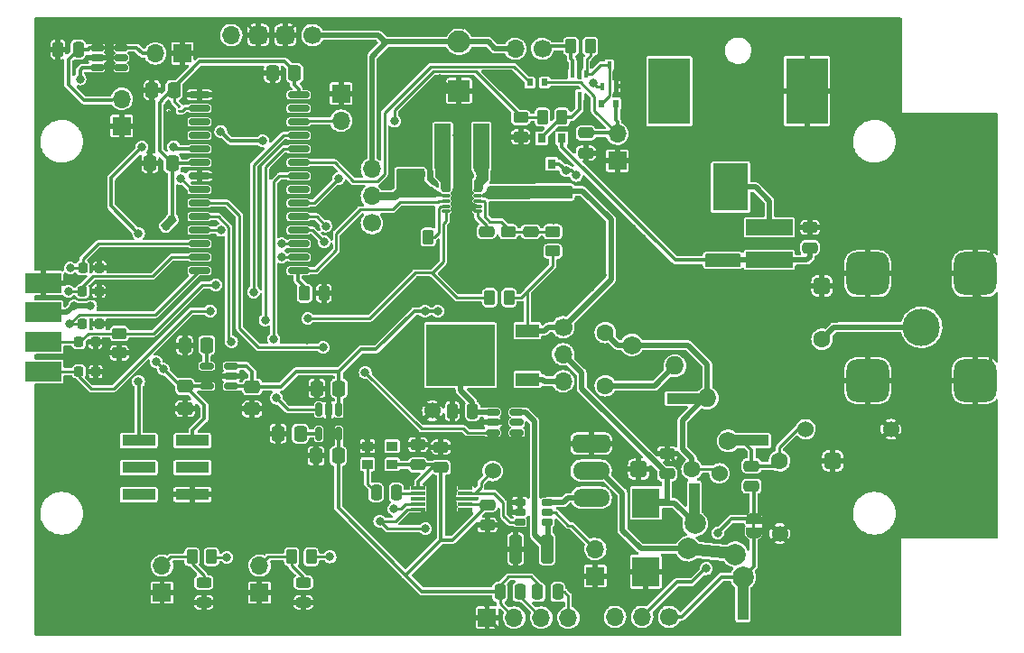
<source format=gbr>
%TF.GenerationSoftware,KiCad,Pcbnew,(6.0.4-0)*%
%TF.CreationDate,2023-06-23T08:20:23-04:00*%
%TF.ProjectId,SignalSlinger,5369676e-616c-4536-9c69-6e6765722e6b,rev?*%
%TF.SameCoordinates,Original*%
%TF.FileFunction,Copper,L1,Top*%
%TF.FilePolarity,Positive*%
%FSLAX46Y46*%
G04 Gerber Fmt 4.6, Leading zero omitted, Abs format (unit mm)*
G04 Created by KiCad (PCBNEW (6.0.4-0)) date 2023-06-23 08:20:23*
%MOMM*%
%LPD*%
G01*
G04 APERTURE LIST*
G04 Aperture macros list*
%AMRoundRect*
0 Rectangle with rounded corners*
0 $1 Rounding radius*
0 $2 $3 $4 $5 $6 $7 $8 $9 X,Y pos of 4 corners*
0 Add a 4 corners polygon primitive as box body*
4,1,4,$2,$3,$4,$5,$6,$7,$8,$9,$2,$3,0*
0 Add four circle primitives for the rounded corners*
1,1,$1+$1,$2,$3*
1,1,$1+$1,$4,$5*
1,1,$1+$1,$6,$7*
1,1,$1+$1,$8,$9*
0 Add four rect primitives between the rounded corners*
20,1,$1+$1,$2,$3,$4,$5,0*
20,1,$1+$1,$4,$5,$6,$7,0*
20,1,$1+$1,$6,$7,$8,$9,0*
20,1,$1+$1,$8,$9,$2,$3,0*%
%AMRotRect*
0 Rectangle, with rotation*
0 The origin of the aperture is its center*
0 $1 length*
0 $2 width*
0 $3 Rotation angle, in degrees counterclockwise*
0 Add horizontal line*
21,1,$1,$2,0,0,$3*%
%AMFreePoly0*
4,1,22,0.500000,-0.750000,0.000000,-0.750000,0.000000,-0.745033,-0.079941,-0.743568,-0.215256,-0.701293,-0.333266,-0.622738,-0.424486,-0.514219,-0.481581,-0.384460,-0.499164,-0.250000,-0.500000,-0.250000,-0.500000,0.250000,-0.499164,0.250000,-0.499963,0.256109,-0.478152,0.396186,-0.417904,0.524511,-0.324060,0.630769,-0.204165,0.706417,-0.067858,0.745374,0.000000,0.744959,0.000000,0.750000,
0.500000,0.750000,0.500000,-0.750000,0.500000,-0.750000,$1*%
%AMFreePoly1*
4,1,20,0.000000,0.744959,0.073905,0.744508,0.209726,0.703889,0.328688,0.626782,0.421226,0.519385,0.479903,0.390333,0.500000,0.250000,0.500000,-0.250000,0.499851,-0.262216,0.476331,-0.402017,0.414519,-0.529596,0.319384,-0.634700,0.198574,-0.708877,0.061801,-0.746166,0.000000,-0.745033,0.000000,-0.750000,-0.500000,-0.750000,-0.500000,0.750000,0.000000,0.750000,0.000000,0.744959,
0.000000,0.744959,$1*%
G04 Aperture macros list end*
%TA.AperFunction,ComponentPad*%
%ADD10R,1.700000X1.700000*%
%TD*%
%TA.AperFunction,ComponentPad*%
%ADD11O,1.700000X1.700000*%
%TD*%
%TA.AperFunction,SMDPad,CuDef*%
%ADD12R,0.280000X0.280000*%
%TD*%
%TA.AperFunction,SMDPad,CuDef*%
%ADD13O,0.850000X0.280000*%
%TD*%
%TA.AperFunction,ComponentPad*%
%ADD14C,0.600000*%
%TD*%
%TA.AperFunction,SMDPad,CuDef*%
%ADD15R,0.230000X0.600000*%
%TD*%
%TA.AperFunction,SMDPad,CuDef*%
%ADD16R,0.650000X0.900000*%
%TD*%
%TA.AperFunction,SMDPad,CuDef*%
%ADD17R,0.250000X0.700000*%
%TD*%
%TA.AperFunction,SMDPad,CuDef*%
%ADD18R,1.700000X2.150000*%
%TD*%
%TA.AperFunction,SMDPad,CuDef*%
%ADD19FreePoly0,90.000000*%
%TD*%
%TA.AperFunction,SMDPad,CuDef*%
%ADD20FreePoly1,90.000000*%
%TD*%
%TA.AperFunction,ComponentPad*%
%ADD21C,1.700000*%
%TD*%
%TA.AperFunction,SMDPad,CuDef*%
%ADD22RoundRect,0.218750X-0.218750X-0.256250X0.218750X-0.256250X0.218750X0.256250X-0.218750X0.256250X0*%
%TD*%
%TA.AperFunction,SMDPad,CuDef*%
%ADD23RoundRect,0.250000X-0.262500X-0.450000X0.262500X-0.450000X0.262500X0.450000X-0.262500X0.450000X0*%
%TD*%
%TA.AperFunction,SMDPad,CuDef*%
%ADD24RoundRect,0.250000X0.337500X0.475000X-0.337500X0.475000X-0.337500X-0.475000X0.337500X-0.475000X0*%
%TD*%
%TA.AperFunction,SMDPad,CuDef*%
%ADD25RoundRect,0.150000X-0.150000X0.512500X-0.150000X-0.512500X0.150000X-0.512500X0.150000X0.512500X0*%
%TD*%
%TA.AperFunction,SMDPad,CuDef*%
%ADD26RoundRect,0.243750X0.456250X-0.243750X0.456250X0.243750X-0.456250X0.243750X-0.456250X-0.243750X0*%
%TD*%
%TA.AperFunction,SMDPad,CuDef*%
%ADD27RoundRect,0.250000X-0.475000X0.250000X-0.475000X-0.250000X0.475000X-0.250000X0.475000X0.250000X0*%
%TD*%
%TA.AperFunction,SMDPad,CuDef*%
%ADD28RoundRect,0.250000X0.450000X-0.262500X0.450000X0.262500X-0.450000X0.262500X-0.450000X-0.262500X0*%
%TD*%
%TA.AperFunction,SMDPad,CuDef*%
%ADD29R,1.500000X4.200000*%
%TD*%
%TA.AperFunction,SMDPad,CuDef*%
%ADD30R,0.800000X0.900000*%
%TD*%
%TA.AperFunction,SMDPad,CuDef*%
%ADD31RoundRect,0.218750X0.218750X0.256250X-0.218750X0.256250X-0.218750X-0.256250X0.218750X-0.256250X0*%
%TD*%
%TA.AperFunction,SMDPad,CuDef*%
%ADD32R,3.150000X1.000000*%
%TD*%
%TA.AperFunction,SMDPad,CuDef*%
%ADD33C,1.524000*%
%TD*%
%TA.AperFunction,SMDPad,CuDef*%
%ADD34RoundRect,0.250000X0.475000X-0.250000X0.475000X0.250000X-0.475000X0.250000X-0.475000X-0.250000X0*%
%TD*%
%TA.AperFunction,SMDPad,CuDef*%
%ADD35R,0.450000X0.700000*%
%TD*%
%TA.AperFunction,SMDPad,CuDef*%
%ADD36RoundRect,0.250000X0.475000X-0.337500X0.475000X0.337500X-0.475000X0.337500X-0.475000X-0.337500X0*%
%TD*%
%TA.AperFunction,SMDPad,CuDef*%
%ADD37R,3.300000X4.400000*%
%TD*%
%TA.AperFunction,SMDPad,CuDef*%
%ADD38R,3.900000X6.200000*%
%TD*%
%TA.AperFunction,SMDPad,CuDef*%
%ADD39RoundRect,0.250000X-0.450000X0.262500X-0.450000X-0.262500X0.450000X-0.262500X0.450000X0.262500X0*%
%TD*%
%TA.AperFunction,SMDPad,CuDef*%
%ADD40RoundRect,0.250000X-0.337500X-0.475000X0.337500X-0.475000X0.337500X0.475000X-0.337500X0.475000X0*%
%TD*%
%TA.AperFunction,SMDPad,CuDef*%
%ADD41RoundRect,0.250000X0.250000X0.475000X-0.250000X0.475000X-0.250000X-0.475000X0.250000X-0.475000X0*%
%TD*%
%TA.AperFunction,SMDPad,CuDef*%
%ADD42C,0.250000*%
%TD*%
%TA.AperFunction,SMDPad,CuDef*%
%ADD43RoundRect,0.150000X-0.512500X-0.150000X0.512500X-0.150000X0.512500X0.150000X-0.512500X0.150000X0*%
%TD*%
%TA.AperFunction,SMDPad,CuDef*%
%ADD44R,0.600000X0.700000*%
%TD*%
%TA.AperFunction,SMDPad,CuDef*%
%ADD45RoundRect,0.250000X-0.250000X-0.475000X0.250000X-0.475000X0.250000X0.475000X-0.250000X0.475000X0*%
%TD*%
%TA.AperFunction,SMDPad,CuDef*%
%ADD46R,4.400000X1.500000*%
%TD*%
%TA.AperFunction,SMDPad,CuDef*%
%ADD47R,1.000000X0.900000*%
%TD*%
%TA.AperFunction,SMDPad,CuDef*%
%ADD48RoundRect,0.150000X0.875000X0.150000X-0.875000X0.150000X-0.875000X-0.150000X0.875000X-0.150000X0*%
%TD*%
%TA.AperFunction,SMDPad,CuDef*%
%ADD49RoundRect,0.250000X0.262500X0.450000X-0.262500X0.450000X-0.262500X-0.450000X0.262500X-0.450000X0*%
%TD*%
%TA.AperFunction,ComponentPad*%
%ADD50O,3.500120X1.699260*%
%TD*%
%TA.AperFunction,ComponentPad*%
%ADD51RoundRect,0.424815X1.325245X0.424815X-1.325245X0.424815X-1.325245X-0.424815X1.325245X-0.424815X0*%
%TD*%
%TA.AperFunction,SMDPad,CuDef*%
%ADD52RoundRect,0.150000X0.400000X0.150000X-0.400000X0.150000X-0.400000X-0.150000X0.400000X-0.150000X0*%
%TD*%
%TA.AperFunction,SMDPad,CuDef*%
%ADD53R,1.400000X0.300000*%
%TD*%
%TA.AperFunction,ComponentPad*%
%ADD54C,3.500000*%
%TD*%
%TA.AperFunction,ComponentPad*%
%ADD55RoundRect,1.000000X-1.000000X1.000000X-1.000000X-1.000000X1.000000X-1.000000X1.000000X1.000000X0*%
%TD*%
%TA.AperFunction,SMDPad,CuDef*%
%ADD56R,2.550000X2.770000*%
%TD*%
%TA.AperFunction,SMDPad,CuDef*%
%ADD57RoundRect,0.250000X0.325000X1.100000X-0.325000X1.100000X-0.325000X-1.100000X0.325000X-1.100000X0*%
%TD*%
%TA.AperFunction,SMDPad,CuDef*%
%ADD58R,2.200000X1.200000*%
%TD*%
%TA.AperFunction,SMDPad,CuDef*%
%ADD59R,6.400000X5.800000*%
%TD*%
%TA.AperFunction,ComponentPad*%
%ADD60C,1.727200*%
%TD*%
%TA.AperFunction,ComponentPad*%
%ADD61O,1.727200X1.727200*%
%TD*%
%TA.AperFunction,SMDPad,CuDef*%
%ADD62RoundRect,0.150000X0.512500X0.150000X-0.512500X0.150000X-0.512500X-0.150000X0.512500X-0.150000X0*%
%TD*%
%TA.AperFunction,ComponentPad*%
%ADD63C,1.600000*%
%TD*%
%TA.AperFunction,ComponentPad*%
%ADD64RoundRect,0.400000X0.400000X-0.400000X0.400000X0.400000X-0.400000X0.400000X-0.400000X-0.400000X0*%
%TD*%
%TA.AperFunction,ComponentPad*%
%ADD65RoundRect,0.400000X-0.400000X-0.400000X0.400000X-0.400000X0.400000X0.400000X-0.400000X0.400000X0*%
%TD*%
%TA.AperFunction,ComponentPad*%
%ADD66RoundRect,0.250001X0.799999X-0.799999X0.799999X0.799999X-0.799999X0.799999X-0.799999X-0.799999X0*%
%TD*%
%TA.AperFunction,ComponentPad*%
%ADD67C,2.100000*%
%TD*%
%TA.AperFunction,SMDPad,CuDef*%
%ADD68R,4.000000X1.000000*%
%TD*%
%TA.AperFunction,ComponentPad*%
%ADD69C,2.000000*%
%TD*%
%TA.AperFunction,SMDPad,CuDef*%
%ADD70R,1.000000X4.000000*%
%TD*%
%TA.AperFunction,SMDPad,CuDef*%
%ADD71RotRect,1.102000X4.850000X264.000000*%
%TD*%
%TA.AperFunction,ComponentPad*%
%ADD72RoundRect,0.425000X0.425000X-0.425000X0.425000X0.425000X-0.425000X0.425000X-0.425000X-0.425000X0*%
%TD*%
%TA.AperFunction,SMDPad,CuDef*%
%ADD73R,3.480000X1.846667*%
%TD*%
%TA.AperFunction,ViaPad*%
%ADD74C,0.800000*%
%TD*%
%TA.AperFunction,Conductor*%
%ADD75C,0.500000*%
%TD*%
%TA.AperFunction,Conductor*%
%ADD76C,0.350000*%
%TD*%
%TA.AperFunction,Conductor*%
%ADD77C,0.250000*%
%TD*%
%TA.AperFunction,Conductor*%
%ADD78C,0.750000*%
%TD*%
G04 APERTURE END LIST*
%TO.C,JP301*%
G36*
X116860000Y-108330000D02*
G01*
X116610000Y-108330000D01*
X116610000Y-107830000D01*
X116860000Y-107830000D01*
X116860000Y-108330000D01*
G37*
%TD*%
D10*
%TO.P,J104,1,Pin_1*%
%TO.N,GND*%
X61270000Y-114320000D03*
D11*
%TO.P,J104,2,Pin_2*%
%TO.N,Net-(D103-Pad2)*%
X61270000Y-111780000D03*
%TD*%
D12*
%TO.P,U203,1,L1*%
%TO.N,Net-(L202-Pad1)*%
X87631000Y-76550000D03*
D13*
X87916000Y-76550000D03*
%TO.P,U203,2,VIN*%
%TO.N,Net-(C205-Pad2)*%
X87916000Y-77050000D03*
D12*
X87631000Y-77050000D03*
D13*
%TO.P,U203,3,EN*%
%TO.N,B{slash}B_PS_Enable*%
X87916000Y-77550000D03*
D12*
X87631000Y-77550000D03*
%TO.P,U203,4,PS/SYNC*%
%TO.N,Net-(R201-Pad1)*%
X87631000Y-78050000D03*
D13*
X87916000Y-78050000D03*
%TO.P,U203,5,PG*%
%TO.N,Power_Good*%
X87916000Y-78550000D03*
D12*
X87631000Y-78550000D03*
D13*
%TO.P,U203,6,VAUX*%
%TO.N,Net-(C208-Pad1)*%
X90866000Y-78550000D03*
D12*
X91151000Y-78550000D03*
%TO.P,U203,7,GND*%
%TO.N,GND*%
X91151000Y-78050000D03*
D13*
X90866000Y-78050000D03*
%TO.P,U203,8,FB*%
%TO.N,Net-(C211-Pad1)*%
X90866000Y-77550000D03*
D12*
X91151000Y-77550000D03*
%TO.P,U203,9,VOUT*%
%TO.N,+5V*%
X91151000Y-77050000D03*
D13*
X90866000Y-77050000D03*
D12*
%TO.P,U203,10,L2*%
%TO.N,Net-(L202-Pad2)*%
X91151000Y-76550000D03*
D13*
X90866000Y-76550000D03*
D14*
%TO.P,U203,11,PGND*%
%TO.N,GND*%
X88891000Y-77050000D03*
D15*
X89991000Y-76125000D03*
X89591000Y-78975000D03*
X89591000Y-76125000D03*
D14*
X88891000Y-78050000D03*
D16*
X89826000Y-76990000D03*
D17*
X89991000Y-76125000D03*
D16*
X88956000Y-76990000D03*
D17*
X89591000Y-78975000D03*
D14*
X89391000Y-77550000D03*
D15*
X89191000Y-76125000D03*
D16*
X88956000Y-78110000D03*
D17*
X89991000Y-78975000D03*
D15*
X89991000Y-78975000D03*
D16*
X89826000Y-78110000D03*
D15*
X88791000Y-76125000D03*
D17*
X89191000Y-78975000D03*
D14*
X89891000Y-78050000D03*
D18*
X89391000Y-77550000D03*
D14*
X89891000Y-77050000D03*
D17*
X88791000Y-76125000D03*
X89191000Y-76125000D03*
D15*
X88791000Y-78975000D03*
D17*
X88791000Y-78975000D03*
X89591000Y-76125000D03*
D15*
X89191000Y-78975000D03*
%TD*%
D19*
%TO.P,JP301,1,A*%
%TO.N,RF_Raw*%
X116740000Y-108720000D03*
D20*
%TO.P,JP301,2,B*%
%TO.N,Net-(C301-Pad1)*%
X116740000Y-107420000D03*
%TD*%
D21*
%TO.P,J302,1,Pin_1*%
%TO.N,RF_Raw*%
X108820000Y-116600000D03*
D11*
%TO.P,J302,2,Pin_2*%
%TO.N,Net-(C301-Pad1)*%
X106280000Y-116600000D03*
%TO.P,J302,3,Pin_3*%
%TO.N,unconnected-(J302-Pad3)*%
X103740000Y-116600000D03*
%TD*%
D22*
%TO.P,D106,1,A1*%
%TO.N,Net-(D106-Pad1)*%
X53472500Y-93550000D03*
%TO.P,D106,2,A2*%
%TO.N,GND*%
X55047500Y-93550000D03*
%TD*%
D23*
%TO.P,R104,1*%
%TO.N,Net-(D103-Pad2)*%
X64080000Y-110970000D03*
%TO.P,R104,2*%
%TO.N,Net-(R104-Pad2)*%
X65905000Y-110970000D03*
%TD*%
D24*
%TO.P,C102,1*%
%TO.N,+3V3*%
X73697500Y-65560000D03*
%TO.P,C102,2*%
%TO.N,GND*%
X71622500Y-65560000D03*
%TD*%
D25*
%TO.P,U202,1,VIN*%
%TO.N,Net-(C203-Pad2)*%
X77860000Y-97162500D03*
%TO.P,U202,2,GND*%
%TO.N,GND*%
X76910000Y-97162500D03*
%TO.P,U202,3,ON/~{OFF}*%
%TO.N,V3V3_PWR_ENABLE*%
X75960000Y-97162500D03*
%TO.P,U202,4,BP*%
%TO.N,Net-(C209-Pad1)*%
X75960000Y-99437500D03*
%TO.P,U202,5,VOUT*%
%TO.N,VDD*%
X77860000Y-99437500D03*
%TD*%
D26*
%TO.P,D103,1,K*%
%TO.N,GND*%
X65185000Y-115237500D03*
%TO.P,D103,2,A*%
%TO.N,Net-(D103-Pad2)*%
X65185000Y-113362500D03*
%TD*%
D27*
%TO.P,C108,1*%
%TO.N,VDD*%
X91770000Y-106090000D03*
%TO.P,C108,2*%
%TO.N,GND*%
X91770000Y-107990000D03*
%TD*%
D10*
%TO.P,J112,1,Pin_1*%
%TO.N,GND*%
X57490000Y-70525000D03*
D11*
%TO.P,J112,2,Pin_2*%
%TO.N,Net-(J112-Pad2)*%
X57490000Y-67985000D03*
%TD*%
D28*
%TO.P,R202,1*%
%TO.N,+5V*%
X97920000Y-82272500D03*
%TO.P,R202,2*%
%TO.N,Net-(C211-Pad1)*%
X97920000Y-80447500D03*
%TD*%
D21*
%TO.P,J202,1,Pin_1*%
%TO.N,V_ext*%
X80950000Y-79635000D03*
D11*
%TO.P,J202,2,Pin_2*%
%TO.N,Net-(C205-Pad2)*%
X80950000Y-77095000D03*
%TO.P,J202,3,Pin_3*%
%TO.N,+BATT*%
X80950000Y-74555000D03*
%TD*%
D29*
%TO.P,L202,1,1*%
%TO.N,Net-(L202-Pad1)*%
X87590000Y-72430000D03*
%TO.P,L202,2,2*%
%TO.N,Net-(L202-Pad2)*%
X91190000Y-72430000D03*
%TD*%
D22*
%TO.P,D110,1,A1*%
%TO.N,Straightkey*%
X53812500Y-89090000D03*
%TO.P,D110,2,A2*%
%TO.N,GND*%
X55387500Y-89090000D03*
%TD*%
D30*
%TO.P,D201,1,K*%
%TO.N,V_ext*%
X98750000Y-71670000D03*
%TO.P,D201,2,K*%
%TO.N,+VSW*%
X96850000Y-71670000D03*
%TO.P,D201,3,A*%
%TO.N,Net-(C203-Pad2)*%
X97800000Y-74070000D03*
%TD*%
D28*
%TO.P,R103,1*%
%TO.N,GND*%
X94890000Y-71542500D03*
%TO.P,R103,2*%
%TO.N,Vbat*%
X94890000Y-69717500D03*
%TD*%
D31*
%TO.P,D109,1,A1*%
%TO.N,GND*%
X55407500Y-83840000D03*
%TO.P,D109,2,A2*%
%TO.N,Paddle_Dit*%
X53832500Y-83840000D03*
%TD*%
D32*
%TO.P,P101,1,Pin_1*%
%TO.N,Net-(P101-Pad1)*%
X59075000Y-100050000D03*
%TO.P,P101,2,Pin_2*%
%TO.N,+3V3*%
X64125000Y-100050000D03*
%TO.P,P101,3,Pin_3*%
%TO.N,unconnected-(P101-Pad3)*%
X59075000Y-102590000D03*
%TO.P,P101,4,Pin_4*%
%TO.N,unconnected-(P101-Pad4)*%
X64125000Y-102590000D03*
%TO.P,P101,5,Pin_5*%
%TO.N,unconnected-(P101-Pad5)*%
X59075000Y-105130000D03*
%TO.P,P101,6,Pin_6*%
%TO.N,GND*%
X64125000Y-105130000D03*
%TD*%
D21*
%TO.P,J101,1,Pin_1*%
%TO.N,Net-(J101-Pad1)*%
X96930000Y-63270000D03*
D11*
%TO.P,J101,2,Pin_2*%
%TO.N,+BATT*%
X94390000Y-63270000D03*
%TD*%
D33*
%TO.P,W101,1,1*%
%TO.N,CLK1*%
X92270000Y-102910000D03*
D14*
X92270000Y-102910000D03*
D33*
%TO.P,W101,2,GND*%
%TO.N,GND*%
X86613146Y-97253146D03*
D14*
X86613146Y-97253146D03*
%TD*%
D34*
%TO.P,C301,1*%
%TO.N,Net-(C301-Pad1)*%
X116550000Y-104330000D03*
%TO.P,C301,2*%
%TO.N,Net-(C301-Pad2)*%
X116550000Y-102430000D03*
%TD*%
%TO.P,C105,1*%
%TO.N,VDD*%
X85260000Y-102330000D03*
%TO.P,C105,2*%
%TO.N,GND*%
X85260000Y-100430000D03*
%TD*%
D24*
%TO.P,C101,1*%
%TO.N,+3V3*%
X62397500Y-67150000D03*
%TO.P,C101,2*%
%TO.N,GND*%
X60322500Y-67150000D03*
%TD*%
D35*
%TO.P,Q102,1,G*%
%TO.N,Power_enable*%
X102540000Y-66810000D03*
%TO.P,Q102,2,S*%
%TO.N,GND*%
X103840000Y-66810000D03*
%TO.P,Q102,3,D*%
%TO.N,Net-(D101-Pad2)*%
X103190000Y-64810000D03*
%TD*%
D36*
%TO.P,C203,1*%
%TO.N,GND*%
X69720000Y-97087500D03*
%TO.P,C203,2*%
%TO.N,Net-(C203-Pad2)*%
X69720000Y-95012500D03*
%TD*%
D37*
%TO.P,J201,1*%
%TO.N,Net-(J201-Pad1)*%
X114580000Y-76260000D03*
D38*
%TO.P,J201,2*%
%TO.N,GND*%
X121730000Y-67260000D03*
%TO.P,J201,3*%
%TO.N,unconnected-(J201-Pad3)*%
X108830000Y-67260000D03*
%TD*%
D39*
%TO.P,R203,1*%
%TO.N,Net-(C211-Pad1)*%
X93750000Y-80447500D03*
%TO.P,R203,2*%
%TO.N,GND*%
X93750000Y-82272500D03*
%TD*%
D40*
%TO.P,C210,1*%
%TO.N,GND*%
X75722500Y-101490000D03*
%TO.P,C210,2*%
%TO.N,VDD*%
X77797500Y-101490000D03*
%TD*%
D27*
%TO.P,C212,1*%
%TO.N,+5V*%
X92610000Y-76670000D03*
%TO.P,C212,2*%
%TO.N,GND*%
X92610000Y-78570000D03*
%TD*%
D10*
%TO.P,J103,1,Pin_1*%
%TO.N,GND*%
X103955000Y-73790000D03*
D11*
%TO.P,J103,2,Pin_2*%
%TO.N,Net-(C104-Pad1)*%
X103955000Y-71250000D03*
%TD*%
D34*
%TO.P,C213,1*%
%TO.N,GND*%
X94650000Y-78580000D03*
%TO.P,C213,2*%
%TO.N,+5V*%
X94650000Y-76680000D03*
%TD*%
D40*
%TO.P,C103,1*%
%TO.N,GND*%
X60142500Y-74020000D03*
%TO.P,C103,2*%
%TO.N,+3V3*%
X62217500Y-74020000D03*
%TD*%
D39*
%TO.P,R106,1*%
%TO.N,Net-(D105-Pad2)*%
X57260000Y-90007500D03*
%TO.P,R106,2*%
%TO.N,GND*%
X57260000Y-91832500D03*
%TD*%
D41*
%TO.P,C116,1*%
%TO.N,Net-(J112-Pad2)*%
X53410000Y-63330000D03*
%TO.P,C116,2*%
%TO.N,GND*%
X51510000Y-63330000D03*
%TD*%
D27*
%TO.P,C204,1*%
%TO.N,GND*%
X122020000Y-80040000D03*
%TO.P,C204,2*%
%TO.N,V_ext*%
X122020000Y-81940000D03*
%TD*%
D33*
%TO.P,W302,1,1*%
%TO.N,Net-(C303-Pad2)*%
X113540000Y-103130000D03*
D14*
X113540000Y-103130000D03*
%TO.P,W302,2,GND*%
%TO.N,GND*%
X119196854Y-108786854D03*
D33*
X119196854Y-108786854D03*
%TD*%
D41*
%TO.P,C107,1*%
%TO.N,Net-(C107-Pad1)*%
X83240000Y-104920000D03*
%TO.P,C107,2*%
%TO.N,Net-(C107-Pad2)*%
X81340000Y-104920000D03*
%TD*%
D27*
%TO.P,C211,1*%
%TO.N,Net-(C211-Pad1)*%
X95840000Y-80440000D03*
%TO.P,C211,2*%
%TO.N,GND*%
X95840000Y-82340000D03*
%TD*%
D35*
%TO.P,Q101,1,G*%
%TO.N,Net-(D101-Pad2)*%
X101060000Y-65640000D03*
%TO.P,Q101,2,S*%
%TO.N,Net-(J101-Pad1)*%
X99760000Y-65640000D03*
%TO.P,Q101,3,D*%
%TO.N,+VSW*%
X100410000Y-67640000D03*
%TD*%
D14*
%TO.P,W301,1,1*%
%TO.N,Net-(C301-Pad2)*%
X121600000Y-98990000D03*
D33*
X121600000Y-98990000D03*
%TO.P,W301,2,GND*%
%TO.N,GND*%
X129600000Y-98990000D03*
D14*
X129600000Y-98990000D03*
%TD*%
D26*
%TO.P,D104,1,K*%
%TO.N,GND*%
X74525000Y-115237500D03*
%TO.P,D104,2,A*%
%TO.N,Net-(D104-Pad2)*%
X74525000Y-113362500D03*
%TD*%
D23*
%TO.P,R105,1*%
%TO.N,Net-(D104-Pad2)*%
X73422500Y-110970000D03*
%TO.P,R105,2*%
%TO.N,Net-(R105-Pad2)*%
X75247500Y-110970000D03*
%TD*%
D34*
%TO.P,C205,1*%
%TO.N,GND*%
X86040000Y-78650000D03*
%TO.P,C205,2*%
%TO.N,Net-(C205-Pad2)*%
X86040000Y-76750000D03*
%TD*%
D42*
%TO.P,X101,1,NC*%
%TO.N,unconnected-(X101-Pad1)*%
X61870000Y-69070000D03*
%TO.P,X101,2,OUT*%
%TO.N,Net-(U101-Pad16)*%
X62870000Y-69070000D03*
%TO.P,X101,3,Vdd*%
%TO.N,+3V3*%
X62870000Y-68650000D03*
%TO.P,X101,4,GND*%
%TO.N,GND*%
X61870000Y-68650000D03*
%TD*%
D34*
%TO.P,C106,1*%
%TO.N,VDD*%
X87420000Y-102570000D03*
%TO.P,C106,2*%
%TO.N,GND*%
X87420000Y-100670000D03*
%TD*%
D41*
%TO.P,R107,1*%
%TO.N,Net-(R107-Pad1)*%
X94850000Y-114270000D03*
%TO.P,R107,2*%
%TO.N,VDD*%
X92950000Y-114270000D03*
%TD*%
D34*
%TO.P,C215,1*%
%TO.N,GND*%
X99030000Y-78530000D03*
%TO.P,C215,2*%
%TO.N,+5V*%
X99030000Y-76630000D03*
%TD*%
D24*
%TO.P,C202,1*%
%TO.N,Net-(C202-Pad1)*%
X65477500Y-91090000D03*
%TO.P,C202,2*%
%TO.N,GND*%
X63402500Y-91090000D03*
%TD*%
D27*
%TO.P,C207,1*%
%TO.N,GND*%
X85160000Y-73150000D03*
%TO.P,C207,2*%
%TO.N,Net-(C205-Pad2)*%
X85160000Y-75050000D03*
%TD*%
D24*
%TO.P,C209,1*%
%TO.N,Net-(C209-Pad1)*%
X74227500Y-99390000D03*
%TO.P,C209,2*%
%TO.N,GND*%
X72152500Y-99390000D03*
%TD*%
D43*
%TO.P,U105,1,VIN*%
%TO.N,Net-(J112-Pad2)*%
X55182500Y-63180000D03*
%TO.P,U105,2,GND*%
%TO.N,GND*%
X55182500Y-64130000D03*
%TO.P,U105,3,EN/UVLO*%
%TO.N,Fan_Contr*%
X55182500Y-65080000D03*
%TO.P,U105,4,CT*%
%TO.N,unconnected-(U105-Pad4)*%
X57457500Y-65080000D03*
%TO.P,U105,5,QOD*%
%TO.N,unconnected-(U105-Pad5)*%
X57457500Y-64130000D03*
%TO.P,U105,6,VOUT*%
%TO.N,Net-(J113-Pad2)*%
X57457500Y-63180000D03*
%TD*%
D44*
%TO.P,D101,1,K*%
%TO.N,Net-(C104-Pad1)*%
X103830000Y-68410000D03*
%TO.P,D101,2,A*%
%TO.N,Net-(D101-Pad2)*%
X102430000Y-68410000D03*
%TD*%
D23*
%TO.P,R205,1*%
%TO.N,B{slash}B_PS_Enable*%
X74627500Y-86230000D03*
%TO.P,R205,2*%
%TO.N,GND*%
X76452500Y-86230000D03*
%TD*%
D10*
%TO.P,J108,1,Pin_1*%
%TO.N,GND*%
X101890000Y-112775000D03*
D11*
%TO.P,J108,2,Pin_2*%
%TO.N,Net-(J108-Pad2)*%
X101890000Y-110235000D03*
%TD*%
D10*
%TO.P,J105,1,Pin_1*%
%TO.N,GND*%
X78055000Y-67490000D03*
D11*
%TO.P,J105,2,Pin_2*%
%TO.N,Net-(J105-Pad2)*%
X78055000Y-70030000D03*
%TD*%
D45*
%TO.P,C109,1*%
%TO.N,GND*%
X88480000Y-97290000D03*
%TO.P,C109,2*%
%TO.N,Net-(C109-Pad2)*%
X90380000Y-97290000D03*
%TD*%
D36*
%TO.P,C201,1*%
%TO.N,GND*%
X63440000Y-97037500D03*
%TO.P,C201,2*%
%TO.N,+3V3*%
X63440000Y-94962500D03*
%TD*%
D46*
%TO.P,L201,1,1*%
%TO.N,Net-(J201-Pad1)*%
X118215000Y-80045000D03*
%TO.P,L201,2,2*%
%TO.N,V_ext*%
X118215000Y-83095000D03*
%TD*%
D47*
%TO.P,X102,1,NC*%
%TO.N,unconnected-(X102-Pad1)*%
X82850000Y-100580000D03*
%TO.P,X102,2,GND*%
%TO.N,GND*%
X80550000Y-100580000D03*
%TO.P,X102,3,OUT*%
%TO.N,Net-(C107-Pad2)*%
X80550000Y-102280000D03*
%TO.P,X102,4,Vcc*%
%TO.N,VDD*%
X82850000Y-102280000D03*
%TD*%
D44*
%TO.P,D102,1,K*%
%TO.N,Net-(C104-Pad1)*%
X97150000Y-66440000D03*
%TO.P,D102,2,A*%
%TO.N,Net-(D102-Pad2)*%
X95750000Y-66440000D03*
%TD*%
D43*
%TO.P,U103,1,VIN*%
%TO.N,Net-(C109-Pad2)*%
X92270000Y-97400000D03*
%TO.P,U103,2,GND*%
%TO.N,GND*%
X92270000Y-98350000D03*
%TO.P,U103,3,EN/UVLO*%
%TO.N,FET_DRIVER_ENABLE*%
X92270000Y-99300000D03*
%TO.P,U103,4,CT*%
%TO.N,unconnected-(U103-Pad4)*%
X94545000Y-99300000D03*
%TO.P,U103,5,QOD*%
%TO.N,unconnected-(U103-Pad5)*%
X94545000Y-98350000D03*
%TO.P,U103,6,VOUT*%
%TO.N,Net-(C110-Pad1)*%
X94545000Y-97400000D03*
%TD*%
D10*
%TO.P,J106,1,Pin_1*%
%TO.N,GND*%
X70410000Y-114320000D03*
D11*
%TO.P,J106,2,Pin_2*%
%TO.N,Net-(D104-Pad2)*%
X70410000Y-111780000D03*
%TD*%
D48*
%TO.P,U101,1,PA7*%
%TO.N,B{slash}B_PS_Enable*%
X74070000Y-84115000D03*
%TO.P,U101,2,PC0/TxD1*%
%TO.N,Net-(D106-Pad1)*%
X74070000Y-82845000D03*
%TO.P,U101,3,PC1/RxD1*%
%TO.N,Net-(D105-Pad2)*%
X74070000Y-81575000D03*
%TO.P,U101,4,PC2/SDA*%
%TO.N,Net-(R108-Pad1)*%
X74070000Y-80305000D03*
%TO.P,U101,5,PC3/SCL*%
%TO.N,Net-(R107-Pad1)*%
X74070000Y-79035000D03*
%TO.P,U101,6,PD0/AIN0*%
%TO.N,Vbat*%
X74070000Y-77765000D03*
%TO.P,U101,7,PD1*%
%TO.N,unconnected-(U101-Pad7)*%
X74070000Y-76495000D03*
%TO.P,U101,8,PD2*%
%TO.N,Net-(R104-Pad2)*%
X74070000Y-75225000D03*
%TO.P,U101,9,PD3*%
%TO.N,Net-(D102-Pad2)*%
X74070000Y-73955000D03*
%TO.P,U101,10,PD4*%
%TO.N,Net-(R105-Pad2)*%
X74070000Y-72685000D03*
%TO.P,U101,11,PD5*%
%TO.N,Power_Good*%
X74070000Y-71415000D03*
%TO.P,U101,12,PD6/DAC*%
%TO.N,Net-(J105-Pad2)*%
X74070000Y-70145000D03*
%TO.P,U101,13,PD7*%
%TO.N,unconnected-(U101-Pad13)*%
X74070000Y-68875000D03*
%TO.P,U101,14,AVDD*%
%TO.N,+3V3*%
X74070000Y-67605000D03*
%TO.P,U101,15,GND*%
%TO.N,GND*%
X64770000Y-67605000D03*
%TO.P,U101,16,PF0/XTAL32k1*%
%TO.N,Net-(U101-Pad16)*%
X64770000Y-68875000D03*
%TO.P,U101,17,PF1/XTAL32k2*%
%TO.N,unconnected-(U101-Pad17)*%
X64770000Y-70145000D03*
%TO.P,U101,18,PF6/~{RESET}*%
%TO.N,unconnected-(U101-Pad18)*%
X64770000Y-71415000D03*
%TO.P,U101,19,UPDI*%
%TO.N,Net-(P101-Pad1)*%
X64770000Y-72685000D03*
%TO.P,U101,20,VDD*%
%TO.N,+3V3*%
X64770000Y-73955000D03*
%TO.P,U101,21,GND*%
%TO.N,GND*%
X64770000Y-75225000D03*
%TO.P,U101,22,PA0/EXTCLK*%
%TO.N,Fan_Contr*%
X64770000Y-76495000D03*
%TO.P,U101,23,PA1*%
%TO.N,FET_DRIVER_ENABLE*%
X64770000Y-77765000D03*
%TO.P,U101,24,PA2*%
%TO.N,V3V3_PWR_ENABLE*%
X64770000Y-79035000D03*
%TO.P,U101,25,PA3*%
%TO.N,Power_enable*%
X64770000Y-80305000D03*
%TO.P,U101,26,PA4/TxD0*%
%TO.N,Paddle_Dit*%
X64770000Y-81575000D03*
%TO.P,U101,27,PA5/RxD0*%
%TO.N,Paddle Dah*%
X64770000Y-82845000D03*
%TO.P,U101,28,PA6*%
%TO.N,Straightkey*%
X64770000Y-84115000D03*
%TD*%
D31*
%TO.P,D108,1,A1*%
%TO.N,GND*%
X55367500Y-86020000D03*
%TO.P,D108,2,A2*%
%TO.N,Paddle Dah*%
X53792500Y-86020000D03*
%TD*%
D49*
%TO.P,R201,1*%
%TO.N,Net-(R201-Pad1)*%
X86222500Y-80950000D03*
%TO.P,R201,2*%
%TO.N,GND*%
X84397500Y-80950000D03*
%TD*%
D27*
%TO.P,C104,1*%
%TO.N,Net-(C104-Pad1)*%
X101000000Y-71170000D03*
%TO.P,C104,2*%
%TO.N,GND*%
X101000000Y-73070000D03*
%TD*%
D41*
%TO.P,R108,1*%
%TO.N,Net-(R108-Pad1)*%
X98380000Y-114270000D03*
%TO.P,R108,2*%
%TO.N,VDD*%
X96480000Y-114270000D03*
%TD*%
D50*
%TO.P,Q103,1,G*%
%TO.N,Net-(Q103-Pad1)*%
X101500000Y-105420000D03*
%TO.P,Q103,2,D*%
%TO.N,Net-(L101-Pad2)*%
X101500000Y-102880000D03*
D51*
%TO.P,Q103,3,S*%
%TO.N,GND*%
X101500000Y-100340000D03*
%TD*%
D52*
%TO.P,U104,1,Vdd*%
%TO.N,Net-(C110-Pad1)*%
X97420000Y-107720000D03*
%TO.P,U104,2,Pilot*%
%TO.N,Net-(J108-Pad2)*%
X97420000Y-106770000D03*
%TO.P,U104,3,Out*%
%TO.N,Net-(Q103-Pad1)*%
X97420000Y-105820000D03*
%TO.P,U104,4,Vss*%
%TO.N,GND*%
X94820000Y-105820000D03*
%TO.P,U104,5,InB*%
X94820000Y-106770000D03*
%TO.P,U104,6,In*%
%TO.N,CLK1*%
X94820000Y-107720000D03*
%TD*%
D49*
%TO.P,R204,1*%
%TO.N,+5V*%
X93812500Y-86630000D03*
%TO.P,R204,2*%
%TO.N,Power_Good*%
X91987500Y-86630000D03*
%TD*%
D53*
%TO.P,U102,1,VDD*%
%TO.N,VDD*%
X85310000Y-104500000D03*
%TO.P,U102,2,XA*%
%TO.N,Net-(C107-Pad1)*%
X85310000Y-105000000D03*
%TO.P,U102,3,XB*%
%TO.N,unconnected-(U102-Pad3)*%
X85310000Y-105500000D03*
%TO.P,U102,4,SCL*%
%TO.N,Net-(R107-Pad1)*%
X85310000Y-106000000D03*
%TO.P,U102,5,SDA*%
%TO.N,Net-(R108-Pad1)*%
X85310000Y-106500000D03*
%TO.P,U102,6,CLK2*%
%TO.N,unconnected-(U102-Pad6)*%
X89710000Y-106500000D03*
%TO.P,U102,7,VDDO*%
%TO.N,VDD*%
X89710000Y-106000000D03*
%TO.P,U102,8,GND*%
%TO.N,GND*%
X89710000Y-105500000D03*
%TO.P,U102,9,CLK1*%
%TO.N,CLK1*%
X89710000Y-105000000D03*
%TO.P,U102,10,CLK0*%
%TO.N,unconnected-(U102-Pad10)*%
X89710000Y-104500000D03*
%TD*%
D54*
%TO.P,J301,1,In*%
%TO.N,Net-(C304-Pad1)*%
X132475000Y-89412500D03*
D55*
%TO.P,J301,2,Ext*%
%TO.N,GND*%
X137500000Y-84387500D03*
X127450000Y-84387500D03*
X137500000Y-94437500D03*
X127450000Y-94437500D03*
%TD*%
D10*
%TO.P,J113,1,Pin_1*%
%TO.N,GND*%
X63175000Y-63710000D03*
D11*
%TO.P,J113,2,Pin_2*%
%TO.N,Net-(J113-Pad2)*%
X60635000Y-63710000D03*
%TD*%
D31*
%TO.P,D105,1,A1*%
%TO.N,GND*%
X55027500Y-90800000D03*
%TO.P,D105,2,A2*%
%TO.N,Net-(D105-Pad2)*%
X53452500Y-90800000D03*
%TD*%
D56*
%TO.P,C111,1*%
%TO.N,Net-(C111-Pad1)*%
X106640000Y-105910000D03*
%TO.P,C111,2*%
%TO.N,GND*%
X106640000Y-112370000D03*
%TD*%
D21*
%TO.P,J109,1,Pin_1*%
%TO.N,+5V*%
X98870000Y-89415000D03*
D11*
%TO.P,J109,2,Pin_2*%
%TO.N,Net-(C111-Pad1)*%
X98870000Y-91955000D03*
%TO.P,J109,3,Pin_3*%
%TO.N,V_ext*%
X98870000Y-94495000D03*
%TD*%
D57*
%TO.P,C110,1*%
%TO.N,Net-(C110-Pad1)*%
X97375000Y-110230000D03*
%TO.P,C110,2*%
%TO.N,GND*%
X94425000Y-110230000D03*
%TD*%
D40*
%TO.P,C206,1*%
%TO.N,GND*%
X75782500Y-95150000D03*
%TO.P,C206,2*%
%TO.N,Net-(C203-Pad2)*%
X77857500Y-95150000D03*
%TD*%
D27*
%TO.P,C208,1*%
%TO.N,Net-(C208-Pad1)*%
X91700000Y-80430000D03*
%TO.P,C208,2*%
%TO.N,GND*%
X91700000Y-82330000D03*
%TD*%
D10*
%TO.P,TP101,1,Pin_1*%
%TO.N,GND*%
X91750000Y-116680000D03*
D11*
%TO.P,TP101,2,Pin_2*%
%TO.N,VDD*%
X94290000Y-116680000D03*
%TO.P,TP101,3,Pin_3*%
%TO.N,Net-(R107-Pad1)*%
X96830000Y-116680000D03*
%TO.P,TP101,4,Pin_4*%
%TO.N,Net-(R108-Pad1)*%
X99370000Y-116680000D03*
%TD*%
D49*
%TO.P,R101,1*%
%TO.N,Net-(D101-Pad2)*%
X101432500Y-63030000D03*
%TO.P,R101,2*%
%TO.N,Net-(J101-Pad1)*%
X99607500Y-63030000D03*
%TD*%
D34*
%TO.P,C214,1*%
%TO.N,GND*%
X96880000Y-78520000D03*
%TO.P,C214,2*%
%TO.N,+5V*%
X96880000Y-76620000D03*
%TD*%
D58*
%TO.P,D107,1,K*%
%TO.N,V_ext*%
X95530000Y-94300000D03*
D59*
%TO.P,D107,2,A*%
%TO.N,Net-(C109-Pad2)*%
X89230000Y-92020000D03*
D58*
%TO.P,D107,3,K*%
%TO.N,+5V*%
X95530000Y-89740000D03*
%TD*%
D60*
%TO.P,L302,1,1*%
%TO.N,Net-(C303-Pad2)*%
X105327900Y-91085100D03*
D61*
%TO.P,L302,2,2*%
%TO.N,Net-(C304-Pad1)*%
X109353800Y-93028200D03*
%TD*%
D23*
%TO.P,R102,1*%
%TO.N,Vbat*%
X96937500Y-69680000D03*
%TO.P,R102,2*%
%TO.N,+VSW*%
X98762500Y-69680000D03*
%TD*%
D34*
%TO.P,C112,1*%
%TO.N,Net-(C111-Pad1)*%
X108620000Y-103180000D03*
%TO.P,C112,2*%
%TO.N,GND*%
X108620000Y-101280000D03*
%TD*%
D62*
%TO.P,U201,1,VIN*%
%TO.N,Net-(C203-Pad2)*%
X67727500Y-94960000D03*
%TO.P,U201,2,GND*%
%TO.N,GND*%
X67727500Y-94010000D03*
%TO.P,U201,3,ON/~{OFF}*%
%TO.N,Net-(C203-Pad2)*%
X67727500Y-93060000D03*
%TO.P,U201,4,BP*%
%TO.N,Net-(C202-Pad1)*%
X65452500Y-93060000D03*
%TO.P,U201,5,VOUT*%
%TO.N,+3V3*%
X65452500Y-94960000D03*
%TD*%
D63*
%TO.P,C305,1*%
%TO.N,Net-(C304-Pad1)*%
X123140000Y-90540000D03*
D64*
%TO.P,C305,2*%
%TO.N,GND*%
X123140000Y-85540000D03*
%TD*%
D65*
%TO.P,C303,1*%
%TO.N,GND*%
X105960000Y-102740000D03*
D63*
%TO.P,C303,2*%
%TO.N,Net-(C303-Pad2)*%
X110960000Y-102740000D03*
%TD*%
%TO.P,C304,1*%
%TO.N,Net-(C304-Pad1)*%
X102820000Y-94910000D03*
%TO.P,C304,2*%
%TO.N,Net-(C303-Pad2)*%
X102820000Y-89910000D03*
%TD*%
D66*
%TO.P,BT201,1,-*%
%TO.N,GND*%
X89120000Y-67220000D03*
D67*
%TO.P,BT201,2,+*%
%TO.N,+BATT*%
X89120000Y-62620000D03*
%TD*%
D63*
%TO.P,C302,1*%
%TO.N,Net-(C301-Pad2)*%
X119160000Y-101950000D03*
D65*
%TO.P,C302,2*%
%TO.N,GND*%
X124160000Y-101950000D03*
%TD*%
D68*
%TO.P,L301,1,1*%
%TO.N,Net-(C301-Pad2)*%
X116160000Y-100054650D03*
D60*
X114344900Y-100086750D03*
D61*
%TO.P,L301,2,2*%
%TO.N,Net-(C303-Pad2)*%
X112401800Y-96060850D03*
D68*
X110610000Y-96104650D03*
%TD*%
D69*
%TO.P,L101,1,1*%
%TO.N,Net-(C111-Pad1)*%
X111250000Y-107840000D03*
D70*
X111170000Y-106050000D03*
D69*
%TO.P,L101,2,TAP*%
%TO.N,Net-(L101-Pad2)*%
X114990000Y-110730000D03*
X110590000Y-110200000D03*
D71*
X112720000Y-110450000D03*
D69*
%TO.P,L101,3,3*%
%TO.N,RF_Raw*%
X115730000Y-112860000D03*
D70*
X115730000Y-114910000D03*
%TD*%
D21*
%TO.P,MOD201,1,Pin_1*%
%TO.N,+BATT*%
X75377500Y-61990000D03*
D72*
%TO.P,MOD201,2,Pin_2*%
%TO.N,GND*%
X72837500Y-61990000D03*
%TO.P,MOD201,3,Pin_3*%
X70297500Y-61990000D03*
D11*
%TO.P,MOD201,4,Pin_4*%
%TO.N,V+_Charging*%
X67757500Y-61990000D03*
%TD*%
D73*
%TO.P,J107,6,6*%
%TO.N,GND*%
X50102500Y-85257500D03*
%TO.P,J107,7,7*%
%TO.N,V+_Charging*%
X50102500Y-88027500D03*
%TO.P,J107,8,8*%
%TO.N,Net-(D105-Pad2)*%
X50102500Y-90797500D03*
%TO.P,J107,9,9*%
%TO.N,Net-(D106-Pad1)*%
X50102500Y-93567500D03*
%TD*%
D74*
%TO.N,GND*%
X50010000Y-110590000D03*
X104209500Y-84470000D03*
X106582655Y-79207345D03*
X89840498Y-70370000D03*
X50040000Y-81420000D03*
X104860000Y-68000000D03*
X97090000Y-75170000D03*
X116270000Y-117770000D03*
X93380000Y-104470000D03*
X82220000Y-82780000D03*
X98997892Y-79612808D03*
X71550000Y-117570000D03*
X132610000Y-69790000D03*
X52770000Y-92210000D03*
X88380000Y-79980000D03*
X77300000Y-92460000D03*
X83070000Y-79520000D03*
X93420000Y-97850000D03*
X84360000Y-65630000D03*
X58295500Y-88970000D03*
X107150000Y-117890000D03*
X70670000Y-67610000D03*
X106750000Y-108110000D03*
X56180000Y-94280000D03*
X98662345Y-83522345D03*
X86270000Y-101360000D03*
X77370000Y-61140500D03*
X52250000Y-117630000D03*
X104550000Y-76990000D03*
X49980000Y-115170000D03*
X55890000Y-91810000D03*
X105370000Y-86350000D03*
X101411812Y-85671812D03*
X139000000Y-81200000D03*
X54760000Y-117600000D03*
X93160000Y-72930000D03*
X106267345Y-81082655D03*
X50150000Y-61200000D03*
X95270000Y-61040000D03*
X66510000Y-66770000D03*
X123580000Y-117770000D03*
X89040000Y-73230000D03*
X72890000Y-85420000D03*
X106880000Y-99230000D03*
X97980000Y-61110000D03*
X138940000Y-69970000D03*
X64450000Y-61170000D03*
X79440000Y-94470000D03*
X93200000Y-71090000D03*
X50150000Y-64370000D03*
X112680000Y-105700000D03*
X76910000Y-98600000D03*
X61570000Y-84730000D03*
X75490000Y-87530000D03*
X88380000Y-82100000D03*
X89539787Y-61024808D03*
X123640000Y-80940000D03*
X70690000Y-92040000D03*
X98730000Y-85800000D03*
X61590000Y-61170000D03*
X127500000Y-61020000D03*
X102482655Y-81892655D03*
X55780000Y-61200000D03*
X52880000Y-61200000D03*
X76040000Y-84870000D03*
X136000000Y-108400000D03*
X104209500Y-81050000D03*
X76880000Y-100230000D03*
X77530000Y-87500000D03*
X95840000Y-79340500D03*
X90850000Y-69200000D03*
X68607000Y-65610000D03*
X104332345Y-79147655D03*
X104770000Y-117890000D03*
X58690000Y-61200000D03*
X94830000Y-103000000D03*
X117720000Y-110180000D03*
X88810000Y-117350000D03*
X84090000Y-117540000D03*
X84880000Y-68240000D03*
X68650000Y-73590000D03*
X73760000Y-89540000D03*
X84070000Y-101270000D03*
X86440000Y-82730000D03*
X73765500Y-96360000D03*
X68050000Y-100630000D03*
X85220000Y-70330000D03*
X109420000Y-109030000D03*
X90402077Y-79969170D03*
X139000000Y-105160000D03*
X83840000Y-98860000D03*
X89840498Y-74080000D03*
X101000000Y-61030980D03*
X110070498Y-104650000D03*
X94784117Y-79568187D03*
X89430000Y-82520000D03*
X55470000Y-80580000D03*
X72930000Y-87220000D03*
X129960000Y-112050000D03*
X77630000Y-117530000D03*
X69090000Y-99550000D03*
X97452655Y-86922655D03*
X105160000Y-96130000D03*
X69564500Y-88790000D03*
X49980000Y-112980000D03*
X89420000Y-80000000D03*
X68607000Y-69290000D03*
X71740000Y-97110000D03*
X66220000Y-94020000D03*
X55450000Y-82660000D03*
X139000000Y-87630000D03*
X65610000Y-117570000D03*
X57090000Y-93270000D03*
X104209500Y-82760000D03*
X86320000Y-61130000D03*
X60000000Y-117580000D03*
X104530000Y-112400000D03*
X67000000Y-76650000D03*
X88410000Y-106970000D03*
X83100000Y-67030000D03*
X99980000Y-84600000D03*
X76680000Y-103220000D03*
X74850000Y-90575500D03*
X95070000Y-75020000D03*
X69610000Y-87280000D03*
X73765500Y-94850000D03*
X58230000Y-85390000D03*
X88450000Y-103770000D03*
X93180000Y-74880000D03*
X70450000Y-101090000D03*
X109010000Y-112380000D03*
X88950000Y-71430000D03*
X88960000Y-75140000D03*
X90380000Y-82100000D03*
X89840498Y-72290000D03*
X105570000Y-78050000D03*
X68607000Y-71030000D03*
X124540000Y-61080000D03*
X49980000Y-100220000D03*
X102150000Y-117890000D03*
X82250000Y-81020000D03*
X107212345Y-82027655D03*
X121640000Y-61080000D03*
X70350000Y-90110000D03*
X84390000Y-78680000D03*
X64790000Y-66670000D03*
X68610000Y-75200000D03*
X64120000Y-104000000D03*
X77320000Y-83940000D03*
X126830000Y-117720000D03*
X92510000Y-61060000D03*
X70630000Y-98400000D03*
X139030000Y-78700000D03*
X129910000Y-115240000D03*
X112800000Y-117830000D03*
X103780000Y-61040000D03*
X50110000Y-68110000D03*
X50010000Y-103130000D03*
X57290000Y-86460000D03*
X138850000Y-101580000D03*
X135320000Y-69820000D03*
X77490000Y-85350000D03*
X56275641Y-89084613D03*
X66700000Y-75300000D03*
X68607000Y-67480000D03*
X109420000Y-61010000D03*
X105340000Y-97990000D03*
X101230000Y-80170000D03*
X108690000Y-99660000D03*
X80990000Y-117510000D03*
X100421812Y-86661812D03*
X74620000Y-117530000D03*
X115300000Y-61080000D03*
X133010000Y-108350000D03*
X57880000Y-80660000D03*
X63100000Y-83750000D03*
X86530000Y-104270000D03*
X90910000Y-98575500D03*
X68580000Y-77110000D03*
X66850000Y-101700000D03*
X62530000Y-92650000D03*
X122020000Y-78350000D03*
X63760000Y-93520000D03*
X86120000Y-67060000D03*
X129930000Y-63420000D03*
X92790000Y-69220000D03*
X101180000Y-83360000D03*
X58050000Y-83810000D03*
X66570000Y-68320000D03*
X109340000Y-107380000D03*
X138970000Y-75870000D03*
X103760000Y-87910000D03*
X56190000Y-87400000D03*
X118550000Y-61080000D03*
X90140000Y-75190000D03*
X100154873Y-117898619D03*
X79410000Y-98960000D03*
X138950000Y-98040000D03*
X80040000Y-61140500D03*
X83950000Y-69500000D03*
X88420000Y-105500000D03*
X107597655Y-80222345D03*
X83170000Y-61130000D03*
X88570000Y-69170000D03*
X94860000Y-104600000D03*
X107640000Y-84140000D03*
X117200000Y-113820000D03*
X138970000Y-72980000D03*
X105450000Y-66790000D03*
X75650000Y-89540000D03*
X93410000Y-100210000D03*
X109600000Y-117860000D03*
X105322345Y-80137655D03*
X96891410Y-79563000D03*
X123710000Y-79180000D03*
X61310000Y-86330000D03*
X57830000Y-82450000D03*
X106480000Y-85190000D03*
X75380000Y-92540000D03*
X50090000Y-75770000D03*
X72080000Y-101150000D03*
X75380000Y-104150000D03*
X95380000Y-117880000D03*
X61800000Y-91290000D03*
X62700000Y-117560000D03*
X103540000Y-75930000D03*
X49960000Y-97740000D03*
X97960000Y-79335500D03*
X117760000Y-111940000D03*
X66230000Y-103970000D03*
X84340000Y-82780000D03*
X90180000Y-81000000D03*
X66600000Y-69900000D03*
X119730000Y-117720000D03*
X100250000Y-79170000D03*
X110990000Y-111900000D03*
X87300000Y-64020000D03*
X112500000Y-61050000D03*
X100670000Y-81510000D03*
X129900000Y-67980000D03*
X86480000Y-69150000D03*
X108792655Y-81417345D03*
X129870000Y-65770000D03*
X129910000Y-117770000D03*
X106660000Y-61040000D03*
X129900000Y-61050000D03*
X57260000Y-117580000D03*
X50070000Y-79140000D03*
X58210000Y-87460000D03*
X80200000Y-96760000D03*
X85600000Y-64560000D03*
X86440000Y-117540000D03*
X104490000Y-114030000D03*
X68490000Y-117570000D03*
X80955500Y-98960000D03*
X85940000Y-71700000D03*
X86400000Y-99700000D03*
X97780000Y-117880000D03*
X87320000Y-66094500D03*
X99632345Y-82552345D03*
X90000000Y-102720000D03*
X88680000Y-80990000D03*
X50000000Y-117630000D03*
X77490000Y-89560000D03*
X104070000Y-65670000D03*
X138950000Y-91120000D03*
X71970000Y-93420000D03*
X102510500Y-84510000D03*
X139050000Y-108450000D03*
X86550000Y-106710000D03*
%TO.N,+3V3*%
X62200000Y-79250000D03*
X61630000Y-79940000D03*
X60710000Y-92650000D03*
X61390000Y-93350000D03*
%TO.N,Net-(C203-Pad2)*%
X100110000Y-75160000D03*
X87130000Y-87910000D03*
X99130000Y-74710000D03*
X85920000Y-87910000D03*
%TO.N,Net-(D105-Pad2)*%
X66310000Y-85440000D03*
X72474500Y-81590000D03*
%TO.N,V_ext*%
X114955000Y-83095000D03*
X112785000Y-83095000D03*
X66770000Y-71030000D03*
X70700000Y-71910000D03*
%TO.N,V+_Charging*%
X54580000Y-87440000D03*
X53060000Y-87430000D03*
%TO.N,Net-(P101-Pad1)*%
X59070000Y-80610000D03*
X59060000Y-94500000D03*
X59390000Y-72500000D03*
X62360000Y-72470000D03*
%TO.N,Power_enable*%
X101700000Y-66500000D03*
X66790000Y-80320000D03*
%TO.N,Power_Good*%
X74930000Y-88600000D03*
X69850000Y-86100000D03*
%TO.N,Vbat*%
X83060000Y-70070000D03*
X77820000Y-75450000D03*
%TO.N,Net-(R104-Pad2)*%
X67340000Y-111000000D03*
X71750000Y-90530000D03*
%TO.N,Net-(C301-Pad1)*%
X112300000Y-112070000D03*
X113360000Y-108710000D03*
%TO.N,Net-(R107-Pad1)*%
X76630000Y-79910000D03*
X83010000Y-106470000D03*
%TO.N,Paddle_Dit*%
X52660000Y-83860000D03*
%TO.N,FET_DRIVER_ENABLE*%
X76370000Y-91300000D03*
X80320000Y-93660000D03*
%TO.N,V3V3_PWR_ENABLE*%
X67780000Y-90760000D03*
X72010000Y-96070000D03*
%TO.N,Net-(R105-Pad2)*%
X77020000Y-110970000D03*
X70940000Y-88740000D03*
%TO.N,Net-(R108-Pad1)*%
X81680000Y-107610000D03*
X76470000Y-81380000D03*
X85960000Y-108320000D03*
%TO.N,Straightkey*%
X52620000Y-89110000D03*
%TO.N,Paddle Dah*%
X52490000Y-86040000D03*
%TO.N,Net-(D106-Pad1)*%
X65790000Y-87880000D03*
X72474500Y-82810000D03*
%TO.N,Fan_Contr*%
X63014312Y-75434312D03*
X53570000Y-66110000D03*
%TD*%
D75*
%TO.N,+BATT*%
X82140000Y-62620000D02*
X89120000Y-62620000D01*
X80950000Y-74555000D02*
X80950000Y-63990000D01*
X92490000Y-63270000D02*
X94390000Y-63270000D01*
X82320000Y-62620000D02*
X89120000Y-62620000D01*
X81510000Y-61990000D02*
X82140000Y-62620000D01*
X75377500Y-61990000D02*
X81510000Y-61990000D01*
X91840000Y-62620000D02*
X92490000Y-63270000D01*
X80950000Y-63990000D02*
X82320000Y-62620000D01*
X89120000Y-62620000D02*
X91840000Y-62620000D01*
D76*
%TO.N,GND*%
X52880000Y-61200000D02*
X55780000Y-61200000D01*
D75*
X84410000Y-80962500D02*
X84397500Y-80950000D01*
D76*
X109340000Y-107380000D02*
X109340000Y-108950000D01*
X57830000Y-83590000D02*
X58050000Y-83810000D01*
X67727500Y-94010000D02*
X66230000Y-94010000D01*
X123710000Y-80870000D02*
X123640000Y-80940000D01*
X72152500Y-99390000D02*
X72152500Y-101077500D01*
X95355489Y-117904511D02*
X92974511Y-117904511D01*
X106880000Y-99230000D02*
X106580000Y-99230000D01*
X106640000Y-112370000D02*
X104560000Y-112370000D01*
X55470000Y-80580000D02*
X57800000Y-80580000D01*
D77*
X88410000Y-106970000D02*
X88410000Y-103810000D01*
D75*
X86040000Y-78650000D02*
X84420000Y-78650000D01*
D76*
X100154873Y-117898619D02*
X100148981Y-117904511D01*
D77*
X90380000Y-82100000D02*
X89850000Y-82100000D01*
D75*
X95070000Y-75020000D02*
X96940000Y-75020000D01*
D76*
X106480000Y-85190000D02*
X106480000Y-85240000D01*
X70450000Y-100910000D02*
X69090000Y-99550000D01*
D75*
X84880000Y-68240000D02*
X85570000Y-68240000D01*
D77*
X95840000Y-79340500D02*
X96668910Y-79340500D01*
D76*
X75782500Y-95150000D02*
X74065500Y-95150000D01*
X75520000Y-87500000D02*
X75490000Y-87530000D01*
X55387500Y-89090000D02*
X58175500Y-89090000D01*
X63202500Y-91290000D02*
X63402500Y-91090000D01*
X88791000Y-78975000D02*
X88791000Y-79569000D01*
D77*
X108620000Y-101280000D02*
X109669520Y-102329520D01*
D76*
X98662345Y-83522345D02*
X98902345Y-83522345D01*
X80550000Y-100100000D02*
X79410000Y-98960000D01*
X88791000Y-76125000D02*
X88791000Y-75309000D01*
D75*
X83070000Y-79520000D02*
X83070000Y-80200000D01*
D76*
X108620000Y-101280000D02*
X108620000Y-99730000D01*
X49680479Y-103459521D02*
X50010000Y-103130000D01*
D77*
X89850000Y-82100000D02*
X89430000Y-82520000D01*
D76*
X106480000Y-85240000D02*
X105370000Y-86350000D01*
D77*
X88410000Y-103810000D02*
X88450000Y-103770000D01*
D76*
X107310000Y-84470000D02*
X107640000Y-84140000D01*
X68607000Y-69290000D02*
X68607000Y-71030000D01*
X69037500Y-60730000D02*
X70297500Y-61990000D01*
X117760000Y-111940000D02*
X117760000Y-113260000D01*
X76452500Y-86230000D02*
X76452500Y-85282500D01*
X74004511Y-60765489D02*
X77155489Y-60765489D01*
X75380000Y-92540000D02*
X77220000Y-92540000D01*
X77320000Y-85180000D02*
X77490000Y-85350000D01*
D75*
X85220000Y-70330000D02*
X84780000Y-70330000D01*
D76*
X64450000Y-61170000D02*
X64920000Y-61170000D01*
X80040000Y-61140500D02*
X83159500Y-61140500D01*
X66230000Y-102320000D02*
X66850000Y-101700000D01*
X84090000Y-117540000D02*
X86440000Y-117540000D01*
X49680479Y-68539521D02*
X50110000Y-68110000D01*
X69039520Y-78300480D02*
X69050000Y-78290000D01*
X72930000Y-87220000D02*
X72930000Y-85460000D01*
X90140000Y-75190000D02*
X89840498Y-74890498D01*
X122020000Y-80040000D02*
X122020000Y-78350000D01*
X112860000Y-117770000D02*
X112800000Y-117830000D01*
X54450000Y-92210000D02*
X55027500Y-91632500D01*
X87420000Y-99720000D02*
X87420000Y-100670000D01*
X104209500Y-84470000D02*
X107310000Y-84470000D01*
X50010000Y-110590000D02*
X50010000Y-112950000D01*
X95250000Y-61060000D02*
X92510000Y-61060000D01*
X95380000Y-117880000D02*
X95355489Y-117904511D01*
X83159500Y-61140500D02*
X83170000Y-61130000D01*
D75*
X86060000Y-67060000D02*
X84880000Y-68240000D01*
D76*
X79440000Y-94470000D02*
X79440000Y-96000000D01*
X76680000Y-100430000D02*
X76680000Y-103220000D01*
X100920980Y-61110000D02*
X101000000Y-61030980D01*
X63760000Y-93520000D02*
X63400000Y-93520000D01*
D75*
X84360000Y-65630000D02*
X84360000Y-65770000D01*
D77*
X86530000Y-104270000D02*
X86530000Y-106690000D01*
D76*
X74620000Y-117530000D02*
X77630000Y-117530000D01*
D75*
X85160000Y-73150000D02*
X85160000Y-72480000D01*
D76*
X106640000Y-112370000D02*
X109000000Y-112370000D01*
X50010000Y-112950000D02*
X49980000Y-112980000D01*
X56180000Y-92100000D02*
X55890000Y-91810000D01*
X57830000Y-82450000D02*
X57830000Y-83590000D01*
X80990000Y-117510000D02*
X84060000Y-117510000D01*
X139050000Y-108450000D02*
X136050000Y-108450000D01*
D75*
X84340000Y-82780000D02*
X84340000Y-82180000D01*
X92790000Y-69220000D02*
X92790000Y-70680000D01*
D76*
X138970000Y-78640000D02*
X139030000Y-78700000D01*
X129960000Y-115190000D02*
X129910000Y-115240000D01*
X50150000Y-64370000D02*
X50150000Y-61200000D01*
X94820000Y-104640000D02*
X94860000Y-104600000D01*
X73814500Y-89540000D02*
X74850000Y-90575500D01*
D75*
X84780000Y-70330000D02*
X83950000Y-69500000D01*
D76*
X57800000Y-80580000D02*
X57880000Y-80660000D01*
X121640000Y-61080000D02*
X124540000Y-61080000D01*
X65600000Y-117560000D02*
X65610000Y-117570000D01*
X100421812Y-86661812D02*
X97713498Y-86661812D01*
X77410500Y-61100000D02*
X77370000Y-61140500D01*
X91135500Y-98350000D02*
X90910000Y-98575500D01*
X92920000Y-98350000D02*
X93420000Y-97850000D01*
X57260000Y-117580000D02*
X60000000Y-117580000D01*
X104490000Y-113770000D02*
X103495000Y-112775000D01*
X101180000Y-83195310D02*
X102482655Y-81892655D01*
X93380000Y-104470000D02*
X93380000Y-104450000D01*
X105570000Y-78194690D02*
X106582655Y-79207345D01*
X68490000Y-117570000D02*
X71550000Y-117570000D01*
X103840000Y-65900000D02*
X104070000Y-65670000D01*
X72930000Y-85460000D02*
X72890000Y-85420000D01*
X61560000Y-61200000D02*
X61590000Y-61170000D01*
X137500000Y-86130000D02*
X139000000Y-87630000D01*
D75*
X86140000Y-64020000D02*
X85600000Y-64560000D01*
D76*
X63400000Y-93520000D02*
X62530000Y-92650000D01*
X50090000Y-75770000D02*
X49680479Y-75360479D01*
X76910000Y-97162500D02*
X76910000Y-98600000D01*
D75*
X84360000Y-65770000D02*
X83100000Y-67030000D01*
X84340000Y-82180000D02*
X84410000Y-82110000D01*
D76*
X104560000Y-112370000D02*
X104530000Y-112400000D01*
D77*
X70350000Y-90110000D02*
X70350000Y-89575500D01*
D75*
X83070000Y-80200000D02*
X82250000Y-81020000D01*
D76*
X88950000Y-71260498D02*
X89840498Y-70370000D01*
X98730000Y-85800000D02*
X98780000Y-85800000D01*
X98902345Y-83522345D02*
X99980000Y-84600000D01*
X68580000Y-77820000D02*
X68580000Y-77110000D01*
D75*
X85160000Y-72480000D02*
X85940000Y-71700000D01*
D76*
X138950000Y-91120000D02*
X138950000Y-92987500D01*
X88791000Y-75309000D02*
X88960000Y-75140000D01*
D77*
X89420000Y-80250000D02*
X89420000Y-80000000D01*
D76*
X137500000Y-94437500D02*
X137500000Y-96590000D01*
X87400000Y-99700000D02*
X87420000Y-99720000D01*
X92974511Y-117904511D02*
X91750000Y-116680000D01*
X57290000Y-86330000D02*
X58230000Y-85390000D01*
D75*
X90820000Y-69170000D02*
X90850000Y-69200000D01*
D76*
X60180000Y-87460000D02*
X61310000Y-86330000D01*
X58175500Y-89090000D02*
X58295500Y-88970000D01*
X115300000Y-61080000D02*
X118550000Y-61080000D01*
X73760000Y-89540000D02*
X73814500Y-89540000D01*
X132610000Y-69790000D02*
X135290000Y-69790000D01*
X64125000Y-105130000D02*
X64125000Y-104005000D01*
X129960000Y-112050000D02*
X129960000Y-115190000D01*
X49680479Y-75360479D02*
X49680479Y-68539521D01*
X68050000Y-100630000D02*
X68050000Y-100590000D01*
X80550000Y-100580000D02*
X80550000Y-100100000D01*
X109340000Y-108950000D02*
X109420000Y-109030000D01*
X90180000Y-81900000D02*
X90180000Y-81000000D01*
D77*
X92610000Y-78570000D02*
X93785930Y-78570000D01*
D76*
X83740000Y-98960000D02*
X83840000Y-98860000D01*
X56180000Y-94280000D02*
X56180000Y-92100000D01*
D77*
X98720584Y-79335500D02*
X98997892Y-79612808D01*
D76*
X75380000Y-103130000D02*
X75722500Y-102787500D01*
X138850000Y-105010000D02*
X139000000Y-105160000D01*
D75*
X87300000Y-64020000D02*
X86140000Y-64020000D01*
D76*
X108620000Y-99730000D02*
X108690000Y-99660000D01*
X136050000Y-108450000D02*
X136000000Y-108400000D01*
X80955500Y-98960000D02*
X83740000Y-98960000D01*
X138850000Y-101580000D02*
X138850000Y-105010000D01*
X70630000Y-98400000D02*
X70630000Y-98220000D01*
X104490000Y-114030000D02*
X104490000Y-113770000D01*
X112460000Y-61010000D02*
X112500000Y-61050000D01*
X86400000Y-99700000D02*
X87400000Y-99700000D01*
X138940000Y-72950000D02*
X138970000Y-72980000D01*
X107180000Y-117860000D02*
X107150000Y-117890000D01*
X71622500Y-66657500D02*
X71622500Y-65560000D01*
X103495000Y-112775000D02*
X101890000Y-112775000D01*
X65360000Y-60730000D02*
X69037500Y-60730000D01*
X107212345Y-82027655D02*
X106267345Y-81082655D01*
X107597655Y-80222345D02*
X108792655Y-81417345D01*
X104209500Y-81050000D02*
X104209500Y-82760000D01*
X119780000Y-117770000D02*
X119730000Y-117720000D01*
D75*
X86120000Y-67060000D02*
X86060000Y-67060000D01*
X88445500Y-67220000D02*
X87320000Y-66094500D01*
D76*
X71717500Y-97087500D02*
X71740000Y-97110000D01*
D75*
X82220000Y-82780000D02*
X84340000Y-82780000D01*
D76*
X138940000Y-69970000D02*
X138940000Y-72950000D01*
D75*
X84410000Y-82110000D02*
X84410000Y-80962500D01*
D76*
X106580000Y-99230000D02*
X105340000Y-97990000D01*
X100670000Y-81510000D02*
X100670000Y-81514690D01*
X77155489Y-60765489D02*
X77490000Y-61100000D01*
X69050000Y-78290000D02*
X68580000Y-77820000D01*
X76452500Y-85282500D02*
X76040000Y-84870000D01*
X66230000Y-103970000D02*
X66230000Y-102320000D01*
X104770000Y-117890000D02*
X102150000Y-117890000D01*
X127500000Y-61020000D02*
X129870000Y-61020000D01*
X90380000Y-82100000D02*
X90180000Y-81900000D01*
X102510500Y-84510000D02*
X102510500Y-84573124D01*
X109600000Y-117860000D02*
X107180000Y-117860000D01*
X74065500Y-95150000D02*
X73765500Y-94850000D01*
X64845000Y-75300000D02*
X64770000Y-75225000D01*
X88791000Y-79569000D02*
X88380000Y-79980000D01*
X69720000Y-97087500D02*
X71717500Y-97087500D01*
X66700000Y-75300000D02*
X64845000Y-75300000D01*
X100148981Y-117904511D02*
X97804511Y-117904511D01*
X90381247Y-79990000D02*
X90402077Y-79969170D01*
X66510000Y-68260000D02*
X66570000Y-68320000D01*
X69610000Y-87280000D02*
X69039520Y-86709520D01*
X103540000Y-75930000D02*
X103540000Y-75980000D01*
X50040000Y-81420000D02*
X50040000Y-79170000D01*
X57260000Y-91832500D02*
X57260000Y-93100000D01*
X67460000Y-77110000D02*
X67000000Y-76650000D01*
X68580000Y-77110000D02*
X67460000Y-77110000D01*
X70450000Y-101090000D02*
X70450000Y-100910000D01*
X123710000Y-79180000D02*
X123710000Y-80870000D01*
X69039520Y-86709520D02*
X69039520Y-78300480D01*
X72837500Y-61990000D02*
X72837500Y-61932500D01*
X95270000Y-61040000D02*
X95250000Y-61060000D01*
X76880000Y-100230000D02*
X76680000Y-100430000D01*
X138950000Y-92987500D02*
X137500000Y-94437500D01*
X49680479Y-110260479D02*
X49680479Y-103459521D01*
D75*
X92790000Y-70680000D02*
X93200000Y-71090000D01*
D77*
X109669520Y-104249022D02*
X110070498Y-104650000D01*
D76*
X86320000Y-61130000D02*
X89434595Y-61130000D01*
X100250000Y-79170000D02*
X100250000Y-79190000D01*
X89420000Y-80000000D02*
X90381247Y-79990000D01*
X88950000Y-71430000D02*
X88950000Y-71260498D01*
X92270000Y-98350000D02*
X92920000Y-98350000D01*
X72152500Y-101077500D02*
X72080000Y-101150000D01*
X49980000Y-97760000D02*
X49960000Y-97740000D01*
X70630000Y-98220000D02*
X71740000Y-97110000D01*
D75*
X85570000Y-68240000D02*
X86480000Y-69150000D01*
D76*
X66510000Y-66770000D02*
X66510000Y-68260000D01*
X103540000Y-75980000D02*
X104550000Y-76990000D01*
X79440000Y-96000000D02*
X80200000Y-96760000D01*
X105450000Y-67410000D02*
X104860000Y-68000000D01*
X84060000Y-117510000D02*
X84090000Y-117540000D01*
X62120000Y-84730000D02*
X63100000Y-83750000D01*
X109420000Y-61010000D02*
X112460000Y-61010000D01*
X57290000Y-86460000D02*
X57290000Y-86330000D01*
X97980000Y-61110000D02*
X100920980Y-61110000D01*
X89040000Y-73230000D02*
X89040000Y-73090498D01*
X55367500Y-86577500D02*
X56190000Y-87400000D01*
X89040000Y-73090498D02*
X89840498Y-72290000D01*
D75*
X89120000Y-67220000D02*
X88445500Y-67220000D01*
D77*
X70350000Y-89575500D02*
X69564500Y-88790000D01*
D76*
X52770000Y-92210000D02*
X54450000Y-92210000D01*
X100670000Y-81514690D02*
X99632345Y-82552345D01*
X89840498Y-74890498D02*
X89840498Y-74080000D01*
X75670000Y-89560000D02*
X75650000Y-89540000D01*
X66230000Y-94010000D02*
X66220000Y-94020000D01*
X68607000Y-65610000D02*
X68607000Y-67480000D01*
X64920000Y-61170000D02*
X65360000Y-60730000D01*
D75*
X88570000Y-69170000D02*
X90820000Y-69170000D01*
D77*
X109669520Y-102329520D02*
X109669520Y-104249022D01*
D76*
X49980000Y-115170000D02*
X49980000Y-117610000D01*
D77*
X96668910Y-79340500D02*
X96891410Y-79563000D01*
D76*
X58690000Y-61200000D02*
X61560000Y-61200000D01*
X77220000Y-92540000D02*
X77300000Y-92460000D01*
X52250000Y-117630000D02*
X54730000Y-117630000D01*
X103840000Y-66810000D02*
X103840000Y-65900000D01*
D77*
X88680000Y-80990000D02*
X89420000Y-80250000D01*
D76*
X97804511Y-117904511D02*
X97780000Y-117880000D01*
X64770000Y-67605000D02*
X64770000Y-66690000D01*
X70670000Y-67610000D02*
X71622500Y-66657500D01*
X61570000Y-84730000D02*
X62120000Y-84730000D01*
D75*
X84420000Y-78650000D02*
X84390000Y-78680000D01*
D76*
X119196854Y-108786854D02*
X119113146Y-108786854D01*
X77320000Y-83940000D02*
X77320000Y-85180000D01*
X129930000Y-63420000D02*
X129930000Y-65710000D01*
D77*
X86530000Y-106690000D02*
X86550000Y-106710000D01*
D76*
X68050000Y-100590000D02*
X69090000Y-99550000D01*
X68650000Y-73590000D02*
X68650000Y-75160000D01*
X75380000Y-104150000D02*
X75380000Y-103130000D01*
D75*
X96940000Y-75020000D02*
X97090000Y-75170000D01*
D77*
X93785930Y-78570000D02*
X94784117Y-79568187D01*
D76*
X117760000Y-113260000D02*
X117200000Y-113820000D01*
X105570000Y-78050000D02*
X105570000Y-78194690D01*
X139000000Y-81200000D02*
X139000000Y-82887500D01*
X109000000Y-112370000D02*
X109010000Y-112380000D01*
X77490000Y-89560000D02*
X75670000Y-89560000D01*
X105450000Y-66790000D02*
X105450000Y-67410000D01*
X126880000Y-117770000D02*
X126830000Y-117720000D01*
X77530000Y-87500000D02*
X75520000Y-87500000D01*
X61800000Y-91290000D02*
X63202500Y-91290000D01*
X105322345Y-80137655D02*
X104332345Y-79147655D01*
X93380000Y-104450000D02*
X94425000Y-103405000D01*
X89434595Y-61130000D02*
X89539787Y-61024808D01*
X101180000Y-83360000D02*
X101180000Y-83195310D01*
X119113146Y-108786854D02*
X117720000Y-110180000D01*
X49980000Y-100220000D02*
X49980000Y-97760000D01*
D75*
X93160000Y-74860000D02*
X93180000Y-74880000D01*
D76*
X129870000Y-61020000D02*
X129900000Y-61050000D01*
X64125000Y-104005000D02*
X64120000Y-104000000D01*
X129910000Y-117770000D02*
X126880000Y-117770000D01*
X86180000Y-101270000D02*
X86270000Y-101360000D01*
X139000000Y-82887500D02*
X137500000Y-84387500D01*
X58210000Y-87460000D02*
X60180000Y-87460000D01*
X49980000Y-117610000D02*
X50000000Y-117630000D01*
X62700000Y-117560000D02*
X65600000Y-117560000D01*
X92270000Y-98350000D02*
X91135500Y-98350000D01*
X137500000Y-84387500D02*
X137500000Y-86130000D01*
X116270000Y-117770000D02*
X112860000Y-117770000D01*
X97713498Y-86661812D02*
X97452655Y-86922655D01*
X129930000Y-65710000D02*
X129870000Y-65770000D01*
X77490000Y-61100000D02*
X77410500Y-61100000D01*
X55407500Y-83840000D02*
X55407500Y-82702500D01*
X64770000Y-66690000D02*
X64790000Y-66670000D01*
X54730000Y-117630000D02*
X54760000Y-117600000D01*
X72837500Y-61932500D02*
X74004511Y-60765489D01*
X50010000Y-110590000D02*
X49680479Y-110260479D01*
D77*
X89710000Y-105500000D02*
X88420000Y-105500000D01*
D75*
X93160000Y-72930000D02*
X93160000Y-74860000D01*
D77*
X97960000Y-79335500D02*
X98720584Y-79335500D01*
D76*
X84070000Y-101270000D02*
X86180000Y-101270000D01*
X57260000Y-93100000D02*
X57090000Y-93270000D01*
X123580000Y-117770000D02*
X119780000Y-117770000D01*
X50040000Y-79170000D02*
X50070000Y-79140000D01*
X94820000Y-105820000D02*
X94820000Y-104640000D01*
X137500000Y-96590000D02*
X138950000Y-98040000D01*
X55027500Y-91632500D02*
X55027500Y-90800000D01*
X100250000Y-79190000D02*
X101230000Y-80170000D01*
X102510500Y-84573124D02*
X101411812Y-85671812D01*
X138970000Y-75870000D02*
X138970000Y-78640000D01*
X75722500Y-102787500D02*
X75722500Y-101490000D01*
X55407500Y-82702500D02*
X55450000Y-82660000D01*
X98780000Y-85800000D02*
X99980000Y-84600000D01*
X55367500Y-86020000D02*
X55367500Y-86577500D01*
X135290000Y-69790000D02*
X135320000Y-69820000D01*
X68650000Y-75160000D02*
X68610000Y-75200000D01*
X103780000Y-61040000D02*
X106660000Y-61040000D01*
X94425000Y-103405000D02*
X94830000Y-103000000D01*
%TO.N,+3V3*%
X73640000Y-65617500D02*
X73697500Y-65560000D01*
X61630000Y-79940000D02*
X61630000Y-79820000D01*
D77*
X62840000Y-68650000D02*
X62870000Y-68650000D01*
D76*
X64125000Y-100050000D02*
X64125000Y-99105000D01*
X65450000Y-94962500D02*
X65452500Y-94960000D01*
X61220000Y-68170000D02*
X61220000Y-68057500D01*
X74070000Y-67050000D02*
X73640000Y-66620000D01*
X65230000Y-98000000D02*
X65230000Y-96752500D01*
D77*
X62397500Y-67150000D02*
X62397500Y-68207500D01*
D76*
X60710000Y-92670000D02*
X61390000Y-93350000D01*
X72740480Y-64460480D02*
X73697500Y-65417500D01*
X64125000Y-99105000D02*
X65230000Y-98000000D01*
X64705000Y-74020000D02*
X64770000Y-73955000D01*
X61390000Y-93350000D02*
X61420000Y-93350000D01*
X74070000Y-67605000D02*
X74070000Y-67050000D01*
X61220000Y-68057500D02*
X64817020Y-64460480D01*
X62200000Y-79250000D02*
X62217500Y-79232500D01*
X61030000Y-72832500D02*
X61030000Y-68360000D01*
X63440000Y-94962500D02*
X65450000Y-94962500D01*
X61420000Y-93350000D02*
X63032500Y-94962500D01*
X62217500Y-74020000D02*
X61030000Y-72832500D01*
X60710000Y-92650000D02*
X60710000Y-92670000D01*
X61630000Y-79820000D02*
X62200000Y-79250000D01*
X73640000Y-66620000D02*
X73640000Y-65617500D01*
X65230000Y-96752500D02*
X63440000Y-94962500D01*
X64817020Y-64460480D02*
X72740480Y-64460480D01*
D77*
X62397500Y-68207500D02*
X62840000Y-68650000D01*
D76*
X62217500Y-74020000D02*
X64705000Y-74020000D01*
X62217500Y-79232500D02*
X62217500Y-74020000D01*
X63032500Y-94962500D02*
X63440000Y-94962500D01*
X61030000Y-68360000D02*
X61220000Y-68170000D01*
X73697500Y-65417500D02*
X73697500Y-65560000D01*
%TO.N,+VSW*%
X96850000Y-71670000D02*
X96850000Y-71592500D01*
X99690000Y-69680000D02*
X100410000Y-68960000D01*
X98762500Y-69680000D02*
X99690000Y-69680000D01*
X96850000Y-71592500D02*
X98762500Y-69680000D01*
X100410000Y-68960000D02*
X100410000Y-67640000D01*
D77*
%TO.N,Net-(C107-Pad1)*%
X85310000Y-105000000D02*
X83320000Y-105000000D01*
X83320000Y-105000000D02*
X83240000Y-104920000D01*
%TO.N,VDD*%
X89710000Y-106000000D02*
X91680000Y-106000000D01*
D76*
X84105000Y-112685000D02*
X77797500Y-106377500D01*
D77*
X92950000Y-113670000D02*
X93780000Y-112840000D01*
D76*
X85310000Y-103920000D02*
X85310000Y-104500000D01*
D77*
X94290000Y-116680000D02*
X92950000Y-115340000D01*
D76*
X87420000Y-109370000D02*
X88490000Y-109370000D01*
X77860000Y-101427500D02*
X77860000Y-99437500D01*
X87420000Y-102570000D02*
X87180000Y-102330000D01*
X77797500Y-106377500D02*
X77797500Y-101490000D01*
D77*
X92950000Y-115340000D02*
X92950000Y-114270000D01*
X91680000Y-106000000D02*
X91770000Y-106090000D01*
D76*
X87180000Y-102330000D02*
X82920000Y-102330000D01*
X87420000Y-109370000D02*
X87420000Y-102570000D01*
X84105000Y-112685000D02*
X87420000Y-109370000D01*
D77*
X92950000Y-114270000D02*
X92950000Y-113670000D01*
D76*
X92980000Y-114220000D02*
X85640000Y-114220000D01*
X85640000Y-114220000D02*
X84105000Y-112685000D01*
X87420000Y-102570000D02*
X87410000Y-102560000D01*
D77*
X96480000Y-113460000D02*
X96480000Y-114270000D01*
X95860000Y-112840000D02*
X96480000Y-113460000D01*
X93780000Y-112840000D02*
X95860000Y-112840000D01*
D76*
X87410000Y-102560000D02*
X86670000Y-102560000D01*
X88490000Y-109370000D02*
X91770000Y-106090000D01*
X86670000Y-102560000D02*
X85310000Y-103920000D01*
D75*
%TO.N,Net-(C110-Pad1)*%
X97445000Y-107745000D02*
X97420000Y-107720000D01*
X94545000Y-97400000D02*
X95340000Y-97400000D01*
X96190000Y-108935000D02*
X97445000Y-110190000D01*
X96190000Y-98250000D02*
X96190000Y-108935000D01*
X95340000Y-97400000D02*
X96190000Y-98250000D01*
X97445000Y-110190000D02*
X97445000Y-107745000D01*
D77*
%TO.N,Net-(C104-Pad1)*%
X97150000Y-66440000D02*
X100500000Y-66440000D01*
D76*
X103830000Y-69990000D02*
X103830000Y-68410000D01*
D77*
X100500000Y-66440000D02*
X101805489Y-67745489D01*
X101805489Y-67745489D02*
X101805489Y-69100489D01*
D76*
X103875000Y-71170000D02*
X103955000Y-71250000D01*
X103955000Y-71250000D02*
X103955000Y-70115000D01*
X101000000Y-71170000D02*
X103875000Y-71170000D01*
D77*
X101805489Y-69100489D02*
X103955000Y-71250000D01*
D76*
X103955000Y-70115000D02*
X103830000Y-69990000D01*
D77*
%TO.N,Net-(C107-Pad2)*%
X80550000Y-104130000D02*
X80550000Y-102280000D01*
X81340000Y-104920000D02*
X80550000Y-104130000D01*
D75*
%TO.N,Net-(C109-Pad2)*%
X89250000Y-95360000D02*
X90380000Y-96490000D01*
X90380000Y-97290000D02*
X90490000Y-97400000D01*
X89250000Y-92040000D02*
X89230000Y-92020000D01*
X89250000Y-95360000D02*
X89250000Y-92040000D01*
X90380000Y-96490000D02*
X90380000Y-97290000D01*
X90490000Y-97400000D02*
X92270000Y-97400000D01*
%TO.N,Net-(C111-Pad1)*%
X109320000Y-105910000D02*
X111250000Y-107840000D01*
X106750000Y-105800000D02*
X108570000Y-105800000D01*
X108620000Y-103180000D02*
X100620000Y-95180000D01*
X108570000Y-105800000D02*
X108620000Y-105750000D01*
X106640000Y-105910000D02*
X109320000Y-105910000D01*
X106640000Y-105910000D02*
X106750000Y-105800000D01*
X100620000Y-95180000D02*
X100620000Y-93705000D01*
X100620000Y-93705000D02*
X98870000Y-91955000D01*
X108620000Y-105750000D02*
X108620000Y-103180000D01*
D76*
%TO.N,Net-(C202-Pad1)*%
X65452500Y-93060000D02*
X65452500Y-91115000D01*
X65452500Y-91115000D02*
X65477500Y-91090000D01*
%TO.N,Net-(C203-Pad2)*%
X73837500Y-93572500D02*
X77857500Y-93572500D01*
X84920000Y-87910000D02*
X81330000Y-91500000D01*
X67727500Y-93060000D02*
X69170000Y-93060000D01*
X77857500Y-97160000D02*
X77860000Y-97162500D01*
X69667500Y-94960000D02*
X69720000Y-95012500D01*
X85920000Y-87910000D02*
X84920000Y-87910000D01*
X99150000Y-74690000D02*
X99130000Y-74710000D01*
X98490000Y-74070000D02*
X99130000Y-74710000D01*
X85920000Y-87910000D02*
X87130000Y-87910000D01*
X77857500Y-93572500D02*
X77857500Y-95150000D01*
X69720000Y-95012500D02*
X72397500Y-95012500D01*
X99640000Y-74690000D02*
X99150000Y-74690000D01*
X97800000Y-74070000D02*
X98490000Y-74070000D01*
X67727500Y-94960000D02*
X69667500Y-94960000D01*
X72397500Y-95012500D02*
X73837500Y-93572500D01*
X81330000Y-91500000D02*
X79930000Y-91500000D01*
X69720000Y-93610000D02*
X69720000Y-95012500D01*
X100110000Y-75160000D02*
X99640000Y-74690000D01*
X69170000Y-93060000D02*
X69720000Y-93610000D01*
X79930000Y-91500000D02*
X77857500Y-93572500D01*
X77857500Y-95150000D02*
X77857500Y-97160000D01*
D75*
%TO.N,+5V*%
X103360000Y-84925000D02*
X98870000Y-89415000D01*
X99030000Y-76630000D02*
X100700000Y-76630000D01*
X103360000Y-79290000D02*
X103360000Y-84925000D01*
X95530000Y-89740000D02*
X97140000Y-89740000D01*
D77*
X93812500Y-86630000D02*
X94930000Y-86630000D01*
D75*
X97465000Y-89415000D02*
X98870000Y-89415000D01*
D77*
X95530000Y-86030000D02*
X97920000Y-83640000D01*
D75*
X97140000Y-89740000D02*
X97465000Y-89415000D01*
X100700000Y-76630000D02*
X103360000Y-79290000D01*
D77*
X94930000Y-86630000D02*
X95530000Y-86030000D01*
X95530000Y-89740000D02*
X95530000Y-86030000D01*
X97920000Y-83640000D02*
X97920000Y-82272500D01*
D76*
%TO.N,RF_Raw*%
X113720000Y-112860000D02*
X115730000Y-112860000D01*
X116740000Y-111850000D02*
X116740000Y-108720000D01*
X109980000Y-116600000D02*
X113720000Y-112860000D01*
X115730000Y-112860000D02*
X116740000Y-111850000D01*
X108820000Y-116600000D02*
X109980000Y-116600000D01*
D77*
%TO.N,Net-(C301-Pad2)*%
X119160000Y-101950000D02*
X119160000Y-100690000D01*
D76*
X116550000Y-102430000D02*
X116550000Y-100950000D01*
D77*
X120860000Y-98990000D02*
X121600000Y-98990000D01*
D76*
X115686750Y-100086750D02*
X114344900Y-100086750D01*
X116550000Y-100950000D02*
X115686750Y-100086750D01*
D77*
X119160000Y-100690000D02*
X120860000Y-98990000D01*
D76*
X116550000Y-102430000D02*
X118680000Y-102430000D01*
X118680000Y-102430000D02*
X119160000Y-101950000D01*
D75*
%TO.N,Net-(C303-Pad2)*%
X103995100Y-91085100D02*
X102820000Y-89910000D01*
D77*
X110960000Y-102740000D02*
X113150000Y-102740000D01*
D75*
X110960000Y-101740000D02*
X110060000Y-100840000D01*
X105327900Y-91085100D02*
X110575100Y-91085100D01*
X110960000Y-102740000D02*
X110960000Y-101740000D01*
X105327900Y-91085100D02*
X103995100Y-91085100D01*
X110060000Y-98140000D02*
X112139150Y-96060850D01*
X110060000Y-100840000D02*
X110060000Y-98140000D01*
X112139150Y-96060850D02*
X112401800Y-96060850D01*
X112401800Y-92911800D02*
X112401800Y-96060850D01*
D77*
X113150000Y-102740000D02*
X113540000Y-103130000D01*
D75*
X110575100Y-91085100D02*
X112401800Y-92911800D01*
%TO.N,Net-(C304-Pad1)*%
X124260000Y-89420000D02*
X124660000Y-89420000D01*
X107472000Y-94910000D02*
X109353800Y-93028200D01*
X124667500Y-89412500D02*
X132475000Y-89412500D01*
X124660000Y-89420000D02*
X124667500Y-89412500D01*
X123140000Y-90540000D02*
X124260000Y-89420000D01*
X102820000Y-94910000D02*
X107472000Y-94910000D01*
D77*
%TO.N,Net-(D101-Pad2)*%
X103190000Y-64810000D02*
X103190000Y-67650000D01*
X101070000Y-64260000D02*
X101432500Y-63897500D01*
X101060000Y-65640000D02*
X101560000Y-65640000D01*
X101432500Y-63897500D02*
X101432500Y-63030000D01*
X101070000Y-65630000D02*
X101070000Y-64260000D01*
X101060000Y-65640000D02*
X101070000Y-65630000D01*
X102390000Y-64810000D02*
X103190000Y-64810000D01*
X103190000Y-67650000D02*
X102430000Y-68410000D01*
X101560000Y-65640000D02*
X102390000Y-64810000D01*
%TO.N,Net-(D102-Pad2)*%
X77445000Y-73955000D02*
X74070000Y-73955000D01*
X86500000Y-64920000D02*
X82124511Y-69295489D01*
X94230000Y-64920000D02*
X86500000Y-64920000D01*
X79219511Y-75729511D02*
X77445000Y-73955000D01*
X82124511Y-69295489D02*
X82124511Y-75041499D01*
X95750000Y-66440000D02*
X94230000Y-64920000D01*
X81436499Y-75729511D02*
X79219511Y-75729511D01*
X82124511Y-75041499D02*
X81436499Y-75729511D01*
%TO.N,Net-(D104-Pad2)*%
X74525000Y-113362500D02*
X74525000Y-112855000D01*
X71220000Y-110970000D02*
X70410000Y-111780000D01*
X73422500Y-111752500D02*
X73422500Y-110970000D01*
X74525000Y-112855000D02*
X73422500Y-111752500D01*
X73422500Y-110970000D02*
X71220000Y-110970000D01*
%TO.N,Net-(D105-Pad2)*%
X60442500Y-90007500D02*
X65010000Y-85440000D01*
X57260000Y-90007500D02*
X60442500Y-90007500D01*
X50002500Y-90797500D02*
X53450000Y-90797500D01*
X65010000Y-85440000D02*
X66310000Y-85440000D01*
X53452500Y-90800000D02*
X53560000Y-90800000D01*
X72474500Y-81590000D02*
X74055000Y-81590000D01*
X57252980Y-90000480D02*
X57260000Y-90007500D01*
X54359520Y-90000480D02*
X57252980Y-90000480D01*
X74055000Y-81590000D02*
X74070000Y-81575000D01*
X53560000Y-90800000D02*
X54359520Y-90000480D01*
X53450000Y-90797500D02*
X53452500Y-90800000D01*
D76*
%TO.N,V_ext*%
X67650000Y-71910000D02*
X70700000Y-71910000D01*
X113075000Y-83095000D02*
X114955000Y-83095000D01*
D75*
X96950000Y-94300000D02*
X97145000Y-94495000D01*
D76*
X114955000Y-83095000D02*
X118215000Y-83095000D01*
D75*
X97145000Y-94495000D02*
X98870000Y-94495000D01*
X122020000Y-82790000D02*
X121715000Y-83095000D01*
X122020000Y-81940000D02*
X122020000Y-82790000D01*
D76*
X98750000Y-71670000D02*
X98750000Y-72470000D01*
D75*
X121715000Y-83095000D02*
X118215000Y-83095000D01*
X95530000Y-94300000D02*
X96950000Y-94300000D01*
D76*
X98750000Y-72470000D02*
X109375000Y-83095000D01*
X66770000Y-71030000D02*
X67650000Y-71910000D01*
X109375000Y-83095000D02*
X112785000Y-83095000D01*
X112785000Y-83095000D02*
X113075000Y-83095000D01*
D75*
%TO.N,Net-(J201-Pad1)*%
X116910000Y-76260000D02*
X114580000Y-76260000D01*
X118215000Y-77565000D02*
X116910000Y-76260000D01*
X118215000Y-80045000D02*
X118215000Y-77565000D01*
D76*
%TO.N,Net-(J101-Pad1)*%
X99607500Y-64217500D02*
X99760000Y-64370000D01*
X99760000Y-64370000D02*
X99760000Y-65640000D01*
X97170000Y-63030000D02*
X99607500Y-63030000D01*
X99607500Y-63030000D02*
X99607500Y-64217500D01*
X96930000Y-63270000D02*
X97170000Y-63030000D01*
D77*
%TO.N,Net-(J105-Pad2)*%
X74070000Y-70145000D02*
X74185000Y-70030000D01*
X74185000Y-70030000D02*
X78055000Y-70030000D01*
D75*
%TO.N,V+_Charging*%
X50002500Y-88027500D02*
X52382500Y-88027500D01*
X54580000Y-87440000D02*
X53070000Y-87440000D01*
X53070000Y-87440000D02*
X53060000Y-87430000D01*
X52382500Y-88027500D02*
X52980000Y-87430000D01*
X52980000Y-87430000D02*
X53060000Y-87430000D01*
D77*
%TO.N,Net-(C208-Pad1)*%
X90866000Y-79056000D02*
X90866000Y-78550000D01*
X91700000Y-79890000D02*
X90866000Y-79056000D01*
X91700000Y-80430000D02*
X91700000Y-79890000D01*
D75*
%TO.N,Net-(L101-Pad2)*%
X106190000Y-110200000D02*
X110590000Y-110200000D01*
X104430000Y-108440000D02*
X106190000Y-110200000D01*
X101500000Y-102880000D02*
X102330000Y-102880000D01*
X102330000Y-102880000D02*
X104430000Y-104980000D01*
X104430000Y-104980000D02*
X104430000Y-108440000D01*
D76*
%TO.N,Net-(C209-Pad1)*%
X75912500Y-99390000D02*
X75960000Y-99437500D01*
X74227500Y-99390000D02*
X75912500Y-99390000D01*
D77*
%TO.N,Net-(C211-Pad1)*%
X91550000Y-79047493D02*
X91550000Y-77670000D01*
X95840000Y-80440000D02*
X97912500Y-80440000D01*
X93750000Y-80447500D02*
X95832500Y-80447500D01*
X91550000Y-77670000D02*
X91430000Y-77550000D01*
X93750000Y-80447500D02*
X93750000Y-80170000D01*
X92002507Y-79500000D02*
X91550000Y-79047493D01*
X93750000Y-80170000D02*
X93080000Y-79500000D01*
X91430000Y-77550000D02*
X90866000Y-77550000D01*
X93080000Y-79500000D02*
X92002507Y-79500000D01*
X95832500Y-80447500D02*
X95840000Y-80440000D01*
X97912500Y-80440000D02*
X97920000Y-80447500D01*
D76*
%TO.N,Net-(P101-Pad1)*%
X56490000Y-78030000D02*
X56490000Y-75400000D01*
X59075000Y-94515000D02*
X59060000Y-94500000D01*
X59070000Y-80610000D02*
X56490000Y-78030000D01*
X62575000Y-72685000D02*
X64770000Y-72685000D01*
X62360000Y-72470000D02*
X62575000Y-72685000D01*
X59075000Y-100050000D02*
X59075000Y-94515000D01*
X56490000Y-75400000D02*
X59390000Y-72500000D01*
D77*
%TO.N,Power_enable*%
X66775000Y-80305000D02*
X64770000Y-80305000D01*
X102540000Y-66810000D02*
X102010000Y-66810000D01*
X66790000Y-80320000D02*
X66775000Y-80305000D01*
X102010000Y-66810000D02*
X101700000Y-66500000D01*
D75*
%TO.N,Net-(Q103-Pad1)*%
X97420000Y-105820000D02*
X98920000Y-105820000D01*
X98920000Y-105820000D02*
X99320000Y-105420000D01*
X99320000Y-105420000D02*
X101500000Y-105420000D01*
D77*
%TO.N,Power_Good*%
X88900000Y-86630000D02*
X86575489Y-84305489D01*
X69860000Y-74190000D02*
X72635000Y-71415000D01*
X87655489Y-79664511D02*
X87655489Y-83254511D01*
X80700000Y-88590000D02*
X84984511Y-84305489D01*
X74930000Y-88600000D02*
X74940000Y-88590000D01*
X87916000Y-79404000D02*
X87655489Y-79664511D01*
X86575489Y-84305489D02*
X86334511Y-84305489D01*
X69860000Y-86090000D02*
X69860000Y-74190000D01*
X87916000Y-78550000D02*
X87916000Y-79404000D01*
X69850000Y-86100000D02*
X69860000Y-86090000D01*
X72635000Y-71415000D02*
X74070000Y-71415000D01*
X74940000Y-88590000D02*
X80700000Y-88590000D01*
X84984511Y-84305489D02*
X86334511Y-84305489D01*
X86604511Y-84305489D02*
X86334511Y-84305489D01*
X91987500Y-86630000D02*
X88900000Y-86630000D01*
X87655489Y-83254511D02*
X86604511Y-84305489D01*
%TO.N,Vbat*%
X86685718Y-65370000D02*
X83060000Y-68995718D01*
X77820000Y-75450000D02*
X75505000Y-77765000D01*
X90660000Y-65370000D02*
X94890000Y-69600000D01*
X90660000Y-65370000D02*
X86685718Y-65370000D01*
X75505000Y-77765000D02*
X74070000Y-77765000D01*
X96937500Y-69680000D02*
X94927500Y-69680000D01*
X83060000Y-68995718D02*
X83060000Y-70070000D01*
X94927500Y-69680000D02*
X94890000Y-69717500D01*
X94890000Y-69717500D02*
X94890000Y-69600000D01*
%TO.N,Net-(R104-Pad2)*%
X67340000Y-111000000D02*
X65935000Y-111000000D01*
X71750000Y-75750000D02*
X71750000Y-90530000D01*
X72275000Y-75225000D02*
X71750000Y-75750000D01*
X74070000Y-75225000D02*
X72275000Y-75225000D01*
X65935000Y-111000000D02*
X65905000Y-110970000D01*
D76*
%TO.N,Net-(C301-Pad1)*%
X116740000Y-104520000D02*
X116550000Y-104330000D01*
D77*
X112210000Y-112070000D02*
X112300000Y-112070000D01*
D76*
X109540000Y-113340000D02*
X106280000Y-116600000D01*
X110940000Y-113340000D02*
X109540000Y-113340000D01*
X113360000Y-108710000D02*
X114650000Y-107420000D01*
X110940000Y-113340000D02*
X112210000Y-112070000D01*
X116740000Y-107420000D02*
X116740000Y-104520000D01*
X114650000Y-107420000D02*
X116740000Y-107420000D01*
D77*
%TO.N,Net-(R107-Pad1)*%
X83010000Y-106470000D02*
X83660000Y-106470000D01*
X96830000Y-116680000D02*
X94850000Y-114700000D01*
X75755000Y-79035000D02*
X76630000Y-79910000D01*
X84130000Y-106000000D02*
X85310000Y-106000000D01*
X74070000Y-79035000D02*
X75755000Y-79035000D01*
X83660000Y-106470000D02*
X84130000Y-106000000D01*
X94850000Y-114700000D02*
X94850000Y-114270000D01*
%TO.N,Net-(R201-Pad1)*%
X87197500Y-78222500D02*
X87197500Y-80562500D01*
X87197500Y-80562500D02*
X86810000Y-80950000D01*
X87370000Y-78050000D02*
X87197500Y-78222500D01*
X86810000Y-80950000D02*
X86222500Y-80950000D01*
X87631000Y-78050000D02*
X87370000Y-78050000D01*
%TO.N,Net-(D103-Pad2)*%
X65185000Y-112705000D02*
X64080000Y-111600000D01*
X64080000Y-110970000D02*
X62080000Y-110970000D01*
X64080000Y-111600000D02*
X64080000Y-110970000D01*
X62080000Y-110970000D02*
X61270000Y-111780000D01*
X65185000Y-113362500D02*
X65185000Y-112705000D01*
D78*
%TO.N,Net-(C205-Pad2)*%
X80950000Y-77095000D02*
X83115000Y-77095000D01*
X83115000Y-77095000D02*
X85160000Y-75050000D01*
D77*
%TO.N,B{slash}B_PS_Enable*%
X82870000Y-78380000D02*
X79840000Y-78380000D01*
X79840000Y-78380000D02*
X77610000Y-80610000D01*
X87121000Y-77670000D02*
X83580000Y-77670000D01*
D76*
X73990000Y-84990000D02*
X73990000Y-84195000D01*
D77*
X83580000Y-77670000D02*
X82870000Y-78380000D01*
X77610000Y-82180000D02*
X75675000Y-84115000D01*
D76*
X74627500Y-86230000D02*
X74627500Y-85627500D01*
D77*
X77610000Y-80610000D02*
X77610000Y-82180000D01*
D76*
X74627500Y-85627500D02*
X73990000Y-84990000D01*
D77*
X87631000Y-77550000D02*
X87241000Y-77550000D01*
D76*
X73990000Y-84195000D02*
X74070000Y-84115000D01*
D77*
X75675000Y-84115000D02*
X74070000Y-84115000D01*
X87241000Y-77550000D02*
X87121000Y-77670000D01*
%TO.N,Paddle_Dit*%
X55285000Y-81575000D02*
X64770000Y-81575000D01*
X52660000Y-83860000D02*
X53582500Y-83860000D01*
X53582500Y-83860000D02*
X53662500Y-83780000D01*
X53832500Y-83840000D02*
X53832500Y-83027500D01*
X53832500Y-83027500D02*
X55285000Y-81575000D01*
%TO.N,FET_DRIVER_ENABLE*%
X68540000Y-89532493D02*
X70307507Y-91300000D01*
X80320000Y-93660000D02*
X85600000Y-98940000D01*
X85600000Y-98940000D02*
X89540000Y-98940000D01*
X70307507Y-91300000D02*
X76370000Y-91300000D01*
X67345000Y-77765000D02*
X68540000Y-78960000D01*
X89540000Y-98940000D02*
X89900000Y-99300000D01*
X64770000Y-77765000D02*
X67345000Y-77765000D01*
X89900000Y-99300000D02*
X92270000Y-99300000D01*
X68540000Y-78960000D02*
X68540000Y-89532493D01*
%TO.N,V3V3_PWR_ENABLE*%
X67780000Y-90760000D02*
X67514511Y-90494511D01*
X67514511Y-90494511D02*
X67514511Y-80019897D01*
X67514511Y-80019897D02*
X66529614Y-79035000D01*
X73102500Y-97162500D02*
X75960000Y-97162500D01*
X66529614Y-79035000D02*
X64770000Y-79035000D01*
X72010000Y-96070000D02*
X73102500Y-97162500D01*
%TO.N,Net-(R105-Pad2)*%
X70940000Y-88740000D02*
X70990000Y-88690000D01*
X70990000Y-74380000D02*
X72685000Y-72685000D01*
X77020000Y-110970000D02*
X75247500Y-110970000D01*
X70990000Y-88690000D02*
X70990000Y-74380000D01*
X72685000Y-72685000D02*
X74070000Y-72685000D01*
%TO.N,Net-(R108-Pad1)*%
X99020000Y-114270000D02*
X98380000Y-114270000D01*
X83170000Y-107610000D02*
X84280000Y-106500000D01*
X75395000Y-80305000D02*
X76470000Y-81380000D01*
X74070000Y-80305000D02*
X75395000Y-80305000D01*
X85960000Y-108320000D02*
X82390000Y-108320000D01*
X81680000Y-107610000D02*
X83170000Y-107610000D01*
X84280000Y-106500000D02*
X85310000Y-106500000D01*
X82390000Y-108320000D02*
X81680000Y-107610000D01*
X99370000Y-114620000D02*
X99020000Y-114270000D01*
X99370000Y-116680000D02*
X99370000Y-114620000D01*
%TO.N,CLK1*%
X93270000Y-107100000D02*
X93890000Y-107720000D01*
X92380000Y-105000000D02*
X93270000Y-105890000D01*
X90610000Y-105000000D02*
X91170000Y-104440000D01*
X93270000Y-105890000D02*
X93270000Y-107100000D01*
X91170000Y-103980000D02*
X92240000Y-102910000D01*
X91170000Y-104440000D02*
X91170000Y-103980000D01*
X89710000Y-105000000D02*
X92380000Y-105000000D01*
X89710000Y-105000000D02*
X90610000Y-105000000D01*
X93890000Y-107720000D02*
X94820000Y-107720000D01*
X92240000Y-102910000D02*
X92270000Y-102910000D01*
%TO.N,Straightkey*%
X53510000Y-88220000D02*
X60665000Y-88220000D01*
X53472500Y-89110000D02*
X53492500Y-89090000D01*
X52620000Y-89110000D02*
X53472500Y-89110000D01*
X52620000Y-89110000D02*
X53510000Y-88220000D01*
X60665000Y-88220000D02*
X64770000Y-84115000D01*
%TO.N,Net-(U101-Pad16)*%
X63395000Y-68875000D02*
X63170480Y-69099520D01*
X64770000Y-68875000D02*
X63395000Y-68875000D01*
X63170480Y-69099520D02*
X62870000Y-69099520D01*
%TO.N,Paddle Dah*%
X53792500Y-85617500D02*
X54770480Y-84639520D01*
X62185000Y-82845000D02*
X64770000Y-82845000D01*
X54770480Y-84639520D02*
X60390480Y-84639520D01*
X60390480Y-84639520D02*
X62185000Y-82845000D01*
X53592500Y-86040000D02*
X53612500Y-86020000D01*
X52490000Y-86040000D02*
X53592500Y-86040000D01*
X53792500Y-86020000D02*
X53792500Y-85617500D01*
%TO.N,Net-(J108-Pad2)*%
X98110000Y-106770000D02*
X99360000Y-108020000D01*
X99675000Y-108020000D02*
X101890000Y-110235000D01*
X99360000Y-108020000D02*
X99675000Y-108020000D01*
X97420000Y-106770000D02*
X98110000Y-106770000D01*
%TO.N,Net-(D106-Pad1)*%
X53230000Y-93567500D02*
X53412500Y-93750000D01*
X64020000Y-87880000D02*
X65790000Y-87880000D01*
X72474500Y-82810000D02*
X74035000Y-82810000D01*
X53472500Y-93550000D02*
X53472500Y-94042500D01*
X53472500Y-94042500D02*
X54600000Y-95170000D01*
X50002500Y-93567500D02*
X53230000Y-93567500D01*
X74035000Y-82810000D02*
X74070000Y-82845000D01*
X56730000Y-95170000D02*
X64020000Y-87880000D01*
X54600000Y-95170000D02*
X56730000Y-95170000D01*
D76*
%TO.N,Net-(J112-Pad2)*%
X52480000Y-66640000D02*
X52480000Y-64260000D01*
X56600000Y-68110000D02*
X53950000Y-68110000D01*
X54340000Y-63330000D02*
X54490000Y-63180000D01*
X54490000Y-63180000D02*
X55182500Y-63180000D01*
X52480000Y-64260000D02*
X53410000Y-63330000D01*
X53410000Y-63330000D02*
X54340000Y-63330000D01*
X53950000Y-68110000D02*
X52480000Y-66640000D01*
%TO.N,Net-(J113-Pad2)*%
X60635000Y-63710000D02*
X59420000Y-63710000D01*
X59420000Y-63710000D02*
X58890000Y-63180000D01*
X58890000Y-63180000D02*
X57457500Y-63180000D01*
%TO.N,Fan_Contr*%
X53800000Y-65080000D02*
X55182500Y-65080000D01*
X53570000Y-66110000D02*
X53570000Y-65310000D01*
D77*
X64770000Y-76495000D02*
X64075000Y-76495000D01*
X64075000Y-76495000D02*
X63014312Y-75434312D01*
D76*
X53570000Y-65310000D02*
X53800000Y-65080000D01*
%TD*%
%TA.AperFunction,Conductor*%
%TO.N,+3V3*%
G36*
X62204032Y-78850134D02*
G01*
X62249095Y-78879095D01*
X62620905Y-79250905D01*
X62654931Y-79313217D01*
X62649866Y-79384032D01*
X62620905Y-79429095D01*
X61729095Y-80320905D01*
X61666783Y-80354931D01*
X61595968Y-80349866D01*
X61550905Y-80320905D01*
X61179095Y-79949095D01*
X61145069Y-79886783D01*
X61150134Y-79815968D01*
X61179095Y-79770905D01*
X62070905Y-78879095D01*
X62133217Y-78845069D01*
X62204032Y-78850134D01*
G37*
%TD.AperFunction*%
%TD*%
%TA.AperFunction,Conductor*%
%TO.N,Net-(C205-Pad2)*%
G36*
X85832121Y-74570002D02*
G01*
X85878614Y-74623658D01*
X85890000Y-74676000D01*
X85890000Y-75660000D01*
X86430000Y-76200000D01*
X86621427Y-76263809D01*
X86655818Y-76281534D01*
X87548237Y-76932256D01*
X87591493Y-76988552D01*
X87600000Y-77034064D01*
X87600000Y-77054000D01*
X87579998Y-77122121D01*
X87526342Y-77168614D01*
X87474000Y-77180000D01*
X87240000Y-77180000D01*
X87235057Y-77180794D01*
X87235050Y-77180795D01*
X86690110Y-77268375D01*
X86669751Y-77269970D01*
X83365634Y-77260365D01*
X83297571Y-77240165D01*
X83251235Y-77186375D01*
X83240000Y-77134366D01*
X83240000Y-74676000D01*
X83260002Y-74607879D01*
X83313658Y-74561386D01*
X83366000Y-74550000D01*
X85764000Y-74550000D01*
X85832121Y-74570002D01*
G37*
%TD.AperFunction*%
%TD*%
%TA.AperFunction,Conductor*%
%TO.N,GND*%
G36*
X130572121Y-60350002D02*
G01*
X130618614Y-60403658D01*
X130630000Y-60456000D01*
X130630000Y-69310000D01*
X139534000Y-69310000D01*
X139602121Y-69330002D01*
X139648614Y-69383658D01*
X139660000Y-69436000D01*
X139660000Y-82550911D01*
X139639998Y-82619032D01*
X139586342Y-82665525D01*
X139516068Y-82675629D01*
X139451488Y-82646135D01*
X139430224Y-82622371D01*
X139429170Y-82620840D01*
X139421802Y-82611997D01*
X139273892Y-82464345D01*
X139265044Y-82456999D01*
X139092704Y-82338774D01*
X139082657Y-82333159D01*
X138891665Y-82248324D01*
X138880765Y-82244634D01*
X138676886Y-82195875D01*
X138666766Y-82194313D01*
X138573971Y-82187661D01*
X138569458Y-82187500D01*
X137768115Y-82187500D01*
X137752876Y-82191975D01*
X137751671Y-82193365D01*
X137750000Y-82201048D01*
X137750000Y-86569384D01*
X137754475Y-86584623D01*
X137755865Y-86585828D01*
X137763548Y-86587499D01*
X138569417Y-86587499D01*
X138574019Y-86587331D01*
X138668834Y-86580394D01*
X138678975Y-86578812D01*
X138882761Y-86529699D01*
X138893649Y-86525993D01*
X139084502Y-86440819D01*
X139094530Y-86435192D01*
X139266666Y-86316665D01*
X139275503Y-86309302D01*
X139423155Y-86161392D01*
X139434193Y-86148097D01*
X139435223Y-86148952D01*
X139485133Y-86108271D01*
X139555680Y-86100288D01*
X139619343Y-86131713D01*
X139655910Y-86192568D01*
X139660000Y-86224409D01*
X139660000Y-92600911D01*
X139639998Y-92669032D01*
X139586342Y-92715525D01*
X139516068Y-92725629D01*
X139451488Y-92696135D01*
X139430224Y-92672371D01*
X139429170Y-92670840D01*
X139421802Y-92661997D01*
X139273892Y-92514345D01*
X139265044Y-92506999D01*
X139092704Y-92388774D01*
X139082657Y-92383159D01*
X138891665Y-92298324D01*
X138880765Y-92294634D01*
X138676886Y-92245875D01*
X138666766Y-92244313D01*
X138573971Y-92237661D01*
X138569458Y-92237500D01*
X137768115Y-92237500D01*
X137752876Y-92241975D01*
X137751671Y-92243365D01*
X137750000Y-92251048D01*
X137750000Y-96619384D01*
X137754475Y-96634623D01*
X137755865Y-96635828D01*
X137763548Y-96637499D01*
X138569417Y-96637499D01*
X138574019Y-96637331D01*
X138668834Y-96630394D01*
X138678975Y-96628812D01*
X138882761Y-96579699D01*
X138893649Y-96575993D01*
X139084502Y-96490819D01*
X139094530Y-96485192D01*
X139266666Y-96366665D01*
X139275503Y-96359302D01*
X139423155Y-96211392D01*
X139434193Y-96198097D01*
X139435223Y-96198952D01*
X139485133Y-96158271D01*
X139555680Y-96150288D01*
X139619343Y-96181713D01*
X139655910Y-96242568D01*
X139660000Y-96274409D01*
X139660000Y-109104000D01*
X139639998Y-109172121D01*
X139586342Y-109218614D01*
X139534000Y-109230000D01*
X130580000Y-109230000D01*
X130580000Y-118234000D01*
X130559998Y-118302121D01*
X130506342Y-118348614D01*
X130454000Y-118360000D01*
X49426000Y-118360000D01*
X49357879Y-118339998D01*
X49311386Y-118286342D01*
X49300000Y-118234000D01*
X49300000Y-117543511D01*
X90700000Y-117543511D01*
X90701207Y-117555766D01*
X90709183Y-117595864D01*
X90718499Y-117618355D01*
X90748915Y-117663876D01*
X90766124Y-117681085D01*
X90811645Y-117711501D01*
X90834136Y-117720817D01*
X90874234Y-117728793D01*
X90886489Y-117730000D01*
X91481885Y-117730000D01*
X91497124Y-117725525D01*
X91498329Y-117724135D01*
X91500000Y-117716452D01*
X91500000Y-117711885D01*
X92000000Y-117711885D01*
X92004475Y-117727124D01*
X92005865Y-117728329D01*
X92013548Y-117730000D01*
X92613511Y-117730000D01*
X92625766Y-117728793D01*
X92665864Y-117720817D01*
X92688355Y-117711501D01*
X92733876Y-117681085D01*
X92751085Y-117663876D01*
X92781501Y-117618355D01*
X92790817Y-117595864D01*
X92798793Y-117555766D01*
X92800000Y-117543511D01*
X92800000Y-116948115D01*
X92795525Y-116932876D01*
X92794135Y-116931671D01*
X92786452Y-116930000D01*
X92018115Y-116930000D01*
X92002876Y-116934475D01*
X92001671Y-116935865D01*
X92000000Y-116943548D01*
X92000000Y-117711885D01*
X91500000Y-117711885D01*
X91500000Y-116948115D01*
X91495525Y-116932876D01*
X91494135Y-116931671D01*
X91486452Y-116930000D01*
X90718115Y-116930000D01*
X90702876Y-116934475D01*
X90701671Y-116935865D01*
X90700000Y-116943548D01*
X90700000Y-117543511D01*
X49300000Y-117543511D01*
X49300000Y-116411885D01*
X90700000Y-116411885D01*
X90704475Y-116427124D01*
X90705865Y-116428329D01*
X90713548Y-116430000D01*
X91481885Y-116430000D01*
X91497124Y-116425525D01*
X91498329Y-116424135D01*
X91500000Y-116416452D01*
X91500000Y-115648115D01*
X91495525Y-115632876D01*
X91494135Y-115631671D01*
X91486452Y-115630000D01*
X90886489Y-115630000D01*
X90874234Y-115631207D01*
X90834136Y-115639183D01*
X90811645Y-115648499D01*
X90766124Y-115678915D01*
X90748915Y-115696124D01*
X90718499Y-115741645D01*
X90709183Y-115764136D01*
X90701207Y-115804234D01*
X90700000Y-115816489D01*
X90700000Y-116411885D01*
X49300000Y-116411885D01*
X49300000Y-115531307D01*
X64285000Y-115531307D01*
X64285279Y-115537218D01*
X64287214Y-115557695D01*
X64290482Y-115572588D01*
X64329028Y-115682349D01*
X64337746Y-115698816D01*
X64405835Y-115791002D01*
X64418998Y-115804165D01*
X64511184Y-115872254D01*
X64527651Y-115880972D01*
X64637412Y-115919518D01*
X64652305Y-115922786D01*
X64672782Y-115924721D01*
X64678693Y-115925000D01*
X64916885Y-115925000D01*
X64932124Y-115920525D01*
X64933329Y-115919135D01*
X64935000Y-115911452D01*
X64935000Y-115906885D01*
X65435000Y-115906885D01*
X65439475Y-115922124D01*
X65440865Y-115923329D01*
X65448548Y-115925000D01*
X65691307Y-115925000D01*
X65697218Y-115924721D01*
X65717695Y-115922786D01*
X65732588Y-115919518D01*
X65842349Y-115880972D01*
X65858816Y-115872254D01*
X65951002Y-115804165D01*
X65964165Y-115791002D01*
X66032254Y-115698816D01*
X66040972Y-115682349D01*
X66079518Y-115572588D01*
X66082786Y-115557695D01*
X66084721Y-115537218D01*
X66085000Y-115531307D01*
X73625000Y-115531307D01*
X73625279Y-115537218D01*
X73627214Y-115557695D01*
X73630482Y-115572588D01*
X73669028Y-115682349D01*
X73677746Y-115698816D01*
X73745835Y-115791002D01*
X73758998Y-115804165D01*
X73851184Y-115872254D01*
X73867651Y-115880972D01*
X73977412Y-115919518D01*
X73992305Y-115922786D01*
X74012782Y-115924721D01*
X74018693Y-115925000D01*
X74256885Y-115925000D01*
X74272124Y-115920525D01*
X74273329Y-115919135D01*
X74275000Y-115911452D01*
X74275000Y-115906885D01*
X74775000Y-115906885D01*
X74779475Y-115922124D01*
X74780865Y-115923329D01*
X74788548Y-115925000D01*
X75031307Y-115925000D01*
X75037218Y-115924721D01*
X75057695Y-115922786D01*
X75072588Y-115919518D01*
X75182349Y-115880972D01*
X75198816Y-115872254D01*
X75291002Y-115804165D01*
X75304165Y-115791002D01*
X75372254Y-115698816D01*
X75380972Y-115682349D01*
X75419518Y-115572588D01*
X75422786Y-115557695D01*
X75424721Y-115537218D01*
X75425000Y-115531307D01*
X75425000Y-115505615D01*
X75420525Y-115490376D01*
X75419135Y-115489171D01*
X75411452Y-115487500D01*
X74793115Y-115487500D01*
X74777876Y-115491975D01*
X74776671Y-115493365D01*
X74775000Y-115501048D01*
X74775000Y-115906885D01*
X74275000Y-115906885D01*
X74275000Y-115505615D01*
X74270525Y-115490376D01*
X74269135Y-115489171D01*
X74261452Y-115487500D01*
X73643115Y-115487500D01*
X73627876Y-115491975D01*
X73626671Y-115493365D01*
X73625000Y-115501048D01*
X73625000Y-115531307D01*
X66085000Y-115531307D01*
X66085000Y-115505615D01*
X66080525Y-115490376D01*
X66079135Y-115489171D01*
X66071452Y-115487500D01*
X65453115Y-115487500D01*
X65437876Y-115491975D01*
X65436671Y-115493365D01*
X65435000Y-115501048D01*
X65435000Y-115906885D01*
X64935000Y-115906885D01*
X64935000Y-115505615D01*
X64930525Y-115490376D01*
X64929135Y-115489171D01*
X64921452Y-115487500D01*
X64303115Y-115487500D01*
X64287876Y-115491975D01*
X64286671Y-115493365D01*
X64285000Y-115501048D01*
X64285000Y-115531307D01*
X49300000Y-115531307D01*
X49300000Y-115183511D01*
X60220000Y-115183511D01*
X60221207Y-115195766D01*
X60229183Y-115235864D01*
X60238499Y-115258355D01*
X60268915Y-115303876D01*
X60286124Y-115321085D01*
X60331645Y-115351501D01*
X60354136Y-115360817D01*
X60394234Y-115368793D01*
X60406489Y-115370000D01*
X61001885Y-115370000D01*
X61017124Y-115365525D01*
X61018329Y-115364135D01*
X61020000Y-115356452D01*
X61020000Y-115351885D01*
X61520000Y-115351885D01*
X61524475Y-115367124D01*
X61525865Y-115368329D01*
X61533548Y-115370000D01*
X62133511Y-115370000D01*
X62145766Y-115368793D01*
X62185864Y-115360817D01*
X62208355Y-115351501D01*
X62253876Y-115321085D01*
X62271085Y-115303876D01*
X62301501Y-115258355D01*
X62310817Y-115235864D01*
X62318793Y-115195766D01*
X62320000Y-115183511D01*
X69360000Y-115183511D01*
X69361207Y-115195766D01*
X69369183Y-115235864D01*
X69378499Y-115258355D01*
X69408915Y-115303876D01*
X69426124Y-115321085D01*
X69471645Y-115351501D01*
X69494136Y-115360817D01*
X69534234Y-115368793D01*
X69546489Y-115370000D01*
X70141885Y-115370000D01*
X70157124Y-115365525D01*
X70158329Y-115364135D01*
X70160000Y-115356452D01*
X70160000Y-115351885D01*
X70660000Y-115351885D01*
X70664475Y-115367124D01*
X70665865Y-115368329D01*
X70673548Y-115370000D01*
X71273511Y-115370000D01*
X71285766Y-115368793D01*
X71325864Y-115360817D01*
X71348355Y-115351501D01*
X71393876Y-115321085D01*
X71411085Y-115303876D01*
X71441501Y-115258355D01*
X71450817Y-115235864D01*
X71458793Y-115195766D01*
X71460000Y-115183511D01*
X71460000Y-114969385D01*
X73625000Y-114969385D01*
X73629475Y-114984624D01*
X73630865Y-114985829D01*
X73638548Y-114987500D01*
X74256885Y-114987500D01*
X74272124Y-114983025D01*
X74273329Y-114981635D01*
X74275000Y-114973952D01*
X74275000Y-114969385D01*
X74775000Y-114969385D01*
X74779475Y-114984624D01*
X74780865Y-114985829D01*
X74788548Y-114987500D01*
X75406885Y-114987500D01*
X75422124Y-114983025D01*
X75423329Y-114981635D01*
X75425000Y-114973952D01*
X75425000Y-114943693D01*
X75424721Y-114937782D01*
X75422786Y-114917305D01*
X75419518Y-114902412D01*
X75380972Y-114792651D01*
X75372254Y-114776184D01*
X75304165Y-114683998D01*
X75291002Y-114670835D01*
X75198816Y-114602746D01*
X75182349Y-114594028D01*
X75072588Y-114555482D01*
X75057695Y-114552214D01*
X75037218Y-114550279D01*
X75031307Y-114550000D01*
X74793115Y-114550000D01*
X74777876Y-114554475D01*
X74776671Y-114555865D01*
X74775000Y-114563548D01*
X74775000Y-114969385D01*
X74275000Y-114969385D01*
X74275000Y-114568115D01*
X74270525Y-114552876D01*
X74269135Y-114551671D01*
X74261452Y-114550000D01*
X74018693Y-114550000D01*
X74012782Y-114550279D01*
X73992305Y-114552214D01*
X73977412Y-114555482D01*
X73867651Y-114594028D01*
X73851184Y-114602746D01*
X73758998Y-114670835D01*
X73745835Y-114683998D01*
X73677746Y-114776184D01*
X73669028Y-114792651D01*
X73630482Y-114902412D01*
X73627214Y-114917305D01*
X73625279Y-114937782D01*
X73625000Y-114943693D01*
X73625000Y-114969385D01*
X71460000Y-114969385D01*
X71460000Y-114588115D01*
X71455525Y-114572876D01*
X71454135Y-114571671D01*
X71446452Y-114570000D01*
X70678115Y-114570000D01*
X70662876Y-114574475D01*
X70661671Y-114575865D01*
X70660000Y-114583548D01*
X70660000Y-115351885D01*
X70160000Y-115351885D01*
X70160000Y-114588115D01*
X70155525Y-114572876D01*
X70154135Y-114571671D01*
X70146452Y-114570000D01*
X69378115Y-114570000D01*
X69362876Y-114574475D01*
X69361671Y-114575865D01*
X69360000Y-114583548D01*
X69360000Y-115183511D01*
X62320000Y-115183511D01*
X62320000Y-114969385D01*
X64285000Y-114969385D01*
X64289475Y-114984624D01*
X64290865Y-114985829D01*
X64298548Y-114987500D01*
X64916885Y-114987500D01*
X64932124Y-114983025D01*
X64933329Y-114981635D01*
X64935000Y-114973952D01*
X64935000Y-114969385D01*
X65435000Y-114969385D01*
X65439475Y-114984624D01*
X65440865Y-114985829D01*
X65448548Y-114987500D01*
X66066885Y-114987500D01*
X66082124Y-114983025D01*
X66083329Y-114981635D01*
X66085000Y-114973952D01*
X66085000Y-114943693D01*
X66084721Y-114937782D01*
X66082786Y-114917305D01*
X66079518Y-114902412D01*
X66040972Y-114792651D01*
X66032254Y-114776184D01*
X65964165Y-114683998D01*
X65951002Y-114670835D01*
X65858816Y-114602746D01*
X65842349Y-114594028D01*
X65732588Y-114555482D01*
X65717695Y-114552214D01*
X65697218Y-114550279D01*
X65691307Y-114550000D01*
X65453115Y-114550000D01*
X65437876Y-114554475D01*
X65436671Y-114555865D01*
X65435000Y-114563548D01*
X65435000Y-114969385D01*
X64935000Y-114969385D01*
X64935000Y-114568115D01*
X64930525Y-114552876D01*
X64929135Y-114551671D01*
X64921452Y-114550000D01*
X64678693Y-114550000D01*
X64672782Y-114550279D01*
X64652305Y-114552214D01*
X64637412Y-114555482D01*
X64527651Y-114594028D01*
X64511184Y-114602746D01*
X64418998Y-114670835D01*
X64405835Y-114683998D01*
X64337746Y-114776184D01*
X64329028Y-114792651D01*
X64290482Y-114902412D01*
X64287214Y-114917305D01*
X64285279Y-114937782D01*
X64285000Y-114943693D01*
X64285000Y-114969385D01*
X62320000Y-114969385D01*
X62320000Y-114588115D01*
X62315525Y-114572876D01*
X62314135Y-114571671D01*
X62306452Y-114570000D01*
X61538115Y-114570000D01*
X61522876Y-114574475D01*
X61521671Y-114575865D01*
X61520000Y-114583548D01*
X61520000Y-115351885D01*
X61020000Y-115351885D01*
X61020000Y-114588115D01*
X61015525Y-114572876D01*
X61014135Y-114571671D01*
X61006452Y-114570000D01*
X60238115Y-114570000D01*
X60222876Y-114574475D01*
X60221671Y-114575865D01*
X60220000Y-114583548D01*
X60220000Y-115183511D01*
X49300000Y-115183511D01*
X49300000Y-114051885D01*
X60220000Y-114051885D01*
X60224475Y-114067124D01*
X60225865Y-114068329D01*
X60233548Y-114070000D01*
X61001885Y-114070000D01*
X61017124Y-114065525D01*
X61018329Y-114064135D01*
X61020000Y-114056452D01*
X61020000Y-114051885D01*
X61520000Y-114051885D01*
X61524475Y-114067124D01*
X61525865Y-114068329D01*
X61533548Y-114070000D01*
X62301885Y-114070000D01*
X62317124Y-114065525D01*
X62318329Y-114064135D01*
X62320000Y-114056452D01*
X62320000Y-114051885D01*
X69360000Y-114051885D01*
X69364475Y-114067124D01*
X69365865Y-114068329D01*
X69373548Y-114070000D01*
X70141885Y-114070000D01*
X70157124Y-114065525D01*
X70158329Y-114064135D01*
X70160000Y-114056452D01*
X70160000Y-114051885D01*
X70660000Y-114051885D01*
X70664475Y-114067124D01*
X70665865Y-114068329D01*
X70673548Y-114070000D01*
X71441885Y-114070000D01*
X71457124Y-114065525D01*
X71458329Y-114064135D01*
X71460000Y-114056452D01*
X71460000Y-113456489D01*
X71458793Y-113444234D01*
X71450817Y-113404136D01*
X71441501Y-113381645D01*
X71411085Y-113336124D01*
X71393876Y-113318915D01*
X71348355Y-113288499D01*
X71325864Y-113279183D01*
X71285766Y-113271207D01*
X71273511Y-113270000D01*
X70678115Y-113270000D01*
X70662876Y-113274475D01*
X70661671Y-113275865D01*
X70660000Y-113283548D01*
X70660000Y-114051885D01*
X70160000Y-114051885D01*
X70160000Y-113288115D01*
X70155525Y-113272876D01*
X70154135Y-113271671D01*
X70146452Y-113270000D01*
X69546489Y-113270000D01*
X69534234Y-113271207D01*
X69494136Y-113279183D01*
X69471645Y-113288499D01*
X69426124Y-113318915D01*
X69408915Y-113336124D01*
X69378499Y-113381645D01*
X69369183Y-113404136D01*
X69361207Y-113444234D01*
X69360000Y-113456489D01*
X69360000Y-114051885D01*
X62320000Y-114051885D01*
X62320000Y-113456489D01*
X62318793Y-113444234D01*
X62310817Y-113404136D01*
X62301501Y-113381645D01*
X62271085Y-113336124D01*
X62253876Y-113318915D01*
X62208355Y-113288499D01*
X62185864Y-113279183D01*
X62145766Y-113271207D01*
X62133511Y-113270000D01*
X61538115Y-113270000D01*
X61522876Y-113274475D01*
X61521671Y-113275865D01*
X61520000Y-113283548D01*
X61520000Y-114051885D01*
X61020000Y-114051885D01*
X61020000Y-113288115D01*
X61015525Y-113272876D01*
X61014135Y-113271671D01*
X61006452Y-113270000D01*
X60406489Y-113270000D01*
X60394234Y-113271207D01*
X60354136Y-113279183D01*
X60331645Y-113288499D01*
X60286124Y-113318915D01*
X60268915Y-113336124D01*
X60238499Y-113381645D01*
X60229183Y-113404136D01*
X60221207Y-113444234D01*
X60220000Y-113456489D01*
X60220000Y-114051885D01*
X49300000Y-114051885D01*
X49300000Y-111765262D01*
X60214520Y-111765262D01*
X60215036Y-111771406D01*
X60228411Y-111930679D01*
X60231759Y-111970553D01*
X60233458Y-111976478D01*
X60281455Y-112143862D01*
X60288544Y-112168586D01*
X60291359Y-112174063D01*
X60291360Y-112174066D01*
X60371584Y-112330165D01*
X60382712Y-112351818D01*
X60510677Y-112513270D01*
X60515370Y-112517264D01*
X60515371Y-112517265D01*
X60657370Y-112638115D01*
X60667564Y-112646791D01*
X60672942Y-112649797D01*
X60672944Y-112649798D01*
X60735931Y-112685000D01*
X60847398Y-112747297D01*
X60929874Y-112774095D01*
X61037471Y-112809056D01*
X61037475Y-112809057D01*
X61043329Y-112810959D01*
X61247894Y-112835351D01*
X61254029Y-112834879D01*
X61254031Y-112834879D01*
X61310039Y-112830569D01*
X61453300Y-112819546D01*
X61459230Y-112817890D01*
X61459232Y-112817890D01*
X61645797Y-112765800D01*
X61645796Y-112765800D01*
X61651725Y-112764145D01*
X61657214Y-112761372D01*
X61657220Y-112761370D01*
X61818333Y-112679985D01*
X61835610Y-112671258D01*
X61844084Y-112664638D01*
X61937573Y-112591596D01*
X61997951Y-112544424D01*
X62014718Y-112525000D01*
X62128540Y-112393134D01*
X62128540Y-112393133D01*
X62132564Y-112388472D01*
X62153387Y-112351818D01*
X62224428Y-112226762D01*
X62234323Y-112209344D01*
X62299351Y-112013863D01*
X62325171Y-111809474D01*
X62325583Y-111780000D01*
X62305480Y-111574970D01*
X62295883Y-111543184D01*
X62270140Y-111457918D01*
X62269599Y-111386923D01*
X62307527Y-111326907D01*
X62371881Y-111296923D01*
X62390762Y-111295500D01*
X63241000Y-111295500D01*
X63309121Y-111315502D01*
X63355614Y-111369158D01*
X63367000Y-111421500D01*
X63367000Y-111473834D01*
X63369981Y-111505369D01*
X63414866Y-111633184D01*
X63420458Y-111640754D01*
X63420459Y-111640757D01*
X63467176Y-111704006D01*
X63495350Y-111742150D01*
X63502921Y-111747742D01*
X63596743Y-111817041D01*
X63596746Y-111817042D01*
X63604316Y-111822634D01*
X63732131Y-111867519D01*
X63739777Y-111868242D01*
X63739778Y-111868242D01*
X63745748Y-111868806D01*
X63763666Y-111870500D01*
X63837984Y-111870500D01*
X63906105Y-111890502D01*
X63927079Y-111907405D01*
X64544640Y-112524966D01*
X64578666Y-112587278D01*
X64573601Y-112658093D01*
X64531054Y-112714929D01*
X64522652Y-112720252D01*
X64518524Y-112721702D01*
X64510950Y-112727297D01*
X64510947Y-112727298D01*
X64458821Y-112765800D01*
X64411070Y-112801070D01*
X64405478Y-112808641D01*
X64337295Y-112900951D01*
X64337294Y-112900954D01*
X64331702Y-112908524D01*
X64287440Y-113034566D01*
X64284500Y-113065667D01*
X64284501Y-113659332D01*
X64287440Y-113690434D01*
X64289983Y-113697675D01*
X64289983Y-113697676D01*
X64293187Y-113706800D01*
X64331702Y-113816476D01*
X64337294Y-113824046D01*
X64337295Y-113824049D01*
X64385178Y-113888876D01*
X64411070Y-113923930D01*
X64418641Y-113929522D01*
X64510951Y-113997705D01*
X64510954Y-113997706D01*
X64518524Y-114003298D01*
X64644566Y-114047560D01*
X64652212Y-114048283D01*
X64652213Y-114048283D01*
X64657882Y-114048819D01*
X64675667Y-114050500D01*
X65184742Y-114050500D01*
X65694332Y-114050499D01*
X65697282Y-114050220D01*
X65697287Y-114050220D01*
X65707648Y-114049241D01*
X65725434Y-114047560D01*
X65732682Y-114045015D01*
X65842594Y-114006417D01*
X65851476Y-114003298D01*
X65859046Y-113997706D01*
X65859049Y-113997705D01*
X65951359Y-113929522D01*
X65958930Y-113923930D01*
X65984822Y-113888876D01*
X66032705Y-113824049D01*
X66032706Y-113824046D01*
X66038298Y-113816476D01*
X66082560Y-113690434D01*
X66085500Y-113659333D01*
X66085499Y-113065668D01*
X66082560Y-113034566D01*
X66063340Y-112979833D01*
X66048942Y-112938833D01*
X66038298Y-112908524D01*
X66032706Y-112900954D01*
X66032705Y-112900951D01*
X65964522Y-112808641D01*
X65958930Y-112801070D01*
X65911179Y-112765800D01*
X65859049Y-112727295D01*
X65859046Y-112727294D01*
X65851476Y-112721702D01*
X65725434Y-112677440D01*
X65717788Y-112676717D01*
X65717787Y-112676717D01*
X65712118Y-112676181D01*
X65694333Y-112674500D01*
X65611821Y-112674500D01*
X65543700Y-112654498D01*
X65497207Y-112600842D01*
X65497116Y-112600619D01*
X65495588Y-112591955D01*
X65490076Y-112582408D01*
X65488882Y-112579127D01*
X65487408Y-112575965D01*
X65484554Y-112565316D01*
X65462945Y-112534456D01*
X65457039Y-112525185D01*
X65443707Y-112502094D01*
X65438194Y-112492545D01*
X65409317Y-112468315D01*
X65401215Y-112460889D01*
X64748925Y-111808599D01*
X64714899Y-111746287D01*
X64719964Y-111675472D01*
X64736671Y-111644642D01*
X64739540Y-111640758D01*
X64739541Y-111640757D01*
X64745134Y-111633184D01*
X64790019Y-111505369D01*
X64793000Y-111473834D01*
X65192000Y-111473834D01*
X65194981Y-111505369D01*
X65239866Y-111633184D01*
X65245458Y-111640754D01*
X65245459Y-111640757D01*
X65292176Y-111704006D01*
X65320350Y-111742150D01*
X65327921Y-111747742D01*
X65421743Y-111817041D01*
X65421746Y-111817042D01*
X65429316Y-111822634D01*
X65557131Y-111867519D01*
X65564777Y-111868242D01*
X65564778Y-111868242D01*
X65570748Y-111868806D01*
X65588666Y-111870500D01*
X66221334Y-111870500D01*
X66239252Y-111868806D01*
X66245222Y-111868242D01*
X66245223Y-111868242D01*
X66252869Y-111867519D01*
X66380684Y-111822634D01*
X66388254Y-111817042D01*
X66388257Y-111817041D01*
X66458359Y-111765262D01*
X69354520Y-111765262D01*
X69355036Y-111771406D01*
X69368411Y-111930679D01*
X69371759Y-111970553D01*
X69373458Y-111976478D01*
X69421455Y-112143862D01*
X69428544Y-112168586D01*
X69431359Y-112174063D01*
X69431360Y-112174066D01*
X69511584Y-112330165D01*
X69522712Y-112351818D01*
X69650677Y-112513270D01*
X69655370Y-112517264D01*
X69655371Y-112517265D01*
X69797370Y-112638115D01*
X69807564Y-112646791D01*
X69812942Y-112649797D01*
X69812944Y-112649798D01*
X69875931Y-112685000D01*
X69987398Y-112747297D01*
X70069874Y-112774095D01*
X70177471Y-112809056D01*
X70177475Y-112809057D01*
X70183329Y-112810959D01*
X70387894Y-112835351D01*
X70394029Y-112834879D01*
X70394031Y-112834879D01*
X70450039Y-112830569D01*
X70593300Y-112819546D01*
X70599230Y-112817890D01*
X70599232Y-112817890D01*
X70785797Y-112765800D01*
X70785796Y-112765800D01*
X70791725Y-112764145D01*
X70797214Y-112761372D01*
X70797220Y-112761370D01*
X70958333Y-112679985D01*
X70975610Y-112671258D01*
X70984084Y-112664638D01*
X71077573Y-112591596D01*
X71137951Y-112544424D01*
X71154718Y-112525000D01*
X71268540Y-112393134D01*
X71268540Y-112393133D01*
X71272564Y-112388472D01*
X71293387Y-112351818D01*
X71364428Y-112226762D01*
X71374323Y-112209344D01*
X71439351Y-112013863D01*
X71465171Y-111809474D01*
X71465583Y-111780000D01*
X71445480Y-111574970D01*
X71435883Y-111543184D01*
X71410140Y-111457918D01*
X71409599Y-111386923D01*
X71447527Y-111326907D01*
X71511881Y-111296923D01*
X71530762Y-111295500D01*
X72583500Y-111295500D01*
X72651621Y-111315502D01*
X72698114Y-111369158D01*
X72709500Y-111421500D01*
X72709500Y-111473834D01*
X72712481Y-111505369D01*
X72757366Y-111633184D01*
X72762958Y-111640754D01*
X72762959Y-111640757D01*
X72809676Y-111704006D01*
X72837850Y-111742150D01*
X72845421Y-111747742D01*
X72939243Y-111817041D01*
X72939246Y-111817042D01*
X72946816Y-111822634D01*
X73067384Y-111864974D01*
X73074631Y-111867519D01*
X73073737Y-111870064D01*
X73124756Y-111898039D01*
X73138719Y-111914709D01*
X73144557Y-111923047D01*
X73150461Y-111932315D01*
X73163795Y-111955410D01*
X73169306Y-111964955D01*
X73177748Y-111972039D01*
X73198181Y-111989185D01*
X73206283Y-111996610D01*
X73796935Y-112587262D01*
X73830961Y-112649574D01*
X73825896Y-112720389D01*
X73782701Y-112777707D01*
X73751070Y-112801070D01*
X73745478Y-112808641D01*
X73677295Y-112900951D01*
X73677294Y-112900954D01*
X73671702Y-112908524D01*
X73627440Y-113034566D01*
X73624500Y-113065667D01*
X73624501Y-113659332D01*
X73627440Y-113690434D01*
X73629983Y-113697675D01*
X73629983Y-113697676D01*
X73633187Y-113706800D01*
X73671702Y-113816476D01*
X73677294Y-113824046D01*
X73677295Y-113824049D01*
X73725178Y-113888876D01*
X73751070Y-113923930D01*
X73758641Y-113929522D01*
X73850951Y-113997705D01*
X73850954Y-113997706D01*
X73858524Y-114003298D01*
X73984566Y-114047560D01*
X73992212Y-114048283D01*
X73992213Y-114048283D01*
X73997882Y-114048819D01*
X74015667Y-114050500D01*
X74524742Y-114050500D01*
X75034332Y-114050499D01*
X75037282Y-114050220D01*
X75037287Y-114050220D01*
X75047648Y-114049241D01*
X75065434Y-114047560D01*
X75072682Y-114045015D01*
X75182594Y-114006417D01*
X75191476Y-114003298D01*
X75199046Y-113997706D01*
X75199049Y-113997705D01*
X75291359Y-113929522D01*
X75298930Y-113923930D01*
X75324822Y-113888876D01*
X75372705Y-113824049D01*
X75372706Y-113824046D01*
X75378298Y-113816476D01*
X75422560Y-113690434D01*
X75425500Y-113659333D01*
X75425499Y-113065668D01*
X75422560Y-113034566D01*
X75403340Y-112979833D01*
X75388942Y-112938833D01*
X75378298Y-112908524D01*
X75372706Y-112900954D01*
X75372705Y-112900951D01*
X75304522Y-112808641D01*
X75298930Y-112801070D01*
X75251179Y-112765800D01*
X75199049Y-112727295D01*
X75199046Y-112727294D01*
X75191476Y-112721702D01*
X75065434Y-112677440D01*
X75057788Y-112676717D01*
X75057787Y-112676717D01*
X75052118Y-112676181D01*
X75034333Y-112674500D01*
X74861264Y-112674500D01*
X74793143Y-112654498D01*
X74778777Y-112641850D01*
X74778194Y-112642545D01*
X74751326Y-112620000D01*
X74749324Y-112618320D01*
X74741221Y-112610894D01*
X74026639Y-111896312D01*
X73992613Y-111834000D01*
X73997678Y-111763185D01*
X74014383Y-111732357D01*
X74082041Y-111640757D01*
X74082042Y-111640754D01*
X74087634Y-111633184D01*
X74132519Y-111505369D01*
X74135500Y-111473834D01*
X74534500Y-111473834D01*
X74537481Y-111505369D01*
X74582366Y-111633184D01*
X74587958Y-111640754D01*
X74587959Y-111640757D01*
X74634676Y-111704006D01*
X74662850Y-111742150D01*
X74670421Y-111747742D01*
X74764243Y-111817041D01*
X74764246Y-111817042D01*
X74771816Y-111822634D01*
X74899631Y-111867519D01*
X74907277Y-111868242D01*
X74907278Y-111868242D01*
X74913248Y-111868806D01*
X74931166Y-111870500D01*
X75563834Y-111870500D01*
X75581752Y-111868806D01*
X75587722Y-111868242D01*
X75587723Y-111868242D01*
X75595369Y-111867519D01*
X75723184Y-111822634D01*
X75730754Y-111817042D01*
X75730757Y-111817041D01*
X75824579Y-111747742D01*
X75832150Y-111742150D01*
X75860324Y-111704006D01*
X75907041Y-111640757D01*
X75907042Y-111640754D01*
X75912634Y-111633184D01*
X75957519Y-111505369D01*
X75960500Y-111473834D01*
X75960500Y-111421500D01*
X75980502Y-111353379D01*
X76034158Y-111306886D01*
X76086500Y-111295500D01*
X76450714Y-111295500D01*
X76518835Y-111315502D01*
X76550677Y-111344796D01*
X76575963Y-111377749D01*
X76591718Y-111398282D01*
X76598264Y-111403305D01*
X76621976Y-111421500D01*
X76717159Y-111494536D01*
X76863238Y-111555044D01*
X77020000Y-111575682D01*
X77028188Y-111574604D01*
X77070239Y-111569068D01*
X77176762Y-111555044D01*
X77322841Y-111494536D01*
X77418024Y-111421500D01*
X77441736Y-111403305D01*
X77448282Y-111398282D01*
X77459718Y-111383379D01*
X77489323Y-111344796D01*
X77544536Y-111272841D01*
X77605044Y-111126762D01*
X77608332Y-111101791D01*
X77621808Y-110999424D01*
X77625682Y-110970000D01*
X77605044Y-110813238D01*
X77544536Y-110667159D01*
X77470630Y-110570842D01*
X77453305Y-110548264D01*
X77448282Y-110541718D01*
X77322841Y-110445464D01*
X77176762Y-110384956D01*
X77020000Y-110364318D01*
X76863238Y-110384956D01*
X76717159Y-110445464D01*
X76591718Y-110541718D01*
X76586695Y-110548264D01*
X76550677Y-110595204D01*
X76493339Y-110637071D01*
X76450714Y-110644500D01*
X76086500Y-110644500D01*
X76018379Y-110624498D01*
X75971886Y-110570842D01*
X75960500Y-110518500D01*
X75960500Y-110466166D01*
X75957519Y-110434631D01*
X75912634Y-110306816D01*
X75907042Y-110299246D01*
X75907041Y-110299243D01*
X75837742Y-110205421D01*
X75832150Y-110197850D01*
X75815206Y-110185335D01*
X75730757Y-110122959D01*
X75730754Y-110122958D01*
X75723184Y-110117366D01*
X75595369Y-110072481D01*
X75587723Y-110071758D01*
X75587722Y-110071758D01*
X75581752Y-110071194D01*
X75563834Y-110069500D01*
X74931166Y-110069500D01*
X74913248Y-110071194D01*
X74907278Y-110071758D01*
X74907277Y-110071758D01*
X74899631Y-110072481D01*
X74771816Y-110117366D01*
X74764246Y-110122958D01*
X74764243Y-110122959D01*
X74679794Y-110185335D01*
X74662850Y-110197850D01*
X74657258Y-110205421D01*
X74587959Y-110299243D01*
X74587958Y-110299246D01*
X74582366Y-110306816D01*
X74537481Y-110434631D01*
X74534500Y-110466166D01*
X74534500Y-111473834D01*
X74135500Y-111473834D01*
X74135500Y-110466166D01*
X74132519Y-110434631D01*
X74087634Y-110306816D01*
X74082042Y-110299246D01*
X74082041Y-110299243D01*
X74012742Y-110205421D01*
X74007150Y-110197850D01*
X73990206Y-110185335D01*
X73905757Y-110122959D01*
X73905754Y-110122958D01*
X73898184Y-110117366D01*
X73770369Y-110072481D01*
X73762723Y-110071758D01*
X73762722Y-110071758D01*
X73756752Y-110071194D01*
X73738834Y-110069500D01*
X73106166Y-110069500D01*
X73088248Y-110071194D01*
X73082278Y-110071758D01*
X73082277Y-110071758D01*
X73074631Y-110072481D01*
X72946816Y-110117366D01*
X72939246Y-110122958D01*
X72939243Y-110122959D01*
X72854794Y-110185335D01*
X72837850Y-110197850D01*
X72832258Y-110205421D01*
X72762959Y-110299243D01*
X72762958Y-110299246D01*
X72757366Y-110306816D01*
X72712481Y-110434631D01*
X72709500Y-110466166D01*
X72709500Y-110518500D01*
X72689498Y-110586621D01*
X72635842Y-110633114D01*
X72583500Y-110644500D01*
X71239710Y-110644500D01*
X71228728Y-110644020D01*
X71202180Y-110641697D01*
X71202178Y-110641697D01*
X71191193Y-110640736D01*
X71154785Y-110650492D01*
X71144058Y-110652870D01*
X71140699Y-110653462D01*
X71106955Y-110659412D01*
X71097410Y-110664923D01*
X71094134Y-110666115D01*
X71090966Y-110667592D01*
X71080316Y-110670446D01*
X71049456Y-110692055D01*
X71040185Y-110697961D01*
X71018845Y-110710282D01*
X71007545Y-110716806D01*
X71000459Y-110725251D01*
X70983315Y-110745682D01*
X70975889Y-110753785D01*
X70951491Y-110778183D01*
X70889179Y-110812209D01*
X70819400Y-110805783D01*
X70819055Y-110806897D01*
X70813786Y-110805266D01*
X70622254Y-110745977D01*
X70616129Y-110745333D01*
X70616128Y-110745333D01*
X70423498Y-110725087D01*
X70423496Y-110725087D01*
X70417369Y-110724443D01*
X70330529Y-110732346D01*
X70218342Y-110742555D01*
X70218339Y-110742556D01*
X70212203Y-110743114D01*
X70014572Y-110801280D01*
X70009107Y-110804137D01*
X69952147Y-110833915D01*
X69832002Y-110896726D01*
X69827201Y-110900586D01*
X69827198Y-110900588D01*
X69689311Y-111011452D01*
X69671447Y-111025815D01*
X69539024Y-111183630D01*
X69536056Y-111189028D01*
X69536053Y-111189033D01*
X69448711Y-111347910D01*
X69439776Y-111364162D01*
X69377484Y-111560532D01*
X69376798Y-111566649D01*
X69376797Y-111566653D01*
X69367643Y-111648264D01*
X69354520Y-111765262D01*
X66458359Y-111765262D01*
X66482079Y-111747742D01*
X66489650Y-111742150D01*
X66517824Y-111704006D01*
X66564541Y-111640757D01*
X66564542Y-111640754D01*
X66570134Y-111633184D01*
X66615019Y-111505369D01*
X66618000Y-111473834D01*
X66618000Y-111451500D01*
X66638002Y-111383379D01*
X66691658Y-111336886D01*
X66744000Y-111325500D01*
X66770714Y-111325500D01*
X66838835Y-111345502D01*
X66870677Y-111374796D01*
X66901810Y-111415369D01*
X66911718Y-111428282D01*
X67037159Y-111524536D01*
X67183238Y-111585044D01*
X67340000Y-111605682D01*
X67348188Y-111604604D01*
X67488574Y-111586122D01*
X67496762Y-111585044D01*
X67642841Y-111524536D01*
X67768282Y-111428282D01*
X67778191Y-111415369D01*
X67821624Y-111358765D01*
X67864536Y-111302841D01*
X67925044Y-111156762D01*
X67945682Y-111000000D01*
X67925044Y-110843238D01*
X67864536Y-110697159D01*
X67786303Y-110595204D01*
X67773305Y-110578264D01*
X67768282Y-110571718D01*
X67642841Y-110475464D01*
X67496762Y-110414956D01*
X67340000Y-110394318D01*
X67183238Y-110414956D01*
X67037159Y-110475464D01*
X66911718Y-110571718D01*
X66871919Y-110623586D01*
X66870677Y-110625204D01*
X66813339Y-110667071D01*
X66770714Y-110674500D01*
X66744000Y-110674500D01*
X66675879Y-110654498D01*
X66629386Y-110600842D01*
X66618000Y-110548500D01*
X66618000Y-110466166D01*
X66615019Y-110434631D01*
X66570134Y-110306816D01*
X66564542Y-110299246D01*
X66564541Y-110299243D01*
X66495242Y-110205421D01*
X66489650Y-110197850D01*
X66472706Y-110185335D01*
X66388257Y-110122959D01*
X66388254Y-110122958D01*
X66380684Y-110117366D01*
X66252869Y-110072481D01*
X66245223Y-110071758D01*
X66245222Y-110071758D01*
X66239252Y-110071194D01*
X66221334Y-110069500D01*
X65588666Y-110069500D01*
X65570748Y-110071194D01*
X65564778Y-110071758D01*
X65564777Y-110071758D01*
X65557131Y-110072481D01*
X65429316Y-110117366D01*
X65421746Y-110122958D01*
X65421743Y-110122959D01*
X65337294Y-110185335D01*
X65320350Y-110197850D01*
X65314758Y-110205421D01*
X65245459Y-110299243D01*
X65245458Y-110299246D01*
X65239866Y-110306816D01*
X65194981Y-110434631D01*
X65192000Y-110466166D01*
X65192000Y-111473834D01*
X64793000Y-111473834D01*
X64793000Y-110466166D01*
X64790019Y-110434631D01*
X64745134Y-110306816D01*
X64739542Y-110299246D01*
X64739541Y-110299243D01*
X64670242Y-110205421D01*
X64664650Y-110197850D01*
X64647706Y-110185335D01*
X64563257Y-110122959D01*
X64563254Y-110122958D01*
X64555684Y-110117366D01*
X64427869Y-110072481D01*
X64420223Y-110071758D01*
X64420222Y-110071758D01*
X64414252Y-110071194D01*
X64396334Y-110069500D01*
X63763666Y-110069500D01*
X63745748Y-110071194D01*
X63739778Y-110071758D01*
X63739777Y-110071758D01*
X63732131Y-110072481D01*
X63604316Y-110117366D01*
X63596746Y-110122958D01*
X63596743Y-110122959D01*
X63512294Y-110185335D01*
X63495350Y-110197850D01*
X63489758Y-110205421D01*
X63420459Y-110299243D01*
X63420458Y-110299246D01*
X63414866Y-110306816D01*
X63369981Y-110434631D01*
X63367000Y-110466166D01*
X63367000Y-110518500D01*
X63346998Y-110586621D01*
X63293342Y-110633114D01*
X63241000Y-110644500D01*
X62099710Y-110644500D01*
X62088728Y-110644020D01*
X62062180Y-110641697D01*
X62062178Y-110641697D01*
X62051193Y-110640736D01*
X62014785Y-110650492D01*
X62004058Y-110652870D01*
X62000699Y-110653462D01*
X61966955Y-110659412D01*
X61957410Y-110664923D01*
X61954134Y-110666115D01*
X61950966Y-110667592D01*
X61940316Y-110670446D01*
X61909456Y-110692055D01*
X61900185Y-110697961D01*
X61878845Y-110710282D01*
X61867545Y-110716806D01*
X61860459Y-110725251D01*
X61843315Y-110745682D01*
X61835889Y-110753785D01*
X61811491Y-110778183D01*
X61749179Y-110812209D01*
X61679400Y-110805783D01*
X61679055Y-110806897D01*
X61673786Y-110805266D01*
X61482254Y-110745977D01*
X61476129Y-110745333D01*
X61476128Y-110745333D01*
X61283498Y-110725087D01*
X61283496Y-110725087D01*
X61277369Y-110724443D01*
X61190529Y-110732346D01*
X61078342Y-110742555D01*
X61078339Y-110742556D01*
X61072203Y-110743114D01*
X60874572Y-110801280D01*
X60869107Y-110804137D01*
X60812147Y-110833915D01*
X60692002Y-110896726D01*
X60687201Y-110900586D01*
X60687198Y-110900588D01*
X60549311Y-111011452D01*
X60531447Y-111025815D01*
X60399024Y-111183630D01*
X60396056Y-111189028D01*
X60396053Y-111189033D01*
X60308711Y-111347910D01*
X60299776Y-111364162D01*
X60237484Y-111560532D01*
X60236798Y-111566649D01*
X60236797Y-111566653D01*
X60227643Y-111648264D01*
X60214520Y-111765262D01*
X49300000Y-111765262D01*
X49300000Y-106843497D01*
X49849637Y-106843497D01*
X49849881Y-106847932D01*
X49849881Y-106847936D01*
X49864626Y-107115847D01*
X49865205Y-107126370D01*
X49887745Y-107239684D01*
X49917525Y-107389399D01*
X49920474Y-107404226D01*
X49921950Y-107408429D01*
X50009451Y-107657595D01*
X50014342Y-107671524D01*
X50016395Y-107675477D01*
X50016398Y-107675483D01*
X50049044Y-107738329D01*
X50144936Y-107922928D01*
X50147519Y-107926543D01*
X50147523Y-107926549D01*
X50219844Y-108027751D01*
X50309651Y-108153424D01*
X50312729Y-108156651D01*
X50312731Y-108156653D01*
X50495556Y-108348303D01*
X50505199Y-108358412D01*
X50727680Y-108533801D01*
X50824472Y-108590022D01*
X50968807Y-108673859D01*
X50968813Y-108673862D01*
X50972654Y-108676093D01*
X50976777Y-108677763D01*
X51227954Y-108779500D01*
X51235232Y-108782448D01*
X51239545Y-108783519D01*
X51239550Y-108783521D01*
X51505856Y-108849672D01*
X51505861Y-108849673D01*
X51510177Y-108850745D01*
X51514605Y-108851199D01*
X51514607Y-108851199D01*
X51586589Y-108858574D01*
X51751790Y-108875500D01*
X51927170Y-108875500D01*
X52137593Y-108860601D01*
X52141948Y-108859663D01*
X52141951Y-108859663D01*
X52410200Y-108801911D01*
X52410202Y-108801911D01*
X52414547Y-108800975D01*
X52653480Y-108712828D01*
X52676160Y-108704461D01*
X52680337Y-108702920D01*
X52694059Y-108695516D01*
X52925744Y-108570506D01*
X52929660Y-108568393D01*
X53157540Y-108400078D01*
X53192664Y-108365502D01*
X53271124Y-108288264D01*
X53359430Y-108201334D01*
X53362131Y-108197794D01*
X53362137Y-108197788D01*
X53528602Y-107979667D01*
X53528605Y-107979663D01*
X53531304Y-107976126D01*
X53577610Y-107893441D01*
X53667552Y-107732837D01*
X53667555Y-107732832D01*
X53669730Y-107728947D01*
X53672463Y-107721885D01*
X53770341Y-107468885D01*
X53770343Y-107468879D01*
X53771948Y-107464730D01*
X53780175Y-107429239D01*
X53792863Y-107374498D01*
X53835918Y-107188747D01*
X53860363Y-106906503D01*
X53859675Y-106894000D01*
X53845040Y-106628073D01*
X53845039Y-106628066D01*
X53844795Y-106623630D01*
X53812607Y-106461812D01*
X53790396Y-106350146D01*
X53790395Y-106350141D01*
X53789526Y-106345774D01*
X53769764Y-106289500D01*
X53697136Y-106082684D01*
X53697135Y-106082681D01*
X53695658Y-106078476D01*
X53693605Y-106074523D01*
X53693602Y-106074517D01*
X53595132Y-105884956D01*
X53565064Y-105827072D01*
X53562481Y-105823457D01*
X53562477Y-105823451D01*
X53453345Y-105670737D01*
X53438346Y-105649748D01*
X57299500Y-105649748D01*
X57300707Y-105655816D01*
X57307390Y-105689412D01*
X57311133Y-105708231D01*
X57355448Y-105774552D01*
X57421769Y-105818867D01*
X57433938Y-105821288D01*
X57433939Y-105821288D01*
X57469338Y-105828329D01*
X57480252Y-105830500D01*
X60669748Y-105830500D01*
X60680662Y-105828329D01*
X60716061Y-105821288D01*
X60716062Y-105821288D01*
X60728231Y-105818867D01*
X60794552Y-105774552D01*
X60838867Y-105708231D01*
X60842611Y-105689412D01*
X60849293Y-105655816D01*
X60850500Y-105649748D01*
X60850500Y-105643511D01*
X62350000Y-105643511D01*
X62351207Y-105655766D01*
X62359183Y-105695864D01*
X62368499Y-105718355D01*
X62398915Y-105763876D01*
X62416124Y-105781085D01*
X62461645Y-105811501D01*
X62484136Y-105820817D01*
X62524234Y-105828793D01*
X62536489Y-105830000D01*
X63856885Y-105830000D01*
X63872124Y-105825525D01*
X63873329Y-105824135D01*
X63875000Y-105816452D01*
X63875000Y-105811885D01*
X64375000Y-105811885D01*
X64379475Y-105827124D01*
X64380865Y-105828329D01*
X64388548Y-105830000D01*
X65713511Y-105830000D01*
X65725766Y-105828793D01*
X65765864Y-105820817D01*
X65788355Y-105811501D01*
X65833876Y-105781085D01*
X65851085Y-105763876D01*
X65881501Y-105718355D01*
X65890817Y-105695864D01*
X65898793Y-105655766D01*
X65900000Y-105643511D01*
X65900000Y-105398115D01*
X65895525Y-105382876D01*
X65894135Y-105381671D01*
X65886452Y-105380000D01*
X64393115Y-105380000D01*
X64377876Y-105384475D01*
X64376671Y-105385865D01*
X64375000Y-105393548D01*
X64375000Y-105811885D01*
X63875000Y-105811885D01*
X63875000Y-105398115D01*
X63870525Y-105382876D01*
X63869135Y-105381671D01*
X63861452Y-105380000D01*
X62368115Y-105380000D01*
X62352876Y-105384475D01*
X62351671Y-105385865D01*
X62350000Y-105393548D01*
X62350000Y-105643511D01*
X60850500Y-105643511D01*
X60850500Y-104861885D01*
X62350000Y-104861885D01*
X62354475Y-104877124D01*
X62355865Y-104878329D01*
X62363548Y-104880000D01*
X63856885Y-104880000D01*
X63872124Y-104875525D01*
X63873329Y-104874135D01*
X63875000Y-104866452D01*
X63875000Y-104861885D01*
X64375000Y-104861885D01*
X64379475Y-104877124D01*
X64380865Y-104878329D01*
X64388548Y-104880000D01*
X65881885Y-104880000D01*
X65897124Y-104875525D01*
X65898329Y-104874135D01*
X65900000Y-104866452D01*
X65900000Y-104616489D01*
X65898793Y-104604234D01*
X65890817Y-104564136D01*
X65881501Y-104541645D01*
X65851085Y-104496124D01*
X65833876Y-104478915D01*
X65788355Y-104448499D01*
X65765864Y-104439183D01*
X65725766Y-104431207D01*
X65713511Y-104430000D01*
X64393115Y-104430000D01*
X64377876Y-104434475D01*
X64376671Y-104435865D01*
X64375000Y-104443548D01*
X64375000Y-104861885D01*
X63875000Y-104861885D01*
X63875000Y-104448115D01*
X63870525Y-104432876D01*
X63869135Y-104431671D01*
X63861452Y-104430000D01*
X62536489Y-104430000D01*
X62524234Y-104431207D01*
X62484136Y-104439183D01*
X62461645Y-104448499D01*
X62416124Y-104478915D01*
X62398915Y-104496124D01*
X62368499Y-104541645D01*
X62359183Y-104564136D01*
X62351207Y-104604234D01*
X62350000Y-104616489D01*
X62350000Y-104861885D01*
X60850500Y-104861885D01*
X60850500Y-104610252D01*
X60838867Y-104551769D01*
X60794552Y-104485448D01*
X60728231Y-104441133D01*
X60716062Y-104438712D01*
X60716061Y-104438712D01*
X60675816Y-104430707D01*
X60669748Y-104429500D01*
X57480252Y-104429500D01*
X57474184Y-104430707D01*
X57433939Y-104438712D01*
X57433938Y-104438712D01*
X57421769Y-104441133D01*
X57355448Y-104485448D01*
X57311133Y-104551769D01*
X57299500Y-104610252D01*
X57299500Y-105649748D01*
X53438346Y-105649748D01*
X53400349Y-105596576D01*
X53358028Y-105552212D01*
X53207876Y-105394811D01*
X53207873Y-105394808D01*
X53204801Y-105391588D01*
X52982320Y-105216199D01*
X52867954Y-105149770D01*
X52741193Y-105076141D01*
X52741187Y-105076138D01*
X52737346Y-105073907D01*
X52651444Y-105039113D01*
X52478894Y-104969223D01*
X52478891Y-104969222D01*
X52474768Y-104967552D01*
X52470455Y-104966481D01*
X52470450Y-104966479D01*
X52204144Y-104900328D01*
X52204139Y-104900327D01*
X52199823Y-104899255D01*
X52195395Y-104898801D01*
X52195393Y-104898801D01*
X52100552Y-104889084D01*
X51958210Y-104874500D01*
X51782830Y-104874500D01*
X51572407Y-104889399D01*
X51568052Y-104890337D01*
X51568049Y-104890337D01*
X51299800Y-104948089D01*
X51299798Y-104948089D01*
X51295453Y-104949025D01*
X51195897Y-104985753D01*
X51051259Y-105039113D01*
X51029663Y-105047080D01*
X51025745Y-105049194D01*
X50826872Y-105156500D01*
X50780340Y-105181607D01*
X50552460Y-105349922D01*
X50549281Y-105353051D01*
X50549278Y-105353054D01*
X50463632Y-105437366D01*
X50350570Y-105548666D01*
X50347869Y-105552206D01*
X50347863Y-105552212D01*
X50181398Y-105770333D01*
X50178696Y-105773874D01*
X50176521Y-105777758D01*
X50049458Y-106004647D01*
X50040270Y-106021053D01*
X50038662Y-106025211D01*
X50038659Y-106025216D01*
X49941884Y-106275364D01*
X49938052Y-106285270D01*
X49937048Y-106289602D01*
X49937047Y-106289605D01*
X49925938Y-106337531D01*
X49874082Y-106561253D01*
X49849637Y-106843497D01*
X49300000Y-106843497D01*
X49300000Y-103109748D01*
X57299500Y-103109748D01*
X57300707Y-103115816D01*
X57307290Y-103148909D01*
X57311133Y-103168231D01*
X57355448Y-103234552D01*
X57421769Y-103278867D01*
X57433938Y-103281288D01*
X57433939Y-103281288D01*
X57469906Y-103288442D01*
X57480252Y-103290500D01*
X60669748Y-103290500D01*
X60680094Y-103288442D01*
X60716061Y-103281288D01*
X60716062Y-103281288D01*
X60728231Y-103278867D01*
X60794552Y-103234552D01*
X60838867Y-103168231D01*
X60842711Y-103148909D01*
X60849293Y-103115816D01*
X60850500Y-103109748D01*
X62349500Y-103109748D01*
X62350707Y-103115816D01*
X62357290Y-103148909D01*
X62361133Y-103168231D01*
X62405448Y-103234552D01*
X62471769Y-103278867D01*
X62483938Y-103281288D01*
X62483939Y-103281288D01*
X62519906Y-103288442D01*
X62530252Y-103290500D01*
X65719748Y-103290500D01*
X65730094Y-103288442D01*
X65766061Y-103281288D01*
X65766062Y-103281288D01*
X65778231Y-103278867D01*
X65844552Y-103234552D01*
X65888867Y-103168231D01*
X65892711Y-103148909D01*
X65899293Y-103115816D01*
X65900500Y-103109748D01*
X65900500Y-102070252D01*
X65896545Y-102050369D01*
X65891288Y-102023939D01*
X65891288Y-102023938D01*
X65889670Y-102015804D01*
X74935001Y-102015804D01*
X74935280Y-102021725D01*
X74937256Y-102042631D01*
X74940521Y-102057516D01*
X74979694Y-102169064D01*
X74988406Y-102185520D01*
X75057616Y-102279221D01*
X75070779Y-102292384D01*
X75164480Y-102361594D01*
X75180936Y-102370306D01*
X75292479Y-102409477D01*
X75307373Y-102412745D01*
X75328281Y-102414721D01*
X75334192Y-102415000D01*
X75454385Y-102415000D01*
X75469624Y-102410525D01*
X75470829Y-102409135D01*
X75472500Y-102401452D01*
X75472500Y-102396884D01*
X75972500Y-102396884D01*
X75976975Y-102412123D01*
X75978365Y-102413328D01*
X75986048Y-102414999D01*
X76110804Y-102414999D01*
X76116725Y-102414720D01*
X76137631Y-102412744D01*
X76152516Y-102409479D01*
X76264064Y-102370306D01*
X76280520Y-102361594D01*
X76374221Y-102292384D01*
X76387384Y-102279221D01*
X76456594Y-102185520D01*
X76465306Y-102169064D01*
X76504477Y-102057521D01*
X76507745Y-102042627D01*
X76509722Y-102021710D01*
X76509857Y-102018834D01*
X77009500Y-102018834D01*
X77009779Y-102021782D01*
X77011750Y-102042631D01*
X77012481Y-102050369D01*
X77057366Y-102178184D01*
X77062958Y-102185754D01*
X77062959Y-102185757D01*
X77100162Y-102236125D01*
X77137850Y-102287150D01*
X77145421Y-102292742D01*
X77239243Y-102362041D01*
X77239246Y-102362042D01*
X77246816Y-102367634D01*
X77330109Y-102396884D01*
X77337749Y-102399567D01*
X77395394Y-102441011D01*
X77421482Y-102507040D01*
X77422000Y-102518450D01*
X77422000Y-106324004D01*
X77419521Y-106347301D01*
X77419423Y-106349386D01*
X77417231Y-106359566D01*
X77420127Y-106384034D01*
X77421127Y-106392484D01*
X77421471Y-106398321D01*
X77421572Y-106398313D01*
X77422000Y-106403492D01*
X77422000Y-106408693D01*
X77422854Y-106413821D01*
X77422854Y-106413827D01*
X77425128Y-106427487D01*
X77425965Y-106433363D01*
X77431924Y-106483710D01*
X77435846Y-106491877D01*
X77437333Y-106500813D01*
X77442277Y-106509975D01*
X77442278Y-106509979D01*
X77461406Y-106545429D01*
X77464102Y-106550720D01*
X77482603Y-106589249D01*
X77486037Y-106596400D01*
X77489594Y-106600631D01*
X77491526Y-106602563D01*
X77493245Y-106604437D01*
X77493319Y-106604574D01*
X77493209Y-106604674D01*
X77493632Y-106605154D01*
X77496694Y-106610829D01*
X77504341Y-106617898D01*
X77504342Y-106617899D01*
X77535867Y-106647040D01*
X77539433Y-106650470D01*
X83823943Y-112934980D01*
X83831297Y-112942998D01*
X83857761Y-112974480D01*
X83866684Y-112979853D01*
X83874599Y-112986613D01*
X83874168Y-112987117D01*
X83882938Y-112993976D01*
X85336654Y-114447692D01*
X85351367Y-114465909D01*
X85352778Y-114467460D01*
X85358428Y-114476210D01*
X85366608Y-114482658D01*
X85366610Y-114482661D01*
X85384461Y-114496734D01*
X85388835Y-114500621D01*
X85388901Y-114500543D01*
X85392860Y-114503898D01*
X85396538Y-114507576D01*
X85400762Y-114510595D01*
X85400771Y-114510602D01*
X85412074Y-114518679D01*
X85416820Y-114522243D01*
X85456600Y-114553603D01*
X85465148Y-114556605D01*
X85472519Y-114561872D01*
X85482492Y-114564855D01*
X85482495Y-114564856D01*
X85521083Y-114576396D01*
X85526730Y-114578231D01*
X85567064Y-114592395D01*
X85567065Y-114592395D01*
X85574548Y-114595023D01*
X85580055Y-114595500D01*
X85582762Y-114595500D01*
X85585332Y-114595611D01*
X85585494Y-114595659D01*
X85585488Y-114595804D01*
X85586108Y-114595843D01*
X85592287Y-114597691D01*
X85645581Y-114595597D01*
X85650527Y-114595500D01*
X92123500Y-114595500D01*
X92191621Y-114615502D01*
X92238114Y-114669158D01*
X92249500Y-114721500D01*
X92249500Y-114798834D01*
X92252481Y-114830369D01*
X92297366Y-114958184D01*
X92302958Y-114965754D01*
X92302959Y-114965757D01*
X92305639Y-114969385D01*
X92377850Y-115067150D01*
X92385421Y-115072742D01*
X92479243Y-115142041D01*
X92479246Y-115142042D01*
X92486816Y-115147634D01*
X92540249Y-115166398D01*
X92597894Y-115207842D01*
X92623982Y-115273871D01*
X92624500Y-115285281D01*
X92624500Y-115320290D01*
X92624020Y-115331272D01*
X92622217Y-115351885D01*
X92620736Y-115368807D01*
X92623590Y-115379456D01*
X92630491Y-115405210D01*
X92632870Y-115415942D01*
X92639412Y-115453045D01*
X92644354Y-115461606D01*
X92648813Y-115531760D01*
X92614294Y-115593800D01*
X92551714Y-115627329D01*
X92525909Y-115630000D01*
X92018115Y-115630000D01*
X92002876Y-115634475D01*
X92001671Y-115635865D01*
X92000000Y-115643548D01*
X92000000Y-116411885D01*
X92004475Y-116427124D01*
X92005865Y-116428329D01*
X92013548Y-116430000D01*
X92781885Y-116430000D01*
X92797124Y-116425525D01*
X92798329Y-116424135D01*
X92800000Y-116416452D01*
X92800000Y-115954517D01*
X92820002Y-115886396D01*
X92873658Y-115839903D01*
X92943932Y-115829799D01*
X93008512Y-115859293D01*
X93015095Y-115865422D01*
X93288257Y-116138584D01*
X93322283Y-116200896D01*
X93319264Y-116265776D01*
X93257484Y-116460532D01*
X93256798Y-116466649D01*
X93256797Y-116466653D01*
X93241840Y-116600000D01*
X93234520Y-116665262D01*
X93235036Y-116671406D01*
X93250711Y-116858067D01*
X93251759Y-116870553D01*
X93253458Y-116876478D01*
X93306496Y-117061443D01*
X93308544Y-117068586D01*
X93311359Y-117074063D01*
X93311360Y-117074066D01*
X93380435Y-117208472D01*
X93402712Y-117251818D01*
X93530677Y-117413270D01*
X93687564Y-117546791D01*
X93692942Y-117549797D01*
X93692944Y-117549798D01*
X93724255Y-117567297D01*
X93867398Y-117647297D01*
X93962238Y-117678113D01*
X94057471Y-117709056D01*
X94057475Y-117709057D01*
X94063329Y-117710959D01*
X94267894Y-117735351D01*
X94274029Y-117734879D01*
X94274031Y-117734879D01*
X94337437Y-117730000D01*
X94473300Y-117719546D01*
X94479230Y-117717890D01*
X94479232Y-117717890D01*
X94665797Y-117665800D01*
X94665796Y-117665800D01*
X94671725Y-117664145D01*
X94677214Y-117661372D01*
X94677220Y-117661370D01*
X94830098Y-117584145D01*
X94855610Y-117571258D01*
X95017951Y-117444424D01*
X95110448Y-117337265D01*
X95148540Y-117293134D01*
X95148540Y-117293133D01*
X95152564Y-117288472D01*
X95173387Y-117251818D01*
X95251276Y-117114707D01*
X95254323Y-117109344D01*
X95319351Y-116913863D01*
X95345171Y-116709474D01*
X95345583Y-116680000D01*
X95325480Y-116474970D01*
X95265935Y-116277749D01*
X95169218Y-116095849D01*
X95094006Y-116003630D01*
X95042906Y-115940975D01*
X95042903Y-115940972D01*
X95039011Y-115936200D01*
X95025473Y-115925000D01*
X94885025Y-115808811D01*
X94885021Y-115808809D01*
X94880275Y-115804882D01*
X94717233Y-115716726D01*
X94704474Y-115709827D01*
X94699055Y-115706897D01*
X94502254Y-115645977D01*
X94496129Y-115645333D01*
X94496128Y-115645333D01*
X94303498Y-115625087D01*
X94303496Y-115625087D01*
X94297369Y-115624443D01*
X94223043Y-115631207D01*
X94098342Y-115642555D01*
X94098339Y-115642556D01*
X94092203Y-115643114D01*
X93894572Y-115701280D01*
X93889112Y-115704134D01*
X93884779Y-115705885D01*
X93814126Y-115712858D01*
X93748483Y-115678156D01*
X93404389Y-115334062D01*
X93370364Y-115271750D01*
X93375428Y-115200935D01*
X93418624Y-115143616D01*
X93514579Y-115072742D01*
X93522150Y-115067150D01*
X93594361Y-114969385D01*
X93597041Y-114965757D01*
X93597042Y-114965754D01*
X93602634Y-114958184D01*
X93647519Y-114830369D01*
X93650500Y-114798834D01*
X93650500Y-113741166D01*
X93647519Y-113709631D01*
X93602634Y-113581816D01*
X93605771Y-113580714D01*
X93594902Y-113527453D01*
X93620569Y-113461258D01*
X93631360Y-113448966D01*
X93738707Y-113341620D01*
X93877923Y-113202404D01*
X93940235Y-113168379D01*
X93967018Y-113165500D01*
X94311299Y-113165500D01*
X94379420Y-113185502D01*
X94425913Y-113239158D01*
X94436017Y-113309432D01*
X94406523Y-113374012D01*
X94386159Y-113392851D01*
X94349558Y-113419885D01*
X94277850Y-113472850D01*
X94272258Y-113480421D01*
X94202959Y-113574243D01*
X94202958Y-113574246D01*
X94197366Y-113581816D01*
X94152481Y-113709631D01*
X94149500Y-113741166D01*
X94149500Y-114798834D01*
X94152481Y-114830369D01*
X94197366Y-114958184D01*
X94202958Y-114965754D01*
X94202959Y-114965757D01*
X94205639Y-114969385D01*
X94277850Y-115067150D01*
X94285421Y-115072742D01*
X94379243Y-115142041D01*
X94379246Y-115142042D01*
X94386816Y-115147634D01*
X94514631Y-115192519D01*
X94522277Y-115193242D01*
X94522278Y-115193242D01*
X94528248Y-115193806D01*
X94546166Y-115195500D01*
X94832984Y-115195500D01*
X94901105Y-115215502D01*
X94922079Y-115232405D01*
X95828257Y-116138583D01*
X95862283Y-116200895D01*
X95859264Y-116265776D01*
X95797484Y-116460532D01*
X95796798Y-116466649D01*
X95796797Y-116466653D01*
X95781840Y-116600000D01*
X95774520Y-116665262D01*
X95775036Y-116671406D01*
X95790711Y-116858067D01*
X95791759Y-116870553D01*
X95793458Y-116876478D01*
X95846496Y-117061443D01*
X95848544Y-117068586D01*
X95851359Y-117074063D01*
X95851360Y-117074066D01*
X95920435Y-117208472D01*
X95942712Y-117251818D01*
X96070677Y-117413270D01*
X96227564Y-117546791D01*
X96232942Y-117549797D01*
X96232944Y-117549798D01*
X96264255Y-117567297D01*
X96407398Y-117647297D01*
X96502238Y-117678113D01*
X96597471Y-117709056D01*
X96597475Y-117709057D01*
X96603329Y-117710959D01*
X96807894Y-117735351D01*
X96814029Y-117734879D01*
X96814031Y-117734879D01*
X96877437Y-117730000D01*
X97013300Y-117719546D01*
X97019230Y-117717890D01*
X97019232Y-117717890D01*
X97205797Y-117665800D01*
X97205796Y-117665800D01*
X97211725Y-117664145D01*
X97217214Y-117661372D01*
X97217220Y-117661370D01*
X97370098Y-117584145D01*
X97395610Y-117571258D01*
X97557951Y-117444424D01*
X97650448Y-117337265D01*
X97688540Y-117293134D01*
X97688540Y-117293133D01*
X97692564Y-117288472D01*
X97713387Y-117251818D01*
X97791276Y-117114707D01*
X97794323Y-117109344D01*
X97859351Y-116913863D01*
X97885171Y-116709474D01*
X97885583Y-116680000D01*
X97865480Y-116474970D01*
X97805935Y-116277749D01*
X97709218Y-116095849D01*
X97634006Y-116003630D01*
X97582906Y-115940975D01*
X97582903Y-115940972D01*
X97579011Y-115936200D01*
X97565473Y-115925000D01*
X97425025Y-115808811D01*
X97425021Y-115808809D01*
X97420275Y-115804882D01*
X97257233Y-115716726D01*
X97244474Y-115709827D01*
X97239055Y-115706897D01*
X97042254Y-115645977D01*
X97036129Y-115645333D01*
X97036128Y-115645333D01*
X96843498Y-115625087D01*
X96843496Y-115625087D01*
X96837369Y-115624443D01*
X96763043Y-115631207D01*
X96638342Y-115642555D01*
X96638339Y-115642556D01*
X96632203Y-115643114D01*
X96434572Y-115701280D01*
X96429108Y-115704137D01*
X96424781Y-115705885D01*
X96354128Y-115712860D01*
X96288482Y-115678156D01*
X96009218Y-115398892D01*
X95975192Y-115336580D01*
X95980257Y-115265765D01*
X96022804Y-115208929D01*
X96089324Y-115184118D01*
X96129625Y-115189517D01*
X96129886Y-115188329D01*
X96137385Y-115189974D01*
X96144631Y-115192519D01*
X96152277Y-115193242D01*
X96152278Y-115193242D01*
X96158248Y-115193806D01*
X96176166Y-115195500D01*
X96783834Y-115195500D01*
X96801752Y-115193806D01*
X96807722Y-115193242D01*
X96807723Y-115193242D01*
X96815369Y-115192519D01*
X96943184Y-115147634D01*
X96950754Y-115142042D01*
X96950757Y-115142041D01*
X97044579Y-115072742D01*
X97052150Y-115067150D01*
X97124361Y-114969385D01*
X97127041Y-114965757D01*
X97127042Y-114965754D01*
X97132634Y-114958184D01*
X97177519Y-114830369D01*
X97180500Y-114798834D01*
X97679500Y-114798834D01*
X97682481Y-114830369D01*
X97727366Y-114958184D01*
X97732958Y-114965754D01*
X97732959Y-114965757D01*
X97735639Y-114969385D01*
X97807850Y-115067150D01*
X97815421Y-115072742D01*
X97909243Y-115142041D01*
X97909246Y-115142042D01*
X97916816Y-115147634D01*
X98044631Y-115192519D01*
X98052277Y-115193242D01*
X98052278Y-115193242D01*
X98058248Y-115193806D01*
X98076166Y-115195500D01*
X98683834Y-115195500D01*
X98701752Y-115193806D01*
X98707722Y-115193242D01*
X98707723Y-115193242D01*
X98715369Y-115192519D01*
X98843184Y-115147634D01*
X98850758Y-115142040D01*
X98859085Y-115137631D01*
X98860870Y-115141001D01*
X98910285Y-115122916D01*
X98979565Y-115138434D01*
X99029457Y-115188944D01*
X99044500Y-115248648D01*
X99044500Y-115588688D01*
X99024498Y-115656809D01*
X98973436Y-115699107D01*
X98974572Y-115701280D01*
X98792002Y-115796726D01*
X98787201Y-115800586D01*
X98787198Y-115800588D01*
X98654991Y-115906885D01*
X98631447Y-115925815D01*
X98499024Y-116083630D01*
X98496056Y-116089028D01*
X98496053Y-116089033D01*
X98433142Y-116203469D01*
X98399776Y-116264162D01*
X98337484Y-116460532D01*
X98336798Y-116466649D01*
X98336797Y-116466653D01*
X98321840Y-116600000D01*
X98314520Y-116665262D01*
X98315036Y-116671406D01*
X98330711Y-116858067D01*
X98331759Y-116870553D01*
X98333458Y-116876478D01*
X98386496Y-117061443D01*
X98388544Y-117068586D01*
X98391359Y-117074063D01*
X98391360Y-117074066D01*
X98460435Y-117208472D01*
X98482712Y-117251818D01*
X98610677Y-117413270D01*
X98767564Y-117546791D01*
X98772942Y-117549797D01*
X98772944Y-117549798D01*
X98804255Y-117567297D01*
X98947398Y-117647297D01*
X99042238Y-117678113D01*
X99137471Y-117709056D01*
X99137475Y-117709057D01*
X99143329Y-117710959D01*
X99347894Y-117735351D01*
X99354029Y-117734879D01*
X99354031Y-117734879D01*
X99417437Y-117730000D01*
X99553300Y-117719546D01*
X99559230Y-117717890D01*
X99559232Y-117717890D01*
X99745797Y-117665800D01*
X99745796Y-117665800D01*
X99751725Y-117664145D01*
X99757214Y-117661372D01*
X99757220Y-117661370D01*
X99910098Y-117584145D01*
X99935610Y-117571258D01*
X100097951Y-117444424D01*
X100190448Y-117337265D01*
X100228540Y-117293134D01*
X100228540Y-117293133D01*
X100232564Y-117288472D01*
X100253387Y-117251818D01*
X100331276Y-117114707D01*
X100334323Y-117109344D01*
X100399351Y-116913863D01*
X100425171Y-116709474D01*
X100425583Y-116680000D01*
X100416294Y-116585262D01*
X102684520Y-116585262D01*
X102685036Y-116591406D01*
X102694951Y-116709474D01*
X102701759Y-116790553D01*
X102703458Y-116796478D01*
X102754953Y-116976061D01*
X102758544Y-116988586D01*
X102761359Y-116994063D01*
X102761360Y-116994066D01*
X102820605Y-117109344D01*
X102852712Y-117171818D01*
X102980677Y-117333270D01*
X102985370Y-117337264D01*
X102985371Y-117337265D01*
X103105810Y-117439766D01*
X103137564Y-117466791D01*
X103317398Y-117567297D01*
X103405318Y-117595864D01*
X103507471Y-117629056D01*
X103507475Y-117629057D01*
X103513329Y-117630959D01*
X103717894Y-117655351D01*
X103724029Y-117654879D01*
X103724031Y-117654879D01*
X103780039Y-117650569D01*
X103923300Y-117639546D01*
X103929230Y-117637890D01*
X103929232Y-117637890D01*
X104115797Y-117585800D01*
X104115796Y-117585800D01*
X104121725Y-117584145D01*
X104127214Y-117581372D01*
X104127220Y-117581370D01*
X104300116Y-117494033D01*
X104305610Y-117491258D01*
X104467951Y-117364424D01*
X104529487Y-117293134D01*
X104598540Y-117213134D01*
X104598540Y-117213133D01*
X104602564Y-117208472D01*
X104623387Y-117171818D01*
X104658877Y-117109344D01*
X104704323Y-117029344D01*
X104769351Y-116833863D01*
X104795171Y-116629474D01*
X104795583Y-116600000D01*
X104794138Y-116585262D01*
X105224520Y-116585262D01*
X105225036Y-116591406D01*
X105234951Y-116709474D01*
X105241759Y-116790553D01*
X105243458Y-116796478D01*
X105294953Y-116976061D01*
X105298544Y-116988586D01*
X105301359Y-116994063D01*
X105301360Y-116994066D01*
X105360605Y-117109344D01*
X105392712Y-117171818D01*
X105520677Y-117333270D01*
X105525370Y-117337264D01*
X105525371Y-117337265D01*
X105645810Y-117439766D01*
X105677564Y-117466791D01*
X105857398Y-117567297D01*
X105945318Y-117595864D01*
X106047471Y-117629056D01*
X106047475Y-117629057D01*
X106053329Y-117630959D01*
X106257894Y-117655351D01*
X106264029Y-117654879D01*
X106264031Y-117654879D01*
X106320039Y-117650569D01*
X106463300Y-117639546D01*
X106469230Y-117637890D01*
X106469232Y-117637890D01*
X106655797Y-117585800D01*
X106655796Y-117585800D01*
X106661725Y-117584145D01*
X106667214Y-117581372D01*
X106667220Y-117581370D01*
X106840116Y-117494033D01*
X106845610Y-117491258D01*
X107007951Y-117364424D01*
X107069487Y-117293134D01*
X107138540Y-117213134D01*
X107138540Y-117213133D01*
X107142564Y-117208472D01*
X107163387Y-117171818D01*
X107198877Y-117109344D01*
X107244323Y-117029344D01*
X107309351Y-116833863D01*
X107335171Y-116629474D01*
X107335583Y-116600000D01*
X107315480Y-116394970D01*
X107280089Y-116277749D01*
X107267841Y-116237182D01*
X107267300Y-116166187D01*
X107299368Y-116111669D01*
X109658632Y-113752405D01*
X109720944Y-113718379D01*
X109747727Y-113715500D01*
X110886504Y-113715500D01*
X110909801Y-113717979D01*
X110911886Y-113718077D01*
X110922066Y-113720269D01*
X110954984Y-113716373D01*
X110960821Y-113716029D01*
X110960813Y-113715928D01*
X110965992Y-113715500D01*
X110971193Y-113715500D01*
X110976321Y-113714646D01*
X110976327Y-113714646D01*
X110989987Y-113712372D01*
X110995863Y-113711535D01*
X111000952Y-113710933D01*
X111046210Y-113705576D01*
X111054377Y-113701654D01*
X111063313Y-113700167D01*
X111072475Y-113695223D01*
X111072479Y-113695222D01*
X111107929Y-113676094D01*
X111113220Y-113673398D01*
X111151749Y-113654897D01*
X111151750Y-113654896D01*
X111158900Y-113651463D01*
X111163131Y-113647906D01*
X111165063Y-113645974D01*
X111166937Y-113644255D01*
X111167074Y-113644181D01*
X111167174Y-113644291D01*
X111167654Y-113643868D01*
X111173329Y-113640806D01*
X111209541Y-113601632D01*
X111212970Y-113598067D01*
X112110572Y-112700465D01*
X112172884Y-112666439D01*
X112216112Y-112664638D01*
X112300000Y-112675682D01*
X112308188Y-112674604D01*
X112308971Y-112674501D01*
X112383888Y-112664638D01*
X112448574Y-112656122D01*
X112456762Y-112655044D01*
X112602841Y-112594536D01*
X112699339Y-112520491D01*
X112721736Y-112503305D01*
X112728282Y-112498282D01*
X112740760Y-112482021D01*
X112786237Y-112422753D01*
X112824536Y-112372841D01*
X112885044Y-112226762D01*
X112905682Y-112070000D01*
X112885044Y-111913238D01*
X112824536Y-111767159D01*
X112728282Y-111641718D01*
X112602841Y-111545464D01*
X112456762Y-111484956D01*
X112300000Y-111464318D01*
X112143238Y-111484956D01*
X111997159Y-111545464D01*
X111871718Y-111641718D01*
X111775464Y-111767159D01*
X111714956Y-111913238D01*
X111703714Y-111998634D01*
X111702229Y-112009912D01*
X111673507Y-112074839D01*
X111666402Y-112082561D01*
X110821368Y-112927595D01*
X110759056Y-112961621D01*
X110732273Y-112964500D01*
X109593496Y-112964500D01*
X109570208Y-112962021D01*
X109568110Y-112961922D01*
X109557933Y-112959731D01*
X109525870Y-112963526D01*
X109525015Y-112963627D01*
X109519179Y-112963971D01*
X109519187Y-112964072D01*
X109514008Y-112964500D01*
X109508807Y-112964500D01*
X109503677Y-112965354D01*
X109503675Y-112965354D01*
X109490008Y-112967629D01*
X109484131Y-112968466D01*
X109433790Y-112974424D01*
X109425623Y-112978346D01*
X109416687Y-112979833D01*
X109407525Y-112984777D01*
X109407521Y-112984778D01*
X109372071Y-113003906D01*
X109366780Y-113006602D01*
X109328466Y-113025000D01*
X109321100Y-113028537D01*
X109316869Y-113032094D01*
X109314937Y-113034026D01*
X109313063Y-113035745D01*
X109312926Y-113035819D01*
X109312826Y-113035709D01*
X109312346Y-113036132D01*
X109306671Y-113039194D01*
X109299602Y-113046841D01*
X109299601Y-113046842D01*
X109270460Y-113078367D01*
X109267030Y-113081933D01*
X106768009Y-115580954D01*
X106705697Y-115614980D01*
X106641655Y-115612224D01*
X106540637Y-115580954D01*
X106492254Y-115565977D01*
X106486129Y-115565333D01*
X106486128Y-115565333D01*
X106293498Y-115545087D01*
X106293496Y-115545087D01*
X106287369Y-115544443D01*
X106200529Y-115552346D01*
X106088342Y-115562555D01*
X106088339Y-115562556D01*
X106082203Y-115563114D01*
X105884572Y-115621280D01*
X105879107Y-115624137D01*
X105864696Y-115631671D01*
X105702002Y-115716726D01*
X105697201Y-115720586D01*
X105697198Y-115720588D01*
X105587471Y-115808811D01*
X105541447Y-115845815D01*
X105409024Y-116003630D01*
X105406056Y-116009028D01*
X105406053Y-116009033D01*
X105319658Y-116166187D01*
X105309776Y-116184162D01*
X105247484Y-116380532D01*
X105246798Y-116386649D01*
X105246797Y-116386653D01*
X105237824Y-116466653D01*
X105224520Y-116585262D01*
X104794138Y-116585262D01*
X104775480Y-116394970D01*
X104715935Y-116197749D01*
X104619218Y-116015849D01*
X104543317Y-115922786D01*
X104492906Y-115860975D01*
X104492903Y-115860972D01*
X104489011Y-115856200D01*
X104471786Y-115841950D01*
X104335025Y-115728811D01*
X104335021Y-115728809D01*
X104330275Y-115724882D01*
X104149055Y-115626897D01*
X103952254Y-115565977D01*
X103946129Y-115565333D01*
X103946128Y-115565333D01*
X103753498Y-115545087D01*
X103753496Y-115545087D01*
X103747369Y-115544443D01*
X103660529Y-115552346D01*
X103548342Y-115562555D01*
X103548339Y-115562556D01*
X103542203Y-115563114D01*
X103344572Y-115621280D01*
X103339107Y-115624137D01*
X103324696Y-115631671D01*
X103162002Y-115716726D01*
X103157201Y-115720586D01*
X103157198Y-115720588D01*
X103047471Y-115808811D01*
X103001447Y-115845815D01*
X102869024Y-116003630D01*
X102866056Y-116009028D01*
X102866053Y-116009033D01*
X102779658Y-116166187D01*
X102769776Y-116184162D01*
X102707484Y-116380532D01*
X102706798Y-116386649D01*
X102706797Y-116386653D01*
X102697824Y-116466653D01*
X102684520Y-116585262D01*
X100416294Y-116585262D01*
X100405480Y-116474970D01*
X100345935Y-116277749D01*
X100249218Y-116095849D01*
X100174006Y-116003630D01*
X100122906Y-115940975D01*
X100122903Y-115940972D01*
X100119011Y-115936200D01*
X100105473Y-115925000D01*
X99965025Y-115808811D01*
X99965021Y-115808809D01*
X99960275Y-115804882D01*
X99797233Y-115716726D01*
X99784474Y-115709827D01*
X99779055Y-115706897D01*
X99773167Y-115705074D01*
X99772676Y-115704868D01*
X99717628Y-115660033D01*
X99695500Y-115588712D01*
X99695500Y-114639710D01*
X99695980Y-114628728D01*
X99698303Y-114602180D01*
X99698303Y-114602178D01*
X99699264Y-114591193D01*
X99689508Y-114554785D01*
X99687130Y-114544058D01*
X99686538Y-114540699D01*
X99680588Y-114506955D01*
X99675077Y-114497410D01*
X99673885Y-114494134D01*
X99672408Y-114490966D01*
X99669554Y-114480316D01*
X99647945Y-114449456D01*
X99642039Y-114440185D01*
X99628707Y-114417094D01*
X99623194Y-114407545D01*
X99594317Y-114383315D01*
X99586215Y-114375889D01*
X99264111Y-114053785D01*
X99256684Y-114045681D01*
X99239541Y-114025251D01*
X99239542Y-114025251D01*
X99232455Y-114016806D01*
X99222906Y-114011293D01*
X99199815Y-113997961D01*
X99190544Y-113992055D01*
X99168714Y-113976769D01*
X99159684Y-113970446D01*
X99151885Y-113968356D01*
X99099966Y-113922643D01*
X99080500Y-113855364D01*
X99080500Y-113741166D01*
X99077519Y-113709631D01*
X99052544Y-113638511D01*
X100840000Y-113638511D01*
X100841207Y-113650766D01*
X100849183Y-113690864D01*
X100858499Y-113713355D01*
X100888915Y-113758876D01*
X100906124Y-113776085D01*
X100951645Y-113806501D01*
X100974136Y-113815817D01*
X101014234Y-113823793D01*
X101026489Y-113825000D01*
X101621885Y-113825000D01*
X101637124Y-113820525D01*
X101638329Y-113819135D01*
X101640000Y-113811452D01*
X101640000Y-113806885D01*
X102140000Y-113806885D01*
X102144475Y-113822124D01*
X102145865Y-113823329D01*
X102153548Y-113825000D01*
X102753511Y-113825000D01*
X102765766Y-113823793D01*
X102805864Y-113815817D01*
X102828355Y-113806501D01*
X102873876Y-113776085D01*
X102881450Y-113768511D01*
X105165000Y-113768511D01*
X105166207Y-113780766D01*
X105174183Y-113820864D01*
X105183499Y-113843355D01*
X105213915Y-113888876D01*
X105231124Y-113906085D01*
X105276645Y-113936501D01*
X105299136Y-113945817D01*
X105339234Y-113953793D01*
X105351489Y-113955000D01*
X106371885Y-113955000D01*
X106387124Y-113950525D01*
X106388329Y-113949135D01*
X106390000Y-113941452D01*
X106390000Y-113936885D01*
X106890000Y-113936885D01*
X106894475Y-113952124D01*
X106895865Y-113953329D01*
X106903548Y-113955000D01*
X107928511Y-113955000D01*
X107940766Y-113953793D01*
X107980864Y-113945817D01*
X108003355Y-113936501D01*
X108048876Y-113906085D01*
X108066085Y-113888876D01*
X108096501Y-113843355D01*
X108105817Y-113820864D01*
X108113793Y-113780766D01*
X108115000Y-113768511D01*
X108115000Y-112638115D01*
X108110525Y-112622876D01*
X108109135Y-112621671D01*
X108101452Y-112620000D01*
X106908115Y-112620000D01*
X106892876Y-112624475D01*
X106891671Y-112625865D01*
X106890000Y-112633548D01*
X106890000Y-113936885D01*
X106390000Y-113936885D01*
X106390000Y-112638115D01*
X106385525Y-112622876D01*
X106384135Y-112621671D01*
X106376452Y-112620000D01*
X105183115Y-112620000D01*
X105167876Y-112624475D01*
X105166671Y-112625865D01*
X105165000Y-112633548D01*
X105165000Y-113768511D01*
X102881450Y-113768511D01*
X102891085Y-113758876D01*
X102921501Y-113713355D01*
X102930817Y-113690864D01*
X102938793Y-113650766D01*
X102940000Y-113638511D01*
X102940000Y-113043115D01*
X102935525Y-113027876D01*
X102934135Y-113026671D01*
X102926452Y-113025000D01*
X102158115Y-113025000D01*
X102142876Y-113029475D01*
X102141671Y-113030865D01*
X102140000Y-113038548D01*
X102140000Y-113806885D01*
X101640000Y-113806885D01*
X101640000Y-113043115D01*
X101635525Y-113027876D01*
X101634135Y-113026671D01*
X101626452Y-113025000D01*
X100858115Y-113025000D01*
X100842876Y-113029475D01*
X100841671Y-113030865D01*
X100840000Y-113038548D01*
X100840000Y-113638511D01*
X99052544Y-113638511D01*
X99032634Y-113581816D01*
X99027042Y-113574246D01*
X99027041Y-113574243D01*
X98957742Y-113480421D01*
X98952150Y-113472850D01*
X98880442Y-113419885D01*
X98850757Y-113397959D01*
X98850754Y-113397958D01*
X98843184Y-113392366D01*
X98715369Y-113347481D01*
X98707723Y-113346758D01*
X98707722Y-113346758D01*
X98701752Y-113346194D01*
X98683834Y-113344500D01*
X98076166Y-113344500D01*
X98058248Y-113346194D01*
X98052278Y-113346758D01*
X98052277Y-113346758D01*
X98044631Y-113347481D01*
X97916816Y-113392366D01*
X97909246Y-113397958D01*
X97909243Y-113397959D01*
X97879558Y-113419885D01*
X97807850Y-113472850D01*
X97802258Y-113480421D01*
X97732959Y-113574243D01*
X97732958Y-113574246D01*
X97727366Y-113581816D01*
X97682481Y-113709631D01*
X97679500Y-113741166D01*
X97679500Y-114798834D01*
X97180500Y-114798834D01*
X97180500Y-113741166D01*
X97177519Y-113709631D01*
X97132634Y-113581816D01*
X97127042Y-113574246D01*
X97127041Y-113574243D01*
X97057742Y-113480421D01*
X97052150Y-113472850D01*
X96980442Y-113419885D01*
X96950757Y-113397959D01*
X96950754Y-113397958D01*
X96943184Y-113392366D01*
X96831324Y-113353084D01*
X96769858Y-113306470D01*
X96757943Y-113289453D01*
X96752038Y-113280184D01*
X96751460Y-113279183D01*
X96733194Y-113247545D01*
X96722271Y-113238379D01*
X96704330Y-113223325D01*
X96696227Y-113215900D01*
X96104104Y-112623778D01*
X96096677Y-112615673D01*
X96072455Y-112586806D01*
X96059154Y-112579127D01*
X96039815Y-112567961D01*
X96030544Y-112562055D01*
X96017507Y-112552926D01*
X95999684Y-112540446D01*
X95989034Y-112537592D01*
X95985866Y-112536115D01*
X95982590Y-112534923D01*
X95973045Y-112529412D01*
X95938545Y-112523329D01*
X95935942Y-112522870D01*
X95925215Y-112520492D01*
X95888807Y-112510736D01*
X95877822Y-112511697D01*
X95877820Y-112511697D01*
X95851272Y-112514020D01*
X95840290Y-112514500D01*
X93799713Y-112514500D01*
X93788732Y-112514021D01*
X93762170Y-112511697D01*
X93762168Y-112511697D01*
X93751193Y-112510737D01*
X93714783Y-112520492D01*
X93704076Y-112522866D01*
X93666955Y-112529412D01*
X93657411Y-112534922D01*
X93654135Y-112536114D01*
X93650964Y-112537593D01*
X93640316Y-112540446D01*
X93631287Y-112546768D01*
X93609449Y-112562059D01*
X93600179Y-112567964D01*
X93577092Y-112581293D01*
X93577088Y-112581296D01*
X93567545Y-112586806D01*
X93554852Y-112601933D01*
X93543325Y-112615670D01*
X93535900Y-112623773D01*
X93178100Y-112981574D01*
X92852079Y-113307595D01*
X92789766Y-113341620D01*
X92762983Y-113344500D01*
X92646166Y-113344500D01*
X92628248Y-113346194D01*
X92622278Y-113346758D01*
X92622277Y-113346758D01*
X92614631Y-113347481D01*
X92486816Y-113392366D01*
X92479246Y-113397958D01*
X92479243Y-113397959D01*
X92449558Y-113419885D01*
X92377850Y-113472850D01*
X92372258Y-113480421D01*
X92302959Y-113574243D01*
X92302958Y-113574246D01*
X92297366Y-113581816D01*
X92252481Y-113709631D01*
X92251758Y-113717277D01*
X92251758Y-113717278D01*
X92250522Y-113730356D01*
X92224199Y-113796292D01*
X92166406Y-113837530D01*
X92125081Y-113844500D01*
X85847727Y-113844500D01*
X85779606Y-113824498D01*
X85758632Y-113807595D01*
X84725132Y-112774095D01*
X84691106Y-112711783D01*
X84696171Y-112640968D01*
X84725132Y-112595905D01*
X84814152Y-112506885D01*
X100840000Y-112506885D01*
X100844475Y-112522124D01*
X100845865Y-112523329D01*
X100853548Y-112525000D01*
X101621885Y-112525000D01*
X101637124Y-112520525D01*
X101638329Y-112519135D01*
X101640000Y-112511452D01*
X101640000Y-112506885D01*
X102140000Y-112506885D01*
X102144475Y-112522124D01*
X102145865Y-112523329D01*
X102153548Y-112525000D01*
X102921885Y-112525000D01*
X102937124Y-112520525D01*
X102938329Y-112519135D01*
X102940000Y-112511452D01*
X102940000Y-111911489D01*
X102938793Y-111899234D01*
X102930817Y-111859136D01*
X102921501Y-111836645D01*
X102891085Y-111791124D01*
X102873876Y-111773915D01*
X102828355Y-111743499D01*
X102805864Y-111734183D01*
X102765766Y-111726207D01*
X102753511Y-111725000D01*
X102158115Y-111725000D01*
X102142876Y-111729475D01*
X102141671Y-111730865D01*
X102140000Y-111738548D01*
X102140000Y-112506885D01*
X101640000Y-112506885D01*
X101640000Y-111743115D01*
X101635525Y-111727876D01*
X101634135Y-111726671D01*
X101626452Y-111725000D01*
X101026489Y-111725000D01*
X101014234Y-111726207D01*
X100974136Y-111734183D01*
X100951645Y-111743499D01*
X100906124Y-111773915D01*
X100888915Y-111791124D01*
X100858499Y-111836645D01*
X100849183Y-111859136D01*
X100841207Y-111899234D01*
X100840000Y-111911489D01*
X100840000Y-112506885D01*
X84814152Y-112506885D01*
X85940233Y-111380804D01*
X93650001Y-111380804D01*
X93650280Y-111386725D01*
X93652256Y-111407631D01*
X93655521Y-111422516D01*
X93694694Y-111534064D01*
X93703406Y-111550520D01*
X93772616Y-111644221D01*
X93785779Y-111657384D01*
X93879480Y-111726594D01*
X93895936Y-111735306D01*
X94007479Y-111774477D01*
X94022373Y-111777745D01*
X94043281Y-111779721D01*
X94049192Y-111780000D01*
X94156885Y-111780000D01*
X94172124Y-111775525D01*
X94173329Y-111774135D01*
X94175000Y-111766452D01*
X94175000Y-111761884D01*
X94675000Y-111761884D01*
X94679475Y-111777123D01*
X94680865Y-111778328D01*
X94688548Y-111779999D01*
X94800804Y-111779999D01*
X94806725Y-111779720D01*
X94827631Y-111777744D01*
X94842516Y-111774479D01*
X94954064Y-111735306D01*
X94970520Y-111726594D01*
X95064221Y-111657384D01*
X95077384Y-111644221D01*
X95146594Y-111550520D01*
X95155306Y-111534064D01*
X95194477Y-111422521D01*
X95197745Y-111407627D01*
X95199721Y-111386719D01*
X95200000Y-111380808D01*
X95200000Y-110498115D01*
X95195525Y-110482876D01*
X95194135Y-110481671D01*
X95186452Y-110480000D01*
X94693115Y-110480000D01*
X94677876Y-110484475D01*
X94676671Y-110485865D01*
X94675000Y-110493548D01*
X94675000Y-111761884D01*
X94175000Y-111761884D01*
X94175000Y-110498115D01*
X94170525Y-110482876D01*
X94169135Y-110481671D01*
X94161452Y-110480000D01*
X93668116Y-110480000D01*
X93652877Y-110484475D01*
X93651672Y-110485865D01*
X93650001Y-110493548D01*
X93650001Y-111380804D01*
X85940233Y-111380804D01*
X87359152Y-109961885D01*
X93650000Y-109961885D01*
X93654475Y-109977124D01*
X93655865Y-109978329D01*
X93663548Y-109980000D01*
X94156885Y-109980000D01*
X94172124Y-109975525D01*
X94173329Y-109974135D01*
X94175000Y-109966452D01*
X94175000Y-109961885D01*
X94675000Y-109961885D01*
X94679475Y-109977124D01*
X94680865Y-109978329D01*
X94688548Y-109980000D01*
X95181884Y-109980000D01*
X95197123Y-109975525D01*
X95198328Y-109974135D01*
X95199999Y-109966452D01*
X95199999Y-109079196D01*
X95199720Y-109073275D01*
X95197744Y-109052369D01*
X95194479Y-109037484D01*
X95155306Y-108925936D01*
X95146594Y-108909480D01*
X95077384Y-108815779D01*
X95064221Y-108802616D01*
X94970520Y-108733406D01*
X94954064Y-108724694D01*
X94842521Y-108685523D01*
X94827627Y-108682255D01*
X94806719Y-108680279D01*
X94800808Y-108680000D01*
X94693115Y-108680000D01*
X94677876Y-108684475D01*
X94676671Y-108685865D01*
X94675000Y-108693548D01*
X94675000Y-109961885D01*
X94175000Y-109961885D01*
X94175000Y-108698116D01*
X94170525Y-108682877D01*
X94169135Y-108681672D01*
X94161452Y-108680001D01*
X94049196Y-108680001D01*
X94043275Y-108680280D01*
X94022369Y-108682256D01*
X94007484Y-108685521D01*
X93895936Y-108724694D01*
X93879480Y-108733406D01*
X93785779Y-108802616D01*
X93772616Y-108815779D01*
X93703406Y-108909480D01*
X93694694Y-108925936D01*
X93655523Y-109037479D01*
X93652255Y-109052373D01*
X93650279Y-109073281D01*
X93650000Y-109079192D01*
X93650000Y-109961885D01*
X87359152Y-109961885D01*
X87538632Y-109782405D01*
X87600944Y-109748379D01*
X87627727Y-109745500D01*
X88436504Y-109745500D01*
X88459801Y-109747979D01*
X88461886Y-109748077D01*
X88472066Y-109750269D01*
X88504984Y-109746373D01*
X88510821Y-109746029D01*
X88510813Y-109745928D01*
X88515992Y-109745500D01*
X88521193Y-109745500D01*
X88526321Y-109744646D01*
X88526327Y-109744646D01*
X88539987Y-109742372D01*
X88545863Y-109741535D01*
X88550952Y-109740933D01*
X88596210Y-109735576D01*
X88604377Y-109731654D01*
X88613313Y-109730167D01*
X88622475Y-109725223D01*
X88622479Y-109725222D01*
X88657929Y-109706094D01*
X88663220Y-109703398D01*
X88701749Y-109684897D01*
X88701750Y-109684896D01*
X88708900Y-109681463D01*
X88713131Y-109677906D01*
X88715063Y-109675974D01*
X88716937Y-109674255D01*
X88717074Y-109674181D01*
X88717174Y-109674291D01*
X88717654Y-109673868D01*
X88723329Y-109670806D01*
X88736748Y-109656290D01*
X88759540Y-109631633D01*
X88762970Y-109628067D01*
X90100233Y-108290804D01*
X90845001Y-108290804D01*
X90845280Y-108296725D01*
X90847256Y-108317631D01*
X90850521Y-108332516D01*
X90889694Y-108444064D01*
X90898406Y-108460520D01*
X90967616Y-108554221D01*
X90980779Y-108567384D01*
X91074480Y-108636594D01*
X91090936Y-108645306D01*
X91202479Y-108684477D01*
X91217373Y-108687745D01*
X91238281Y-108689721D01*
X91244192Y-108690000D01*
X91501885Y-108690000D01*
X91517124Y-108685525D01*
X91518329Y-108684135D01*
X91520000Y-108676452D01*
X91520000Y-108671884D01*
X92020000Y-108671884D01*
X92024475Y-108687123D01*
X92025865Y-108688328D01*
X92033548Y-108689999D01*
X92295804Y-108689999D01*
X92301725Y-108689720D01*
X92322631Y-108687744D01*
X92337516Y-108684479D01*
X92449064Y-108645306D01*
X92465520Y-108636594D01*
X92559221Y-108567384D01*
X92572384Y-108554221D01*
X92641594Y-108460520D01*
X92650306Y-108444064D01*
X92689477Y-108332521D01*
X92692745Y-108317627D01*
X92694721Y-108296719D01*
X92695000Y-108290808D01*
X92695000Y-108258115D01*
X92690525Y-108242876D01*
X92689135Y-108241671D01*
X92681452Y-108240000D01*
X92038115Y-108240000D01*
X92022876Y-108244475D01*
X92021671Y-108245865D01*
X92020000Y-108253548D01*
X92020000Y-108671884D01*
X91520000Y-108671884D01*
X91520000Y-108258115D01*
X91515525Y-108242876D01*
X91514135Y-108241671D01*
X91506452Y-108240000D01*
X90863116Y-108240000D01*
X90847877Y-108244475D01*
X90846672Y-108245865D01*
X90845001Y-108253548D01*
X90845001Y-108290804D01*
X90100233Y-108290804D01*
X90661749Y-107729288D01*
X90724061Y-107695262D01*
X90794876Y-107700327D01*
X90833355Y-107723157D01*
X90850864Y-107738329D01*
X90858548Y-107740000D01*
X91501885Y-107740000D01*
X91517124Y-107735525D01*
X91518329Y-107734135D01*
X91520000Y-107726452D01*
X91520000Y-107721885D01*
X92020000Y-107721885D01*
X92024475Y-107737124D01*
X92025865Y-107738329D01*
X92033548Y-107740000D01*
X92676884Y-107740000D01*
X92692123Y-107735525D01*
X92693328Y-107734135D01*
X92694999Y-107726452D01*
X92694999Y-107689196D01*
X92694720Y-107683275D01*
X92692744Y-107662369D01*
X92689479Y-107647484D01*
X92650306Y-107535936D01*
X92641594Y-107519480D01*
X92572384Y-107425779D01*
X92559221Y-107412616D01*
X92465520Y-107343406D01*
X92449064Y-107334694D01*
X92337521Y-107295523D01*
X92322627Y-107292255D01*
X92301719Y-107290279D01*
X92295808Y-107290000D01*
X92038115Y-107290000D01*
X92022876Y-107294475D01*
X92021671Y-107295865D01*
X92020000Y-107303548D01*
X92020000Y-107721885D01*
X91520000Y-107721885D01*
X91520000Y-107308116D01*
X91515525Y-107292877D01*
X91514135Y-107291672D01*
X91506452Y-107290001D01*
X91405226Y-107290001D01*
X91337105Y-107269999D01*
X91290612Y-107216343D01*
X91280508Y-107146069D01*
X91310002Y-107081489D01*
X91316131Y-107074906D01*
X91563632Y-106827405D01*
X91625944Y-106793379D01*
X91652727Y-106790500D01*
X92298834Y-106790500D01*
X92316752Y-106788806D01*
X92322722Y-106788242D01*
X92322723Y-106788242D01*
X92330369Y-106787519D01*
X92458184Y-106742634D01*
X92465754Y-106737042D01*
X92465757Y-106737041D01*
X92559579Y-106667742D01*
X92567150Y-106662150D01*
X92593288Y-106626762D01*
X92642041Y-106560757D01*
X92642042Y-106560754D01*
X92647634Y-106553184D01*
X92692519Y-106425369D01*
X92693242Y-106417722D01*
X92694887Y-106410224D01*
X92696669Y-106410615D01*
X92719384Y-106353720D01*
X92777177Y-106312484D01*
X92848090Y-106309039D01*
X92909609Y-106344479D01*
X92942200Y-106407553D01*
X92944500Y-106431515D01*
X92944500Y-107080290D01*
X92944020Y-107091272D01*
X92941895Y-107115564D01*
X92940736Y-107128807D01*
X92943590Y-107139456D01*
X92950491Y-107165210D01*
X92952870Y-107175942D01*
X92959412Y-107213045D01*
X92964923Y-107222590D01*
X92966115Y-107225866D01*
X92967592Y-107229034D01*
X92970446Y-107239684D01*
X92976770Y-107248715D01*
X92992055Y-107270544D01*
X92997961Y-107279815D01*
X93007228Y-107295865D01*
X93016806Y-107312455D01*
X93042523Y-107334034D01*
X93045675Y-107336679D01*
X93053780Y-107344106D01*
X93645901Y-107936228D01*
X93653327Y-107944331D01*
X93677545Y-107973194D01*
X93701581Y-107987071D01*
X93710184Y-107992038D01*
X93719452Y-107997942D01*
X93750316Y-108019553D01*
X93760962Y-108022406D01*
X93764130Y-108023883D01*
X93767407Y-108025076D01*
X93776955Y-108030588D01*
X93806508Y-108035799D01*
X93814069Y-108037132D01*
X93824803Y-108039512D01*
X93861193Y-108049263D01*
X93872169Y-108048303D01*
X93872172Y-108048303D01*
X93898731Y-108045979D01*
X93909712Y-108045500D01*
X94193543Y-108045500D01*
X94263544Y-108066734D01*
X94322260Y-108105966D01*
X94395326Y-108120500D01*
X95244674Y-108120500D01*
X95317740Y-108105966D01*
X95400601Y-108050601D01*
X95455966Y-107967740D01*
X95470500Y-107894674D01*
X95470500Y-107545326D01*
X95455966Y-107472260D01*
X95434060Y-107439474D01*
X95400601Y-107389399D01*
X95401645Y-107388701D01*
X95373832Y-107337767D01*
X95378897Y-107266952D01*
X95423609Y-107208531D01*
X95433919Y-107201151D01*
X95501525Y-107133426D01*
X95510921Y-107120253D01*
X95566762Y-107076409D01*
X95637442Y-107069716D01*
X95700521Y-107102298D01*
X95735971Y-107163810D01*
X95739500Y-107193420D01*
X95739500Y-108900780D01*
X95738627Y-108915589D01*
X95734636Y-108949310D01*
X95736328Y-108958574D01*
X95736328Y-108958575D01*
X95745172Y-109007001D01*
X95745822Y-109010904D01*
X95752043Y-109052278D01*
X95754551Y-109068962D01*
X95757679Y-109075475D01*
X95758975Y-109082573D01*
X95786025Y-109134647D01*
X95787768Y-109138137D01*
X95813191Y-109191079D01*
X95818077Y-109196365D01*
X95818110Y-109196413D01*
X95821421Y-109202788D01*
X95825725Y-109207828D01*
X95862952Y-109245055D01*
X95866381Y-109248620D01*
X95905146Y-109290556D01*
X95911505Y-109294249D01*
X95917663Y-109299766D01*
X96562595Y-109944698D01*
X96596621Y-110007010D01*
X96599500Y-110033793D01*
X96599500Y-111383834D01*
X96599779Y-111386782D01*
X96601750Y-111407631D01*
X96602481Y-111415369D01*
X96647366Y-111543184D01*
X96652958Y-111550754D01*
X96652959Y-111550757D01*
X96685075Y-111594238D01*
X96727850Y-111652150D01*
X96735421Y-111657742D01*
X96829243Y-111727041D01*
X96829246Y-111727042D01*
X96836816Y-111732634D01*
X96964631Y-111777519D01*
X96972277Y-111778242D01*
X96972278Y-111778242D01*
X96978248Y-111778806D01*
X96996166Y-111780500D01*
X97753834Y-111780500D01*
X97771752Y-111778806D01*
X97777722Y-111778242D01*
X97777723Y-111778242D01*
X97785369Y-111777519D01*
X97913184Y-111732634D01*
X97920754Y-111727042D01*
X97920757Y-111727041D01*
X98014579Y-111657742D01*
X98022150Y-111652150D01*
X98064925Y-111594238D01*
X98097041Y-111550757D01*
X98097042Y-111550754D01*
X98102634Y-111543184D01*
X98147519Y-111415369D01*
X98148251Y-111407631D01*
X98150221Y-111386782D01*
X98150500Y-111383834D01*
X98150500Y-109076166D01*
X98148251Y-109052373D01*
X98148242Y-109052278D01*
X98148242Y-109052277D01*
X98147519Y-109044631D01*
X98102634Y-108916816D01*
X98097042Y-108909246D01*
X98097041Y-108909243D01*
X98027742Y-108815421D01*
X98022150Y-108807850D01*
X97989211Y-108783521D01*
X97946640Y-108752077D01*
X97903730Y-108695516D01*
X97895500Y-108650726D01*
X97895500Y-108188175D01*
X97915502Y-108120054D01*
X97951498Y-108083410D01*
X98000601Y-108050601D01*
X98055966Y-107967740D01*
X98070500Y-107894674D01*
X98070500Y-107545326D01*
X98063510Y-107510186D01*
X98069838Y-107439474D01*
X98113391Y-107383406D01*
X98180343Y-107359786D01*
X98249437Y-107376112D01*
X98276184Y-107396510D01*
X99115889Y-108236215D01*
X99123316Y-108244319D01*
X99147545Y-108273194D01*
X99157094Y-108278707D01*
X99180185Y-108292039D01*
X99189456Y-108297945D01*
X99220316Y-108319554D01*
X99230966Y-108322408D01*
X99234134Y-108323885D01*
X99237410Y-108325077D01*
X99246955Y-108330588D01*
X99280699Y-108336538D01*
X99284058Y-108337130D01*
X99294785Y-108339508D01*
X99331193Y-108349264D01*
X99342178Y-108348303D01*
X99342180Y-108348303D01*
X99368728Y-108345980D01*
X99379710Y-108345500D01*
X99487984Y-108345500D01*
X99556105Y-108365502D01*
X99577079Y-108382405D01*
X100888257Y-109693583D01*
X100922283Y-109755895D01*
X100919264Y-109820776D01*
X100909459Y-109851687D01*
X100857484Y-110015532D01*
X100856798Y-110021649D01*
X100856797Y-110021653D01*
X100845434Y-110122959D01*
X100834520Y-110220262D01*
X100835036Y-110226406D01*
X100850779Y-110413878D01*
X100851759Y-110425553D01*
X100853458Y-110431478D01*
X100900406Y-110595204D01*
X100908544Y-110623586D01*
X100911359Y-110629063D01*
X100911360Y-110629066D01*
X100999866Y-110801280D01*
X101002712Y-110806818D01*
X101130677Y-110968270D01*
X101135370Y-110972264D01*
X101135371Y-110972265D01*
X101262517Y-111080474D01*
X101287564Y-111101791D01*
X101292942Y-111104797D01*
X101292944Y-111104798D01*
X101324563Y-111122469D01*
X101467398Y-111202297D01*
X101562238Y-111233112D01*
X101657471Y-111264056D01*
X101657475Y-111264057D01*
X101663329Y-111265959D01*
X101867894Y-111290351D01*
X101874029Y-111289879D01*
X101874031Y-111289879D01*
X101930039Y-111285569D01*
X102073300Y-111274546D01*
X102079230Y-111272890D01*
X102079232Y-111272890D01*
X102265797Y-111220800D01*
X102265796Y-111220800D01*
X102271725Y-111219145D01*
X102277214Y-111216372D01*
X102277220Y-111216370D01*
X102431276Y-111138550D01*
X102455610Y-111126258D01*
X102617951Y-110999424D01*
X102624522Y-110991812D01*
X102748540Y-110848134D01*
X102748540Y-110848133D01*
X102752564Y-110843472D01*
X102773387Y-110806818D01*
X102807949Y-110745977D01*
X102854323Y-110664344D01*
X102919351Y-110468863D01*
X102945171Y-110264474D01*
X102945583Y-110235000D01*
X102925480Y-110029970D01*
X102865935Y-109832749D01*
X102769218Y-109650849D01*
X102693495Y-109558004D01*
X102642906Y-109495975D01*
X102642903Y-109495972D01*
X102639011Y-109491200D01*
X102634262Y-109487271D01*
X102485025Y-109363811D01*
X102485021Y-109363809D01*
X102480275Y-109359882D01*
X102299055Y-109261897D01*
X102102254Y-109200977D01*
X102096129Y-109200333D01*
X102096128Y-109200333D01*
X101903498Y-109180087D01*
X101903496Y-109180087D01*
X101897369Y-109179443D01*
X101810529Y-109187346D01*
X101698342Y-109197555D01*
X101698339Y-109197556D01*
X101692203Y-109198114D01*
X101494572Y-109256280D01*
X101489108Y-109259137D01*
X101484781Y-109260885D01*
X101414128Y-109267860D01*
X101348482Y-109233156D01*
X99919111Y-107803785D01*
X99911684Y-107795681D01*
X99894541Y-107775251D01*
X99894542Y-107775251D01*
X99887455Y-107766806D01*
X99877906Y-107761293D01*
X99854815Y-107747961D01*
X99845544Y-107742055D01*
X99833866Y-107733878D01*
X99814684Y-107720446D01*
X99804034Y-107717592D01*
X99800866Y-107716115D01*
X99797590Y-107714923D01*
X99788045Y-107709412D01*
X99754301Y-107703462D01*
X99750942Y-107702870D01*
X99740215Y-107700492D01*
X99703807Y-107690736D01*
X99692822Y-107691697D01*
X99692820Y-107691697D01*
X99666272Y-107694020D01*
X99655290Y-107694500D01*
X99547016Y-107694500D01*
X99478895Y-107674498D01*
X99457921Y-107657595D01*
X98354111Y-106553785D01*
X98346684Y-106545681D01*
X98329541Y-106525251D01*
X98329542Y-106525251D01*
X98322455Y-106516806D01*
X98303080Y-106505620D01*
X98254086Y-106454237D01*
X98240649Y-106384524D01*
X98267036Y-106318613D01*
X98324868Y-106277430D01*
X98366079Y-106270500D01*
X98885780Y-106270500D01*
X98900589Y-106271373D01*
X98934310Y-106275364D01*
X98943574Y-106273672D01*
X98943575Y-106273672D01*
X98992001Y-106264828D01*
X98995904Y-106264178D01*
X99044645Y-106256850D01*
X99044646Y-106256850D01*
X99053962Y-106255449D01*
X99060475Y-106252321D01*
X99067573Y-106251025D01*
X99119647Y-106223975D01*
X99123137Y-106222232D01*
X99176079Y-106196809D01*
X99181365Y-106191923D01*
X99181413Y-106191890D01*
X99187788Y-106188579D01*
X99192828Y-106184275D01*
X99230055Y-106147048D01*
X99233621Y-106143618D01*
X99268641Y-106111246D01*
X99275556Y-106104854D01*
X99279249Y-106098495D01*
X99284766Y-106092337D01*
X99469698Y-105907405D01*
X99532010Y-105873379D01*
X99558793Y-105870500D01*
X99573750Y-105870500D01*
X99641871Y-105890502D01*
X99685411Y-105938124D01*
X99689428Y-105945807D01*
X99716607Y-105997795D01*
X99845651Y-106158292D01*
X100003411Y-106290669D01*
X100008814Y-106293639D01*
X100008815Y-106293640D01*
X100173248Y-106384038D01*
X100183878Y-106389882D01*
X100380179Y-106452152D01*
X100386296Y-106452838D01*
X100386300Y-106452839D01*
X100455958Y-106460652D01*
X100540457Y-106470130D01*
X102452251Y-106470130D01*
X102605388Y-106455115D01*
X102802540Y-106395591D01*
X102807983Y-106392697D01*
X102978933Y-106301802D01*
X102978936Y-106301800D01*
X102984375Y-106298908D01*
X102989145Y-106295018D01*
X102989149Y-106295015D01*
X103139200Y-106172636D01*
X103139202Y-106172634D01*
X103143968Y-106168747D01*
X103275240Y-106010067D01*
X103278171Y-106004647D01*
X103370261Y-105834329D01*
X103370263Y-105834325D01*
X103373190Y-105828911D01*
X103378461Y-105811885D01*
X103393171Y-105764363D01*
X103434089Y-105632180D01*
X103435017Y-105623359D01*
X103454971Y-105433496D01*
X103454971Y-105433494D01*
X103455615Y-105427367D01*
X103436950Y-105222273D01*
X103435163Y-105216199D01*
X103384935Y-105045539D01*
X103378805Y-105024711D01*
X103308556Y-104890337D01*
X103286247Y-104847664D01*
X103286247Y-104847663D01*
X103283393Y-104842205D01*
X103216227Y-104758668D01*
X103189130Y-104693046D01*
X103201813Y-104623192D01*
X103250249Y-104571283D01*
X103319060Y-104553801D01*
X103386398Y-104576297D01*
X103403518Y-104590621D01*
X103942595Y-105129698D01*
X103976621Y-105192010D01*
X103979500Y-105218793D01*
X103979500Y-108405780D01*
X103978627Y-108420589D01*
X103974636Y-108454310D01*
X103976328Y-108463574D01*
X103976328Y-108463575D01*
X103985172Y-108512001D01*
X103985822Y-108515904D01*
X103988099Y-108531045D01*
X103994551Y-108573962D01*
X103997679Y-108580475D01*
X103998975Y-108587573D01*
X104026025Y-108639647D01*
X104027768Y-108643137D01*
X104053191Y-108696079D01*
X104058077Y-108701365D01*
X104058110Y-108701413D01*
X104061421Y-108707788D01*
X104065725Y-108712828D01*
X104102952Y-108750055D01*
X104106381Y-108753620D01*
X104145146Y-108795556D01*
X104151505Y-108799249D01*
X104157663Y-108804766D01*
X105847247Y-110494350D01*
X105857101Y-110505439D01*
X105872294Y-110524710D01*
X105878128Y-110532110D01*
X105901501Y-110548264D01*
X105911750Y-110555348D01*
X105956416Y-110610534D01*
X105964155Y-110681107D01*
X105932512Y-110744662D01*
X105871531Y-110781019D01*
X105840110Y-110785000D01*
X105351489Y-110785000D01*
X105339234Y-110786207D01*
X105299136Y-110794183D01*
X105276645Y-110803499D01*
X105231124Y-110833915D01*
X105213915Y-110851124D01*
X105183499Y-110896645D01*
X105174183Y-110919136D01*
X105166207Y-110959234D01*
X105165000Y-110971489D01*
X105165000Y-112101885D01*
X105169475Y-112117124D01*
X105170865Y-112118329D01*
X105178548Y-112120000D01*
X108096885Y-112120000D01*
X108112124Y-112115525D01*
X108113329Y-112114135D01*
X108115000Y-112106452D01*
X108115000Y-110971489D01*
X108113793Y-110959234D01*
X108105817Y-110919136D01*
X108096501Y-110896646D01*
X108062996Y-110846501D01*
X108041782Y-110778748D01*
X108060565Y-110710282D01*
X108113383Y-110662839D01*
X108167762Y-110650500D01*
X109395004Y-110650500D01*
X109463125Y-110670502D01*
X109509430Y-110723749D01*
X109520517Y-110747799D01*
X109545883Y-110802821D01*
X109673222Y-110983002D01*
X109831264Y-111136961D01*
X109836060Y-111140166D01*
X109836063Y-111140168D01*
X109931896Y-111204201D01*
X110014717Y-111259540D01*
X110020020Y-111261818D01*
X110020023Y-111261820D01*
X110212129Y-111344355D01*
X110217436Y-111346635D01*
X110271043Y-111358765D01*
X110426995Y-111394054D01*
X110427001Y-111394055D01*
X110432632Y-111395329D01*
X110438403Y-111395556D01*
X110438405Y-111395556D01*
X110506211Y-111398220D01*
X110653098Y-111403991D01*
X110762275Y-111388161D01*
X110865738Y-111373160D01*
X110865743Y-111373159D01*
X110871452Y-111372331D01*
X110876916Y-111370476D01*
X110876921Y-111370475D01*
X111074907Y-111303268D01*
X111074912Y-111303266D01*
X111080379Y-111301410D01*
X111100127Y-111290351D01*
X111225070Y-111220379D01*
X111272884Y-111193602D01*
X111381522Y-111103248D01*
X111446686Y-111075067D01*
X111475263Y-111074812D01*
X113890376Y-111328651D01*
X113956032Y-111355664D01*
X113980102Y-111381240D01*
X114073222Y-111513002D01*
X114231264Y-111666961D01*
X114236060Y-111670166D01*
X114236063Y-111670168D01*
X114369497Y-111759325D01*
X114414717Y-111789540D01*
X114420020Y-111791818D01*
X114420023Y-111791820D01*
X114602507Y-111870221D01*
X114617436Y-111876635D01*
X114686153Y-111892184D01*
X114727314Y-111901498D01*
X114789341Y-111936041D01*
X114822845Y-111998634D01*
X114817191Y-112069405D01*
X114798456Y-112102396D01*
X114718863Y-112203360D01*
X114706551Y-112226762D01*
X114618819Y-112393510D01*
X114618817Y-112393515D01*
X114616131Y-112398620D01*
X114614420Y-112404132D01*
X114613348Y-112406719D01*
X114568800Y-112462000D01*
X114496940Y-112484500D01*
X113773496Y-112484500D01*
X113750199Y-112482021D01*
X113748114Y-112481923D01*
X113737934Y-112479731D01*
X113705014Y-112483627D01*
X113699179Y-112483971D01*
X113699187Y-112484072D01*
X113694009Y-112484500D01*
X113688807Y-112484500D01*
X113670013Y-112487628D01*
X113664146Y-112488463D01*
X113650668Y-112490058D01*
X113613791Y-112494423D01*
X113605622Y-112498346D01*
X113596687Y-112499833D01*
X113552064Y-112523911D01*
X113546801Y-112526592D01*
X113517950Y-112540446D01*
X113501100Y-112548537D01*
X113496869Y-112552094D01*
X113494937Y-112554026D01*
X113493063Y-112555745D01*
X113492926Y-112555819D01*
X113492826Y-112555709D01*
X113492346Y-112556132D01*
X113486671Y-112559194D01*
X113479602Y-112566841D01*
X113479601Y-112566842D01*
X113450460Y-112598367D01*
X113447030Y-112601933D01*
X109935530Y-116113433D01*
X109873218Y-116147459D01*
X109802403Y-116142394D01*
X109745567Y-116099847D01*
X109735183Y-116083490D01*
X109702114Y-116021294D01*
X109702110Y-116021287D01*
X109699218Y-116015849D01*
X109623317Y-115922786D01*
X109572906Y-115860975D01*
X109572903Y-115860972D01*
X109569011Y-115856200D01*
X109551786Y-115841950D01*
X109415025Y-115728811D01*
X109415021Y-115728809D01*
X109410275Y-115724882D01*
X109229055Y-115626897D01*
X109032254Y-115565977D01*
X109026129Y-115565333D01*
X109026128Y-115565333D01*
X108833498Y-115545087D01*
X108833496Y-115545087D01*
X108827369Y-115544443D01*
X108740529Y-115552346D01*
X108628342Y-115562555D01*
X108628339Y-115562556D01*
X108622203Y-115563114D01*
X108424572Y-115621280D01*
X108419107Y-115624137D01*
X108404696Y-115631671D01*
X108242002Y-115716726D01*
X108237201Y-115720586D01*
X108237198Y-115720588D01*
X108127471Y-115808811D01*
X108081447Y-115845815D01*
X107949024Y-116003630D01*
X107946056Y-116009028D01*
X107946053Y-116009033D01*
X107859658Y-116166187D01*
X107849776Y-116184162D01*
X107787484Y-116380532D01*
X107786798Y-116386649D01*
X107786797Y-116386653D01*
X107777824Y-116466653D01*
X107764520Y-116585262D01*
X107765036Y-116591406D01*
X107774951Y-116709474D01*
X107781759Y-116790553D01*
X107783458Y-116796478D01*
X107834953Y-116976061D01*
X107838544Y-116988586D01*
X107841359Y-116994063D01*
X107841360Y-116994066D01*
X107900605Y-117109344D01*
X107932712Y-117171818D01*
X108060677Y-117333270D01*
X108065370Y-117337264D01*
X108065371Y-117337265D01*
X108185810Y-117439766D01*
X108217564Y-117466791D01*
X108397398Y-117567297D01*
X108485318Y-117595864D01*
X108587471Y-117629056D01*
X108587475Y-117629057D01*
X108593329Y-117630959D01*
X108797894Y-117655351D01*
X108804029Y-117654879D01*
X108804031Y-117654879D01*
X108860039Y-117650569D01*
X109003300Y-117639546D01*
X109009230Y-117637890D01*
X109009232Y-117637890D01*
X109195797Y-117585800D01*
X109195796Y-117585800D01*
X109201725Y-117584145D01*
X109207214Y-117581372D01*
X109207220Y-117581370D01*
X109380116Y-117494033D01*
X109385610Y-117491258D01*
X109547951Y-117364424D01*
X109609487Y-117293134D01*
X109678540Y-117213134D01*
X109678540Y-117213133D01*
X109682564Y-117208472D01*
X109703387Y-117171818D01*
X109778688Y-117039263D01*
X109829727Y-116989913D01*
X109888244Y-116975500D01*
X109926504Y-116975500D01*
X109949801Y-116977979D01*
X109951886Y-116978077D01*
X109962066Y-116980269D01*
X109994984Y-116976373D01*
X110000821Y-116976029D01*
X110000813Y-116975928D01*
X110005992Y-116975500D01*
X110011193Y-116975500D01*
X110016321Y-116974646D01*
X110016327Y-116974646D01*
X110029987Y-116972372D01*
X110035863Y-116971535D01*
X110040952Y-116970933D01*
X110086210Y-116965576D01*
X110094377Y-116961654D01*
X110103313Y-116960167D01*
X110112475Y-116955223D01*
X110112479Y-116955222D01*
X110147929Y-116936094D01*
X110153220Y-116933398D01*
X110191749Y-116914897D01*
X110191750Y-116914896D01*
X110198900Y-116911463D01*
X110203131Y-116907906D01*
X110205063Y-116905974D01*
X110206937Y-116904255D01*
X110207074Y-116904181D01*
X110207174Y-116904291D01*
X110207654Y-116903868D01*
X110213329Y-116900806D01*
X110235818Y-116876478D01*
X110249540Y-116861633D01*
X110252970Y-116858067D01*
X113838633Y-113272405D01*
X113900945Y-113238379D01*
X113927728Y-113235500D01*
X114500428Y-113235500D01*
X114568549Y-113255502D01*
X114614854Y-113308748D01*
X114685883Y-113462821D01*
X114813222Y-113643002D01*
X114971264Y-113796961D01*
X114976065Y-113800169D01*
X114980555Y-113803805D01*
X114979282Y-113805377D01*
X115019024Y-113852919D01*
X115029500Y-113903221D01*
X115029500Y-116929748D01*
X115030707Y-116935816D01*
X115038601Y-116975500D01*
X115041133Y-116988231D01*
X115085448Y-117054552D01*
X115151769Y-117098867D01*
X115163938Y-117101288D01*
X115163939Y-117101288D01*
X115175015Y-117103491D01*
X115210252Y-117110500D01*
X116249748Y-117110500D01*
X116284985Y-117103491D01*
X116296061Y-117101288D01*
X116296062Y-117101288D01*
X116308231Y-117098867D01*
X116374552Y-117054552D01*
X116418867Y-116988231D01*
X116421400Y-116975500D01*
X116429293Y-116935816D01*
X116430500Y-116929748D01*
X116430500Y-113898041D01*
X116450502Y-113829920D01*
X116475930Y-113801167D01*
X116578085Y-113716205D01*
X116578086Y-113716204D01*
X116582518Y-113712518D01*
X116645314Y-113637015D01*
X116719908Y-113547326D01*
X116719910Y-113547323D01*
X116723602Y-113542884D01*
X116831410Y-113350379D01*
X116834384Y-113341620D01*
X116900475Y-113146921D01*
X116900476Y-113146916D01*
X116902331Y-113141452D01*
X116903159Y-113135743D01*
X116903160Y-113135738D01*
X116926549Y-112974424D01*
X116933991Y-112923098D01*
X116935643Y-112860000D01*
X116915454Y-112640289D01*
X116910798Y-112623778D01*
X116871758Y-112485354D01*
X116855565Y-112427936D01*
X116841842Y-112400108D01*
X116829652Y-112330165D01*
X116857212Y-112264736D01*
X116865753Y-112255285D01*
X116967692Y-112153346D01*
X116985909Y-112138633D01*
X116987460Y-112137222D01*
X116996210Y-112131572D01*
X117002658Y-112123392D01*
X117002661Y-112123390D01*
X117016734Y-112105539D01*
X117020621Y-112101165D01*
X117020543Y-112101099D01*
X117023898Y-112097140D01*
X117027576Y-112093462D01*
X117030595Y-112089238D01*
X117030602Y-112089229D01*
X117038679Y-112077926D01*
X117042243Y-112073180D01*
X117067154Y-112041580D01*
X117073603Y-112033400D01*
X117076605Y-112024852D01*
X117081872Y-112017481D01*
X117089279Y-111992716D01*
X117096396Y-111968917D01*
X117098231Y-111963270D01*
X117112395Y-111922936D01*
X117112395Y-111922935D01*
X117115023Y-111915452D01*
X117115500Y-111909945D01*
X117115500Y-111907238D01*
X117115611Y-111904668D01*
X117115659Y-111904506D01*
X117115804Y-111904512D01*
X117115843Y-111903892D01*
X117117691Y-111897713D01*
X117115597Y-111844419D01*
X117115500Y-111839473D01*
X117115500Y-109620152D01*
X118722728Y-109620152D01*
X118727638Y-109626711D01*
X118804477Y-109669656D01*
X118815715Y-109674565D01*
X118983420Y-109729055D01*
X118995394Y-109731688D01*
X119170498Y-109752568D01*
X119182747Y-109752825D01*
X119358570Y-109739296D01*
X119370650Y-109737165D01*
X119540484Y-109689746D01*
X119551917Y-109685312D01*
X119661878Y-109629767D01*
X119672162Y-109620122D01*
X119669924Y-109613478D01*
X119209665Y-109153218D01*
X119195722Y-109145605D01*
X119193888Y-109145736D01*
X119187274Y-109149987D01*
X118729485Y-109607777D01*
X118722728Y-109620152D01*
X117115500Y-109620152D01*
X117115500Y-109371833D01*
X117135502Y-109303712D01*
X117190753Y-109256504D01*
X117192142Y-109255893D01*
X117285886Y-109214644D01*
X117303188Y-109203875D01*
X117306615Y-109200994D01*
X117306621Y-109200990D01*
X117409391Y-109114603D01*
X117409392Y-109114602D01*
X117412823Y-109111718D01*
X117422164Y-109101271D01*
X117423415Y-109099872D01*
X117423418Y-109099868D01*
X117426407Y-109096525D01*
X117433580Y-109085750D01*
X117477751Y-109019392D01*
X117505770Y-108977300D01*
X117507694Y-108973266D01*
X117507698Y-108973259D01*
X117512615Y-108962949D01*
X117512616Y-108962946D01*
X117514544Y-108958904D01*
X117517542Y-108949310D01*
X117548335Y-108850745D01*
X117557254Y-108822198D01*
X117558352Y-108815421D01*
X117559798Y-108806496D01*
X117559798Y-108806491D01*
X117560513Y-108802080D01*
X117560927Y-108779500D01*
X118230809Y-108779500D01*
X118245564Y-108955212D01*
X118247779Y-108967279D01*
X118296382Y-109136777D01*
X118300900Y-109148189D01*
X118354084Y-109251673D01*
X118363805Y-109261894D01*
X118370604Y-109259550D01*
X118830490Y-108799665D01*
X118836867Y-108787986D01*
X119555605Y-108787986D01*
X119555736Y-108789820D01*
X119559987Y-108796434D01*
X120017731Y-109254177D01*
X120030106Y-109260934D01*
X120036840Y-109255893D01*
X120076894Y-109185385D01*
X120081883Y-109174179D01*
X120137540Y-109006867D01*
X120140260Y-108994895D01*
X120162689Y-108817348D01*
X120163181Y-108810321D01*
X120163460Y-108790376D01*
X120163165Y-108783349D01*
X120145700Y-108605230D01*
X120143317Y-108593193D01*
X120092352Y-108424390D01*
X120087678Y-108413049D01*
X120039437Y-108322323D01*
X120029578Y-108312242D01*
X120022451Y-108314811D01*
X119563218Y-108774043D01*
X119555605Y-108787986D01*
X118836867Y-108787986D01*
X118838103Y-108785722D01*
X118837972Y-108783888D01*
X118833721Y-108777274D01*
X118375850Y-108319404D01*
X118363475Y-108312647D01*
X118357086Y-108317429D01*
X118311335Y-108400649D01*
X118306504Y-108411921D01*
X118253186Y-108580002D01*
X118250636Y-108591996D01*
X118230980Y-108767232D01*
X118230809Y-108779500D01*
X117560927Y-108779500D01*
X117563138Y-108658881D01*
X117562585Y-108654443D01*
X117562348Y-108649955D01*
X117562438Y-108649950D01*
X117561881Y-108640970D01*
X117561881Y-108220000D01*
X117556409Y-108192492D01*
X117540828Y-108169172D01*
X117530510Y-108162278D01*
X117527327Y-108159095D01*
X117493301Y-108096783D01*
X117498366Y-108025968D01*
X117527327Y-107980905D01*
X117530510Y-107977722D01*
X117540828Y-107970828D01*
X117552083Y-107953983D01*
X118722046Y-107953983D01*
X118724501Y-107960947D01*
X119184043Y-108420490D01*
X119197986Y-108428103D01*
X119199820Y-108427972D01*
X119206434Y-108423721D01*
X119284655Y-108345500D01*
X119664416Y-107965738D01*
X119671176Y-107953358D01*
X119666517Y-107947135D01*
X119576873Y-107898663D01*
X119565558Y-107893907D01*
X119397112Y-107841765D01*
X119385101Y-107839299D01*
X119209730Y-107820867D01*
X119197462Y-107820782D01*
X119021860Y-107836762D01*
X119009813Y-107839060D01*
X118840648Y-107888848D01*
X118829280Y-107893441D01*
X118732195Y-107944196D01*
X118722046Y-107953983D01*
X117552083Y-107953983D01*
X117556409Y-107947508D01*
X117560273Y-107928085D01*
X117560675Y-107926065D01*
X117560675Y-107926060D01*
X117561881Y-107920000D01*
X117561881Y-107428615D01*
X117561902Y-107426306D01*
X117563056Y-107363354D01*
X117563138Y-107358881D01*
X117560619Y-107338657D01*
X117522946Y-107200477D01*
X117519893Y-107193420D01*
X117516633Y-107185888D01*
X117516631Y-107185885D01*
X117514852Y-107181773D01*
X117439912Y-107059721D01*
X117435515Y-107054424D01*
X117429761Y-107047493D01*
X117429758Y-107047490D01*
X117426894Y-107044040D01*
X117320710Y-106947926D01*
X117308940Y-106939987D01*
X117307532Y-106939037D01*
X117307527Y-106939034D01*
X117303813Y-106936529D01*
X117186560Y-106879721D01*
X117146630Y-106843497D01*
X126049637Y-106843497D01*
X126049881Y-106847932D01*
X126049881Y-106847936D01*
X126064626Y-107115847D01*
X126065205Y-107126370D01*
X126087745Y-107239684D01*
X126117525Y-107389399D01*
X126120474Y-107404226D01*
X126121950Y-107408429D01*
X126209451Y-107657595D01*
X126214342Y-107671524D01*
X126216395Y-107675477D01*
X126216398Y-107675483D01*
X126249044Y-107738329D01*
X126344936Y-107922928D01*
X126347519Y-107926543D01*
X126347523Y-107926549D01*
X126419844Y-108027751D01*
X126509651Y-108153424D01*
X126512729Y-108156651D01*
X126512731Y-108156653D01*
X126695556Y-108348303D01*
X126705199Y-108358412D01*
X126927680Y-108533801D01*
X127024472Y-108590022D01*
X127168807Y-108673859D01*
X127168813Y-108673862D01*
X127172654Y-108676093D01*
X127176777Y-108677763D01*
X127427954Y-108779500D01*
X127435232Y-108782448D01*
X127439545Y-108783519D01*
X127439550Y-108783521D01*
X127705856Y-108849672D01*
X127705861Y-108849673D01*
X127710177Y-108850745D01*
X127714605Y-108851199D01*
X127714607Y-108851199D01*
X127786589Y-108858574D01*
X127951790Y-108875500D01*
X128127170Y-108875500D01*
X128337593Y-108860601D01*
X128341948Y-108859663D01*
X128341951Y-108859663D01*
X128610200Y-108801911D01*
X128610202Y-108801911D01*
X128614547Y-108800975D01*
X128853480Y-108712828D01*
X128876160Y-108704461D01*
X128880337Y-108702920D01*
X128894059Y-108695516D01*
X129125744Y-108570506D01*
X129129660Y-108568393D01*
X129357540Y-108400078D01*
X129392664Y-108365502D01*
X129471124Y-108288264D01*
X129559430Y-108201334D01*
X129562131Y-108197794D01*
X129562137Y-108197788D01*
X129728602Y-107979667D01*
X129728605Y-107979663D01*
X129731304Y-107976126D01*
X129777610Y-107893441D01*
X129867552Y-107732837D01*
X129867555Y-107732832D01*
X129869730Y-107728947D01*
X129872463Y-107721885D01*
X129970341Y-107468885D01*
X129970343Y-107468879D01*
X129971948Y-107464730D01*
X129980175Y-107429239D01*
X129992863Y-107374498D01*
X130035918Y-107188747D01*
X130060363Y-106906503D01*
X130059675Y-106894000D01*
X130045040Y-106628073D01*
X130045039Y-106628066D01*
X130044795Y-106623630D01*
X130012607Y-106461812D01*
X129990396Y-106350146D01*
X129990395Y-106350141D01*
X129989526Y-106345774D01*
X129969764Y-106289500D01*
X129897136Y-106082684D01*
X129897135Y-106082681D01*
X129895658Y-106078476D01*
X129893605Y-106074523D01*
X129893602Y-106074517D01*
X129795132Y-105884956D01*
X129765064Y-105827072D01*
X129762481Y-105823457D01*
X129762477Y-105823451D01*
X129653345Y-105670737D01*
X129600349Y-105596576D01*
X129558028Y-105552212D01*
X129407876Y-105394811D01*
X129407873Y-105394808D01*
X129404801Y-105391588D01*
X129182320Y-105216199D01*
X129067954Y-105149770D01*
X128941193Y-105076141D01*
X128941187Y-105076138D01*
X128937346Y-105073907D01*
X128851444Y-105039113D01*
X128678894Y-104969223D01*
X128678891Y-104969222D01*
X128674768Y-104967552D01*
X128670455Y-104966481D01*
X128670450Y-104966479D01*
X128404144Y-104900328D01*
X128404139Y-104900327D01*
X128399823Y-104899255D01*
X128395395Y-104898801D01*
X128395393Y-104898801D01*
X128300552Y-104889084D01*
X128158210Y-104874500D01*
X127982830Y-104874500D01*
X127772407Y-104889399D01*
X127768052Y-104890337D01*
X127768049Y-104890337D01*
X127499800Y-104948089D01*
X127499798Y-104948089D01*
X127495453Y-104949025D01*
X127395897Y-104985753D01*
X127251259Y-105039113D01*
X127229663Y-105047080D01*
X127225745Y-105049194D01*
X127026872Y-105156500D01*
X126980340Y-105181607D01*
X126752460Y-105349922D01*
X126749281Y-105353051D01*
X126749278Y-105353054D01*
X126663632Y-105437366D01*
X126550570Y-105548666D01*
X126547869Y-105552206D01*
X126547863Y-105552212D01*
X126381398Y-105770333D01*
X126378696Y-105773874D01*
X126376521Y-105777758D01*
X126249458Y-106004647D01*
X126240270Y-106021053D01*
X126238662Y-106025211D01*
X126238659Y-106025216D01*
X126141884Y-106275364D01*
X126138052Y-106285270D01*
X126137048Y-106289602D01*
X126137047Y-106289605D01*
X126125938Y-106337531D01*
X126074082Y-106561253D01*
X126049637Y-106843497D01*
X117146630Y-106843497D01*
X117133979Y-106832020D01*
X117115500Y-106766330D01*
X117115500Y-105115013D01*
X117135502Y-105046892D01*
X117189158Y-105000399D01*
X117199748Y-104996131D01*
X117238184Y-104982634D01*
X117245754Y-104977042D01*
X117245757Y-104977041D01*
X117339579Y-104907742D01*
X117347150Y-104902150D01*
X117366816Y-104875525D01*
X117422041Y-104800757D01*
X117422042Y-104800754D01*
X117427634Y-104793184D01*
X117472519Y-104665369D01*
X117475500Y-104633834D01*
X117475500Y-104026166D01*
X117472519Y-103994631D01*
X117427634Y-103866816D01*
X117422042Y-103859246D01*
X117422041Y-103859243D01*
X117352742Y-103765421D01*
X117347150Y-103757850D01*
X117322982Y-103739999D01*
X117245757Y-103682959D01*
X117245754Y-103682958D01*
X117238184Y-103677366D01*
X117110369Y-103632481D01*
X117102723Y-103631758D01*
X117102722Y-103631758D01*
X117096752Y-103631194D01*
X117078834Y-103629500D01*
X116021166Y-103629500D01*
X116003248Y-103631194D01*
X115997278Y-103631758D01*
X115997277Y-103631758D01*
X115989631Y-103632481D01*
X115861816Y-103677366D01*
X115854246Y-103682958D01*
X115854243Y-103682959D01*
X115777018Y-103739999D01*
X115752850Y-103757850D01*
X115747258Y-103765421D01*
X115677959Y-103859243D01*
X115677958Y-103859246D01*
X115672366Y-103866816D01*
X115627481Y-103994631D01*
X115624500Y-104026166D01*
X115624500Y-104633834D01*
X115627481Y-104665369D01*
X115672366Y-104793184D01*
X115677958Y-104800754D01*
X115677959Y-104800757D01*
X115733184Y-104875525D01*
X115752850Y-104902150D01*
X115760421Y-104907742D01*
X115854243Y-104977041D01*
X115854246Y-104977042D01*
X115861816Y-104982634D01*
X115989631Y-105027519D01*
X115997277Y-105028242D01*
X115997278Y-105028242D01*
X116003248Y-105028806D01*
X116021166Y-105030500D01*
X116238500Y-105030500D01*
X116306621Y-105050502D01*
X116353114Y-105104158D01*
X116364500Y-105156500D01*
X116364500Y-106767675D01*
X116344498Y-106835796D01*
X116290651Y-106882376D01*
X116255668Y-106898282D01*
X116188092Y-106929007D01*
X116170923Y-106939987D01*
X116096263Y-107004318D01*
X116085081Y-107013953D01*
X116020418Y-107043267D01*
X116002833Y-107044500D01*
X114703496Y-107044500D01*
X114680208Y-107042021D01*
X114678110Y-107041922D01*
X114667933Y-107039731D01*
X114638057Y-107043267D01*
X114635015Y-107043627D01*
X114629179Y-107043971D01*
X114629187Y-107044072D01*
X114624008Y-107044500D01*
X114618807Y-107044500D01*
X114613677Y-107045354D01*
X114613675Y-107045354D01*
X114600008Y-107047629D01*
X114594131Y-107048466D01*
X114543790Y-107054424D01*
X114535623Y-107058346D01*
X114526687Y-107059833D01*
X114517525Y-107064777D01*
X114517521Y-107064778D01*
X114482071Y-107083906D01*
X114476780Y-107086602D01*
X114438251Y-107105103D01*
X114431100Y-107108537D01*
X114426869Y-107112094D01*
X114424937Y-107114026D01*
X114423063Y-107115745D01*
X114422926Y-107115819D01*
X114422826Y-107115709D01*
X114422346Y-107116132D01*
X114416671Y-107119194D01*
X114409602Y-107126841D01*
X114409601Y-107126842D01*
X114380460Y-107158367D01*
X114377030Y-107161933D01*
X113469898Y-108069065D01*
X113407586Y-108103091D01*
X113376446Y-108104387D01*
X113376446Y-108105396D01*
X113368188Y-108105396D01*
X113360000Y-108104318D01*
X113351812Y-108105396D01*
X113229854Y-108121452D01*
X113203238Y-108124956D01*
X113057159Y-108185464D01*
X112931718Y-108281718D01*
X112835464Y-108407159D01*
X112774956Y-108553238D01*
X112754318Y-108710000D01*
X112774956Y-108866762D01*
X112835464Y-109012841D01*
X112886377Y-109079192D01*
X112913549Y-109114603D01*
X112931718Y-109138282D01*
X112938264Y-109143305D01*
X112941432Y-109145736D01*
X113057159Y-109234536D01*
X113203238Y-109295044D01*
X113211426Y-109296122D01*
X113239105Y-109299766D01*
X113360000Y-109315682D01*
X113368188Y-109314604D01*
X113508574Y-109296122D01*
X113516762Y-109295044D01*
X113662841Y-109234536D01*
X113778568Y-109145736D01*
X113781736Y-109143305D01*
X113788282Y-109138282D01*
X113806452Y-109114603D01*
X113833623Y-109079192D01*
X113884536Y-109012841D01*
X113945044Y-108866762D01*
X113965682Y-108710000D01*
X113964604Y-108701812D01*
X113964604Y-108693554D01*
X113966995Y-108693554D01*
X113976043Y-108635505D01*
X114000935Y-108600102D01*
X114768632Y-107832405D01*
X114830944Y-107798379D01*
X114857727Y-107795500D01*
X115792267Y-107795500D01*
X115860388Y-107815502D01*
X115906881Y-107869158D01*
X115917661Y-107909152D01*
X115918119Y-107913804D01*
X115918119Y-107920000D01*
X115919327Y-107926070D01*
X115919327Y-107926075D01*
X115919727Y-107928085D01*
X115923591Y-107947508D01*
X115939172Y-107970828D01*
X115949490Y-107977722D01*
X115952673Y-107980905D01*
X115986699Y-108043217D01*
X115981634Y-108114032D01*
X115952673Y-108159095D01*
X115949490Y-108162278D01*
X115939172Y-108169172D01*
X115923591Y-108192492D01*
X115918119Y-108220000D01*
X115918119Y-108711235D01*
X115918117Y-108712005D01*
X115917687Y-108782448D01*
X115917652Y-108788117D01*
X115920418Y-108808309D01*
X115921649Y-108812616D01*
X115921650Y-108812621D01*
X115931675Y-108847696D01*
X115959775Y-108946018D01*
X115968097Y-108964622D01*
X115970483Y-108968404D01*
X115970487Y-108968411D01*
X116018579Y-109044631D01*
X116044523Y-109085750D01*
X116057733Y-109101271D01*
X116061088Y-109104234D01*
X116061089Y-109104235D01*
X116072829Y-109114603D01*
X116165084Y-109196079D01*
X116168834Y-109198542D01*
X116178365Y-109204803D01*
X116178370Y-109204806D01*
X116182117Y-109207267D01*
X116282031Y-109254177D01*
X116292050Y-109258881D01*
X116345211Y-109305938D01*
X116364500Y-109372936D01*
X116364500Y-110269642D01*
X116344498Y-110337763D01*
X116290842Y-110384256D01*
X116220568Y-110394360D01*
X116155988Y-110364866D01*
X116120192Y-110308507D01*
X116119202Y-110308887D01*
X116117321Y-110303987D01*
X116117231Y-110303845D01*
X116115565Y-110297936D01*
X116017980Y-110100053D01*
X115999292Y-110075026D01*
X115889420Y-109927891D01*
X115889420Y-109927890D01*
X115885967Y-109923267D01*
X115761721Y-109808415D01*
X115728189Y-109777418D01*
X115728186Y-109777416D01*
X115723949Y-109773499D01*
X115537350Y-109655764D01*
X115332421Y-109574006D01*
X115326761Y-109572880D01*
X115326757Y-109572879D01*
X115121691Y-109532089D01*
X115121688Y-109532089D01*
X115116024Y-109530962D01*
X115110249Y-109530886D01*
X115110245Y-109530886D01*
X114999504Y-109529437D01*
X114895406Y-109528074D01*
X114889709Y-109529053D01*
X114889708Y-109529053D01*
X114683654Y-109564459D01*
X114683653Y-109564459D01*
X114677957Y-109565438D01*
X114470957Y-109641804D01*
X114465996Y-109644756D01*
X114465995Y-109644756D01*
X114286309Y-109751658D01*
X114286306Y-109751660D01*
X114281341Y-109754614D01*
X114277001Y-109758420D01*
X114276997Y-109758423D01*
X114217033Y-109811011D01*
X114152629Y-109840888D01*
X114120784Y-109841589D01*
X111679661Y-109585016D01*
X111614007Y-109558004D01*
X111591876Y-109535096D01*
X111587364Y-109529053D01*
X111485967Y-109393267D01*
X111456771Y-109366278D01*
X111380876Y-109296122D01*
X111329895Y-109248996D01*
X111293451Y-109188068D01*
X111295732Y-109117109D01*
X111336014Y-109058646D01*
X111397345Y-109031776D01*
X111525738Y-109013160D01*
X111525743Y-109013159D01*
X111531452Y-109012331D01*
X111536916Y-109010476D01*
X111536921Y-109010475D01*
X111734907Y-108943268D01*
X111734912Y-108943266D01*
X111740379Y-108941410D01*
X111768464Y-108925682D01*
X111870569Y-108868500D01*
X111932884Y-108833602D01*
X111941448Y-108826480D01*
X112098086Y-108696204D01*
X112102518Y-108692518D01*
X112137276Y-108650726D01*
X112239908Y-108527326D01*
X112239910Y-108527323D01*
X112243602Y-108522884D01*
X112346297Y-108339509D01*
X112348586Y-108335422D01*
X112348587Y-108335420D01*
X112351410Y-108330379D01*
X112353266Y-108324912D01*
X112353268Y-108324907D01*
X112420475Y-108126921D01*
X112420476Y-108126916D01*
X112422331Y-108121452D01*
X112423159Y-108115743D01*
X112423160Y-108115738D01*
X112443638Y-107974498D01*
X112453991Y-107903098D01*
X112455643Y-107840000D01*
X112435454Y-107620289D01*
X112412602Y-107539259D01*
X112397662Y-107486288D01*
X112375565Y-107407936D01*
X112277980Y-107210053D01*
X112274052Y-107204792D01*
X112149420Y-107037891D01*
X112149420Y-107037890D01*
X112145967Y-107033267D01*
X112042445Y-106937572D01*
X111988189Y-106887418D01*
X111988186Y-106887416D01*
X111983949Y-106883499D01*
X111929265Y-106848996D01*
X111882326Y-106795729D01*
X111870500Y-106742434D01*
X111870500Y-104030252D01*
X111864425Y-103999710D01*
X111861288Y-103983939D01*
X111861288Y-103983938D01*
X111858867Y-103971769D01*
X111814552Y-103905448D01*
X111748231Y-103861133D01*
X111736062Y-103858712D01*
X111736061Y-103858712D01*
X111695816Y-103850707D01*
X111689748Y-103849500D01*
X111511557Y-103849500D01*
X111443436Y-103829498D01*
X111396943Y-103775842D01*
X111386839Y-103705568D01*
X111416333Y-103640988D01*
X111454747Y-103611034D01*
X111493192Y-103591614D01*
X111493194Y-103591613D01*
X111498689Y-103588837D01*
X111519019Y-103572954D01*
X111582473Y-103523378D01*
X111653303Y-103468040D01*
X111658001Y-103462598D01*
X111777485Y-103324173D01*
X111777485Y-103324172D01*
X111781509Y-103319511D01*
X111784553Y-103314153D01*
X111875379Y-103154272D01*
X111875381Y-103154267D01*
X111878425Y-103148909D01*
X111880372Y-103143058D01*
X111881621Y-103140251D01*
X111927601Y-103086155D01*
X111996728Y-103065500D01*
X112452792Y-103065500D01*
X112520913Y-103085502D01*
X112567406Y-103139158D01*
X112578350Y-103180956D01*
X112588139Y-103297525D01*
X112588732Y-103304590D01*
X112590431Y-103310515D01*
X112636687Y-103471829D01*
X112640760Y-103486034D01*
X112643576Y-103491513D01*
X112723283Y-103646606D01*
X112727040Y-103653917D01*
X112730865Y-103658743D01*
X112730867Y-103658746D01*
X112840456Y-103797014D01*
X112840460Y-103797019D01*
X112844285Y-103801844D01*
X112988030Y-103924180D01*
X112993408Y-103927186D01*
X112993410Y-103927187D01*
X113036364Y-103951193D01*
X113152800Y-104016267D01*
X113332317Y-104074595D01*
X113519745Y-104096945D01*
X113525880Y-104096473D01*
X113525882Y-104096473D01*
X113701803Y-104082937D01*
X113701807Y-104082936D01*
X113707945Y-104082464D01*
X113713877Y-104080808D01*
X113713881Y-104080807D01*
X113883804Y-104033363D01*
X113883808Y-104033362D01*
X113889748Y-104031703D01*
X114001099Y-103975456D01*
X114052728Y-103949377D01*
X114052730Y-103949376D01*
X114058229Y-103946598D01*
X114206970Y-103830388D01*
X114210996Y-103825724D01*
X114210999Y-103825721D01*
X114326278Y-103692169D01*
X114326279Y-103692167D01*
X114330307Y-103687501D01*
X114336065Y-103677366D01*
X114374113Y-103610388D01*
X114423542Y-103523378D01*
X114483123Y-103344272D01*
X114506780Y-103157005D01*
X114507157Y-103130000D01*
X114488738Y-102942145D01*
X114434181Y-102761445D01*
X114345566Y-102594783D01*
X114226266Y-102448508D01*
X114221517Y-102444579D01*
X114085577Y-102332120D01*
X114085574Y-102332118D01*
X114080827Y-102328191D01*
X113914788Y-102238414D01*
X113734474Y-102182597D01*
X113728356Y-102181954D01*
X113728351Y-102181953D01*
X113552881Y-102163511D01*
X113552879Y-102163511D01*
X113546752Y-102162867D01*
X113446219Y-102172016D01*
X113364914Y-102179415D01*
X113364913Y-102179415D01*
X113358773Y-102179974D01*
X113177697Y-102233268D01*
X113172232Y-102236125D01*
X113055020Y-102297402D01*
X113010420Y-102320718D01*
X112928358Y-102386698D01*
X112862738Y-102413793D01*
X112849408Y-102414500D01*
X111995821Y-102414500D01*
X111927700Y-102394498D01*
X111884570Y-102347653D01*
X111882604Y-102343954D01*
X111797370Y-102183653D01*
X111673361Y-102031602D01*
X111522180Y-101906535D01*
X111516760Y-101903605D01*
X111516755Y-101903601D01*
X111476926Y-101882066D01*
X111426517Y-101832072D01*
X111411727Y-101756422D01*
X111414257Y-101735043D01*
X111414257Y-101735042D01*
X111415364Y-101725689D01*
X111413672Y-101716426D01*
X111413672Y-101716419D01*
X111404825Y-101667982D01*
X111404174Y-101664075D01*
X111396850Y-101615356D01*
X111396850Y-101615355D01*
X111395449Y-101606038D01*
X111392321Y-101599525D01*
X111391025Y-101592427D01*
X111363972Y-101540347D01*
X111362223Y-101536845D01*
X111340887Y-101492413D01*
X111340886Y-101492412D01*
X111336809Y-101483921D01*
X111331923Y-101478636D01*
X111331892Y-101478589D01*
X111328579Y-101472211D01*
X111324275Y-101467172D01*
X111287048Y-101429945D01*
X111283618Y-101426379D01*
X111251246Y-101391359D01*
X111244854Y-101384444D01*
X111238495Y-101380751D01*
X111232337Y-101375234D01*
X110547405Y-100690302D01*
X110513379Y-100627990D01*
X110510500Y-100601207D01*
X110510500Y-100071821D01*
X113275755Y-100071821D01*
X113276271Y-100077965D01*
X113291691Y-100261594D01*
X113293217Y-100279770D01*
X113306897Y-100327479D01*
X113347896Y-100470459D01*
X113350737Y-100480367D01*
X113353556Y-100485852D01*
X113443307Y-100660489D01*
X113443310Y-100660494D01*
X113446125Y-100665971D01*
X113575747Y-100829513D01*
X113580441Y-100833508D01*
X113727049Y-100958281D01*
X113734665Y-100964763D01*
X113740043Y-100967769D01*
X113740045Y-100967770D01*
X113779975Y-100990086D01*
X113916827Y-101066570D01*
X114115294Y-101131056D01*
X114322507Y-101155764D01*
X114328642Y-101155292D01*
X114328644Y-101155292D01*
X114524432Y-101140228D01*
X114524437Y-101140227D01*
X114530573Y-101139755D01*
X114536505Y-101138099D01*
X114536509Y-101138098D01*
X114725623Y-101085296D01*
X114725627Y-101085295D01*
X114731567Y-101083636D01*
X114737071Y-101080856D01*
X114737073Y-101080855D01*
X114912331Y-100992326D01*
X114912333Y-100992325D01*
X114917832Y-100989547D01*
X115082275Y-100861070D01*
X115088110Y-100854310D01*
X115136009Y-100798819D01*
X115195662Y-100760322D01*
X115231390Y-100755150D01*
X115771923Y-100755150D01*
X115840044Y-100775152D01*
X115861018Y-100792055D01*
X116137595Y-101068632D01*
X116171621Y-101130944D01*
X116174500Y-101157727D01*
X116174500Y-101603500D01*
X116154498Y-101671621D01*
X116100842Y-101718114D01*
X116048500Y-101729500D01*
X116021166Y-101729500D01*
X116003248Y-101731194D01*
X115997278Y-101731758D01*
X115997277Y-101731758D01*
X115989631Y-101732481D01*
X115861816Y-101777366D01*
X115854246Y-101782958D01*
X115854243Y-101782959D01*
X115787750Y-101832072D01*
X115752850Y-101857850D01*
X115747258Y-101865421D01*
X115677959Y-101959243D01*
X115677958Y-101959246D01*
X115672366Y-101966816D01*
X115627481Y-102094631D01*
X115626758Y-102102277D01*
X115626758Y-102102278D01*
X115626476Y-102105260D01*
X115624500Y-102126166D01*
X115624500Y-102733834D01*
X115627481Y-102765369D01*
X115672366Y-102893184D01*
X115677958Y-102900754D01*
X115677959Y-102900757D01*
X115734304Y-102977041D01*
X115752850Y-103002150D01*
X115760421Y-103007742D01*
X115854243Y-103077041D01*
X115854246Y-103077042D01*
X115861816Y-103082634D01*
X115989631Y-103127519D01*
X115997277Y-103128242D01*
X115997278Y-103128242D01*
X116003248Y-103128806D01*
X116021166Y-103130500D01*
X117078834Y-103130500D01*
X117096752Y-103128806D01*
X117102722Y-103128242D01*
X117102723Y-103128242D01*
X117110369Y-103127519D01*
X117238184Y-103082634D01*
X117245754Y-103077042D01*
X117245757Y-103077041D01*
X117339579Y-103007742D01*
X117347150Y-103002150D01*
X117365696Y-102977041D01*
X117422041Y-102900757D01*
X117422042Y-102900754D01*
X117427634Y-102893184D01*
X117430753Y-102884302D01*
X117435163Y-102875973D01*
X117437759Y-102877347D01*
X117470277Y-102832111D01*
X117536305Y-102806018D01*
X117547722Y-102805500D01*
X118607034Y-102805500D01*
X118668505Y-102821512D01*
X118757513Y-102871257D01*
X118944118Y-102931889D01*
X119138946Y-102955121D01*
X119145081Y-102954649D01*
X119145083Y-102954649D01*
X119328434Y-102940541D01*
X119328438Y-102940540D01*
X119334576Y-102940068D01*
X119523556Y-102887303D01*
X119698689Y-102798837D01*
X119719019Y-102782954D01*
X119813833Y-102708877D01*
X119853303Y-102678040D01*
X119869616Y-102659142D01*
X119977485Y-102534173D01*
X119977485Y-102534172D01*
X119981509Y-102529511D01*
X119990174Y-102514259D01*
X120031784Y-102441011D01*
X120063490Y-102385199D01*
X123160001Y-102385199D01*
X123160539Y-102393411D01*
X123174366Y-102498444D01*
X123178604Y-102514259D01*
X123232741Y-102644959D01*
X123240930Y-102659142D01*
X123327046Y-102771372D01*
X123338626Y-102782952D01*
X123450861Y-102869072D01*
X123465042Y-102877259D01*
X123595739Y-102931396D01*
X123611558Y-102935634D01*
X123716590Y-102949462D01*
X123724799Y-102950000D01*
X123891885Y-102950000D01*
X123907124Y-102945525D01*
X123908329Y-102944135D01*
X123910000Y-102936452D01*
X123910000Y-102931884D01*
X124410000Y-102931884D01*
X124414475Y-102947123D01*
X124415865Y-102948328D01*
X124423548Y-102949999D01*
X124595199Y-102949999D01*
X124603411Y-102949461D01*
X124708444Y-102935634D01*
X124724259Y-102931396D01*
X124854959Y-102877259D01*
X124869142Y-102869070D01*
X124981372Y-102782954D01*
X124992952Y-102771374D01*
X125079072Y-102659139D01*
X125087259Y-102644958D01*
X125141396Y-102514261D01*
X125145634Y-102498442D01*
X125159462Y-102393410D01*
X125160000Y-102385201D01*
X125160000Y-102218115D01*
X125155525Y-102202876D01*
X125154135Y-102201671D01*
X125146452Y-102200000D01*
X124428115Y-102200000D01*
X124412876Y-102204475D01*
X124411671Y-102205865D01*
X124410000Y-102213548D01*
X124410000Y-102931884D01*
X123910000Y-102931884D01*
X123910000Y-102218115D01*
X123905525Y-102202876D01*
X123904135Y-102201671D01*
X123896452Y-102200000D01*
X123178116Y-102200000D01*
X123162877Y-102204475D01*
X123161672Y-102205865D01*
X123160001Y-102213548D01*
X123160001Y-102385199D01*
X120063490Y-102385199D01*
X120078425Y-102358909D01*
X120140358Y-102172732D01*
X120164949Y-101978071D01*
X120165282Y-101954234D01*
X120165292Y-101953523D01*
X120165292Y-101953519D01*
X120165341Y-101950000D01*
X120146194Y-101754728D01*
X120144413Y-101748829D01*
X120144412Y-101748824D01*
X120124202Y-101681885D01*
X123160000Y-101681885D01*
X123164475Y-101697124D01*
X123165865Y-101698329D01*
X123173548Y-101700000D01*
X123891885Y-101700000D01*
X123907124Y-101695525D01*
X123908329Y-101694135D01*
X123910000Y-101686452D01*
X123910000Y-101681885D01*
X124410000Y-101681885D01*
X124414475Y-101697124D01*
X124415865Y-101698329D01*
X124423548Y-101700000D01*
X125141884Y-101700000D01*
X125157123Y-101695525D01*
X125158328Y-101694135D01*
X125159999Y-101686452D01*
X125159999Y-101514801D01*
X125159461Y-101506589D01*
X125145634Y-101401556D01*
X125141396Y-101385741D01*
X125087259Y-101255041D01*
X125079070Y-101240858D01*
X124992954Y-101128628D01*
X124981374Y-101117048D01*
X
... [449574 chars truncated]
</source>
